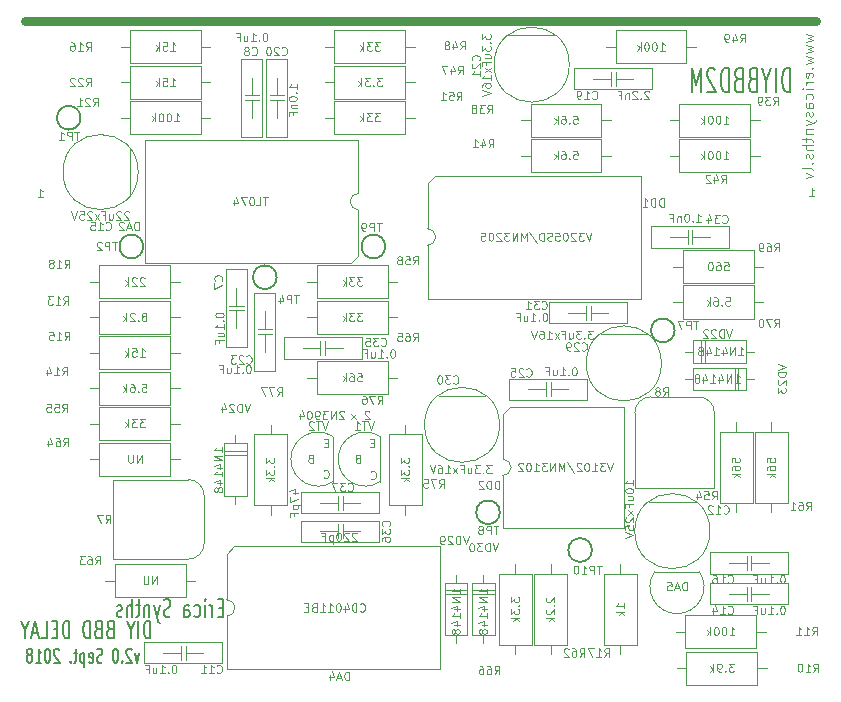
<source format=gbo>
G04 #@! TF.FileFunction,Legend,Bot*
%FSLAX46Y46*%
G04 Gerber Fmt 4.6, Leading zero omitted, Abs format (unit mm)*
G04 Created by KiCad (PCBNEW (2016-08-20 BZR 7083)-product) date Sat Sep 29 15:02:56 2018*
%MOMM*%
%LPD*%
G01*
G04 APERTURE LIST*
%ADD10C,0.100000*%
%ADD11C,0.200000*%
%ADD12C,0.150000*%
%ADD13C,0.800000*%
G04 APERTURE END LIST*
D10*
X30150000Y23916667D02*
X30116666Y23950000D01*
X30050000Y23983334D01*
X29883333Y23983334D01*
X29816666Y23950000D01*
X29783333Y23916667D01*
X29750000Y23850000D01*
X29750000Y23783334D01*
X29783333Y23683334D01*
X30183333Y23283334D01*
X29750000Y23283334D01*
X28983333Y23283334D02*
X28616666Y23750000D01*
X28983333Y23750000D02*
X28616666Y23283334D01*
D11*
X65771428Y50995239D02*
X65771428Y52995239D01*
X65485714Y52995239D01*
X65314285Y52900000D01*
X65200000Y52709524D01*
X65142857Y52519048D01*
X65085714Y52138096D01*
X65085714Y51852381D01*
X65142857Y51471429D01*
X65200000Y51280953D01*
X65314285Y51090477D01*
X65485714Y50995239D01*
X65771428Y50995239D01*
X64571428Y50995239D02*
X64571428Y52995239D01*
X63771428Y51947620D02*
X63771428Y50995239D01*
X64171428Y52995239D02*
X63771428Y51947620D01*
X63371428Y52995239D01*
X62571428Y52042858D02*
X62400000Y51947620D01*
X62342857Y51852381D01*
X62285714Y51661905D01*
X62285714Y51376191D01*
X62342857Y51185715D01*
X62400000Y51090477D01*
X62514285Y50995239D01*
X62971428Y50995239D01*
X62971428Y52995239D01*
X62571428Y52995239D01*
X62457142Y52900000D01*
X62400000Y52804762D01*
X62342857Y52614286D01*
X62342857Y52423810D01*
X62400000Y52233334D01*
X62457142Y52138096D01*
X62571428Y52042858D01*
X62971428Y52042858D01*
X61371428Y52042858D02*
X61200000Y51947620D01*
X61142857Y51852381D01*
X61085714Y51661905D01*
X61085714Y51376191D01*
X61142857Y51185715D01*
X61200000Y51090477D01*
X61314285Y50995239D01*
X61771428Y50995239D01*
X61771428Y52995239D01*
X61371428Y52995239D01*
X61257142Y52900000D01*
X61200000Y52804762D01*
X61142857Y52614286D01*
X61142857Y52423810D01*
X61200000Y52233334D01*
X61257142Y52138096D01*
X61371428Y52042858D01*
X61771428Y52042858D01*
X60571428Y50995239D02*
X60571428Y52995239D01*
X60285714Y52995239D01*
X60114285Y52900000D01*
X60000000Y52709524D01*
X59942857Y52519048D01*
X59885714Y52138096D01*
X59885714Y51852381D01*
X59942857Y51471429D01*
X60000000Y51280953D01*
X60114285Y51090477D01*
X60285714Y50995239D01*
X60571428Y50995239D01*
X59428571Y52804762D02*
X59371428Y52900000D01*
X59257142Y52995239D01*
X58971428Y52995239D01*
X58857142Y52900000D01*
X58800000Y52804762D01*
X58742857Y52614286D01*
X58742857Y52423810D01*
X58800000Y52138096D01*
X59485714Y50995239D01*
X58742857Y50995239D01*
X58228571Y50995239D02*
X58228571Y52995239D01*
X57828571Y51566667D01*
X57428571Y52995239D01*
X57428571Y50995239D01*
D10*
X2100000Y42083334D02*
X2500000Y42083334D01*
X2300000Y42083334D02*
X2300000Y42783334D01*
X2366666Y42683334D01*
X2433333Y42616667D01*
X2500000Y42583334D01*
X67400000Y42183334D02*
X67800000Y42183334D01*
X67600000Y42183334D02*
X67600000Y42883334D01*
X67666666Y42783334D01*
X67733333Y42716667D01*
X67800000Y42683334D01*
D12*
X10680952Y3457143D02*
X10490476Y2657143D01*
X10300000Y3457143D01*
X10033333Y3742858D02*
X9995238Y3800000D01*
X9919047Y3857143D01*
X9728571Y3857143D01*
X9652380Y3800000D01*
X9614285Y3742858D01*
X9576190Y3628572D01*
X9576190Y3514286D01*
X9614285Y3342858D01*
X10071428Y2657143D01*
X9576190Y2657143D01*
X9233333Y2771429D02*
X9195238Y2714286D01*
X9233333Y2657143D01*
X9271428Y2714286D01*
X9233333Y2771429D01*
X9233333Y2657143D01*
X8700000Y3857143D02*
X8623809Y3857143D01*
X8547619Y3800000D01*
X8509523Y3742858D01*
X8471428Y3628572D01*
X8433333Y3400000D01*
X8433333Y3114286D01*
X8471428Y2885715D01*
X8509523Y2771429D01*
X8547619Y2714286D01*
X8623809Y2657143D01*
X8700000Y2657143D01*
X8776190Y2714286D01*
X8814285Y2771429D01*
X8852380Y2885715D01*
X8890476Y3114286D01*
X8890476Y3400000D01*
X8852380Y3628572D01*
X8814285Y3742858D01*
X8776190Y3800000D01*
X8700000Y3857143D01*
X7519047Y2714286D02*
X7404761Y2657143D01*
X7214285Y2657143D01*
X7138095Y2714286D01*
X7100000Y2771429D01*
X7061904Y2885715D01*
X7061904Y3000000D01*
X7100000Y3114286D01*
X7138095Y3171429D01*
X7214285Y3228572D01*
X7366666Y3285715D01*
X7442857Y3342858D01*
X7480952Y3400000D01*
X7519047Y3514286D01*
X7519047Y3628572D01*
X7480952Y3742858D01*
X7442857Y3800000D01*
X7366666Y3857143D01*
X7176190Y3857143D01*
X7061904Y3800000D01*
X6414285Y2714286D02*
X6490476Y2657143D01*
X6642857Y2657143D01*
X6719047Y2714286D01*
X6757142Y2828572D01*
X6757142Y3285715D01*
X6719047Y3400000D01*
X6642857Y3457143D01*
X6490476Y3457143D01*
X6414285Y3400000D01*
X6376190Y3285715D01*
X6376190Y3171429D01*
X6757142Y3057143D01*
X6033333Y3457143D02*
X6033333Y2257143D01*
X6033333Y3400000D02*
X5957142Y3457143D01*
X5804761Y3457143D01*
X5728571Y3400000D01*
X5690476Y3342858D01*
X5652380Y3228572D01*
X5652380Y2885715D01*
X5690476Y2771429D01*
X5728571Y2714286D01*
X5804761Y2657143D01*
X5957142Y2657143D01*
X6033333Y2714286D01*
X5423809Y3457143D02*
X5119047Y3457143D01*
X5309523Y3857143D02*
X5309523Y2828572D01*
X5271428Y2714286D01*
X5195238Y2657143D01*
X5119047Y2657143D01*
X4852380Y2771429D02*
X4814285Y2714286D01*
X4852380Y2657143D01*
X4890476Y2714286D01*
X4852380Y2771429D01*
X4852380Y2657143D01*
X3900000Y3742858D02*
X3861904Y3800000D01*
X3785714Y3857143D01*
X3595238Y3857143D01*
X3519047Y3800000D01*
X3480952Y3742858D01*
X3442857Y3628572D01*
X3442857Y3514286D01*
X3480952Y3342858D01*
X3938095Y2657143D01*
X3442857Y2657143D01*
X2947619Y3857143D02*
X2871428Y3857143D01*
X2795238Y3800000D01*
X2757142Y3742858D01*
X2719047Y3628572D01*
X2680952Y3400000D01*
X2680952Y3114286D01*
X2719047Y2885715D01*
X2757142Y2771429D01*
X2795238Y2714286D01*
X2871428Y2657143D01*
X2947619Y2657143D01*
X3023809Y2714286D01*
X3061904Y2771429D01*
X3100000Y2885715D01*
X3138095Y3114286D01*
X3138095Y3400000D01*
X3100000Y3628572D01*
X3061904Y3742858D01*
X3023809Y3800000D01*
X2947619Y3857143D01*
X1919047Y2657143D02*
X2376190Y2657143D01*
X2147619Y2657143D02*
X2147619Y3857143D01*
X2223809Y3685715D01*
X2300000Y3571429D01*
X2376190Y3514286D01*
X1461904Y3342858D02*
X1538095Y3400000D01*
X1576190Y3457143D01*
X1614285Y3571429D01*
X1614285Y3628572D01*
X1576190Y3742858D01*
X1538095Y3800000D01*
X1461904Y3857143D01*
X1309523Y3857143D01*
X1233333Y3800000D01*
X1195238Y3742858D01*
X1157142Y3628572D01*
X1157142Y3571429D01*
X1195238Y3457143D01*
X1233333Y3400000D01*
X1309523Y3342858D01*
X1461904Y3342858D01*
X1538095Y3285715D01*
X1576190Y3228572D01*
X1614285Y3114286D01*
X1614285Y2885715D01*
X1576190Y2771429D01*
X1538095Y2714286D01*
X1461904Y2657143D01*
X1309523Y2657143D01*
X1233333Y2714286D01*
X1195238Y2771429D01*
X1157142Y2885715D01*
X1157142Y3114286D01*
X1195238Y3228572D01*
X1233333Y3285715D01*
X1309523Y3342858D01*
X11604761Y4721429D02*
X11604761Y6221429D01*
X11366666Y6221429D01*
X11223809Y6150000D01*
X11128571Y6007143D01*
X11080952Y5864286D01*
X11033333Y5578572D01*
X11033333Y5364286D01*
X11080952Y5078572D01*
X11128571Y4935715D01*
X11223809Y4792858D01*
X11366666Y4721429D01*
X11604761Y4721429D01*
X10604761Y4721429D02*
X10604761Y6221429D01*
X9938095Y5435715D02*
X9938095Y4721429D01*
X10271428Y6221429D02*
X9938095Y5435715D01*
X9604761Y6221429D01*
X8176190Y5507143D02*
X8033333Y5435715D01*
X7985714Y5364286D01*
X7938095Y5221429D01*
X7938095Y5007143D01*
X7985714Y4864286D01*
X8033333Y4792858D01*
X8128571Y4721429D01*
X8509523Y4721429D01*
X8509523Y6221429D01*
X8176190Y6221429D01*
X8080952Y6150000D01*
X8033333Y6078572D01*
X7985714Y5935715D01*
X7985714Y5792858D01*
X8033333Y5650000D01*
X8080952Y5578572D01*
X8176190Y5507143D01*
X8509523Y5507143D01*
X7176190Y5507143D02*
X7033333Y5435715D01*
X6985714Y5364286D01*
X6938095Y5221429D01*
X6938095Y5007143D01*
X6985714Y4864286D01*
X7033333Y4792858D01*
X7128571Y4721429D01*
X7509523Y4721429D01*
X7509523Y6221429D01*
X7176190Y6221429D01*
X7080952Y6150000D01*
X7033333Y6078572D01*
X6985714Y5935715D01*
X6985714Y5792858D01*
X7033333Y5650000D01*
X7080952Y5578572D01*
X7176190Y5507143D01*
X7509523Y5507143D01*
X6509523Y4721429D02*
X6509523Y6221429D01*
X6271428Y6221429D01*
X6128571Y6150000D01*
X6033333Y6007143D01*
X5985714Y5864286D01*
X5938095Y5578572D01*
X5938095Y5364286D01*
X5985714Y5078572D01*
X6033333Y4935715D01*
X6128571Y4792858D01*
X6271428Y4721429D01*
X6509523Y4721429D01*
X4747619Y4721429D02*
X4747619Y6221429D01*
X4509523Y6221429D01*
X4366666Y6150000D01*
X4271428Y6007143D01*
X4223809Y5864286D01*
X4176190Y5578572D01*
X4176190Y5364286D01*
X4223809Y5078572D01*
X4271428Y4935715D01*
X4366666Y4792858D01*
X4509523Y4721429D01*
X4747619Y4721429D01*
X3747619Y5507143D02*
X3414285Y5507143D01*
X3271428Y4721429D02*
X3747619Y4721429D01*
X3747619Y6221429D01*
X3271428Y6221429D01*
X2366666Y4721429D02*
X2842857Y4721429D01*
X2842857Y6221429D01*
X2080952Y5150000D02*
X1604761Y5150000D01*
X2176190Y4721429D02*
X1842857Y6221429D01*
X1509523Y4721429D01*
X985714Y5435715D02*
X985714Y4721429D01*
X1319047Y6221429D02*
X985714Y5435715D01*
X652380Y6221429D01*
D10*
X67107142Y55907143D02*
X67707142Y55735715D01*
X67278571Y55564286D01*
X67707142Y55392858D01*
X67107142Y55221429D01*
X67107142Y54964286D02*
X67707142Y54792858D01*
X67278571Y54621429D01*
X67707142Y54450000D01*
X67107142Y54278572D01*
X67107142Y54021429D02*
X67707142Y53850000D01*
X67278571Y53678572D01*
X67707142Y53507143D01*
X67107142Y53335715D01*
X67621428Y52992858D02*
X67664285Y52950000D01*
X67707142Y52992858D01*
X67664285Y53035715D01*
X67621428Y52992858D01*
X67707142Y52992858D01*
X67664285Y52221429D02*
X67707142Y52307143D01*
X67707142Y52478572D01*
X67664285Y52564286D01*
X67578571Y52607143D01*
X67235714Y52607143D01*
X67150000Y52564286D01*
X67107142Y52478572D01*
X67107142Y52307143D01*
X67150000Y52221429D01*
X67235714Y52178572D01*
X67321428Y52178572D01*
X67407142Y52607143D01*
X67707142Y51792858D02*
X67107142Y51792858D01*
X67278571Y51792858D02*
X67192857Y51750000D01*
X67150000Y51707143D01*
X67107142Y51621429D01*
X67107142Y51535715D01*
X67707142Y51235715D02*
X67107142Y51235715D01*
X66807142Y51235715D02*
X66850000Y51278572D01*
X66892857Y51235715D01*
X66850000Y51192858D01*
X66807142Y51235715D01*
X66892857Y51235715D01*
X67664285Y50421429D02*
X67707142Y50507143D01*
X67707142Y50678572D01*
X67664285Y50764286D01*
X67621428Y50807143D01*
X67535714Y50850000D01*
X67278571Y50850000D01*
X67192857Y50807143D01*
X67150000Y50764286D01*
X67107142Y50678572D01*
X67107142Y50507143D01*
X67150000Y50421429D01*
X67707142Y49650000D02*
X67235714Y49650000D01*
X67150000Y49692858D01*
X67107142Y49778572D01*
X67107142Y49950000D01*
X67150000Y50035715D01*
X67664285Y49650000D02*
X67707142Y49735715D01*
X67707142Y49950000D01*
X67664285Y50035715D01*
X67578571Y50078572D01*
X67492857Y50078572D01*
X67407142Y50035715D01*
X67364285Y49950000D01*
X67364285Y49735715D01*
X67321428Y49650000D01*
X67664285Y49264286D02*
X67707142Y49178572D01*
X67707142Y49007143D01*
X67664285Y48921429D01*
X67578571Y48878572D01*
X67535714Y48878572D01*
X67450000Y48921429D01*
X67407142Y49007143D01*
X67407142Y49135715D01*
X67364285Y49221429D01*
X67278571Y49264286D01*
X67235714Y49264286D01*
X67150000Y49221429D01*
X67107142Y49135715D01*
X67107142Y49007143D01*
X67150000Y48921429D01*
X67107142Y48578572D02*
X67707142Y48364286D01*
X67107142Y48150000D02*
X67707142Y48364286D01*
X67921428Y48450000D01*
X67964285Y48492858D01*
X68007142Y48578572D01*
X67107142Y47807143D02*
X67707142Y47807143D01*
X67192857Y47807143D02*
X67150000Y47764286D01*
X67107142Y47678572D01*
X67107142Y47550000D01*
X67150000Y47464286D01*
X67235714Y47421429D01*
X67707142Y47421429D01*
X67107142Y47121429D02*
X67107142Y46778572D01*
X66807142Y46992858D02*
X67578571Y46992858D01*
X67664285Y46950000D01*
X67707142Y46864286D01*
X67707142Y46778572D01*
X67707142Y46478572D02*
X66807142Y46478572D01*
X67707142Y46092858D02*
X67235714Y46092858D01*
X67150000Y46135715D01*
X67107142Y46221429D01*
X67107142Y46350000D01*
X67150000Y46435715D01*
X67192857Y46478572D01*
X67664285Y45707143D02*
X67707142Y45621429D01*
X67707142Y45450000D01*
X67664285Y45364286D01*
X67578571Y45321429D01*
X67535714Y45321429D01*
X67450000Y45364286D01*
X67407142Y45450000D01*
X67407142Y45578572D01*
X67364285Y45664286D01*
X67278571Y45707143D01*
X67235714Y45707143D01*
X67150000Y45664286D01*
X67107142Y45578572D01*
X67107142Y45450000D01*
X67150000Y45364286D01*
X67621428Y44935715D02*
X67664285Y44892858D01*
X67707142Y44935715D01*
X67664285Y44978572D01*
X67621428Y44935715D01*
X67707142Y44935715D01*
X67707142Y44378572D02*
X67664285Y44464286D01*
X67578571Y44507143D01*
X66807142Y44507143D01*
X67107142Y44121429D02*
X67707142Y43907143D01*
X67107142Y43692858D01*
D12*
X17776190Y7307143D02*
X17442857Y7307143D01*
X17300000Y6521429D02*
X17776190Y6521429D01*
X17776190Y8021429D01*
X17300000Y8021429D01*
X16871428Y6521429D02*
X16871428Y7521429D01*
X16871428Y7235715D02*
X16823809Y7378572D01*
X16776190Y7450000D01*
X16680952Y7521429D01*
X16585714Y7521429D01*
X16252380Y6521429D02*
X16252380Y7521429D01*
X16252380Y8021429D02*
X16300000Y7950000D01*
X16252380Y7878572D01*
X16204761Y7950000D01*
X16252380Y8021429D01*
X16252380Y7878572D01*
X15347619Y6592858D02*
X15442857Y6521429D01*
X15633333Y6521429D01*
X15728571Y6592858D01*
X15776190Y6664286D01*
X15823809Y6807143D01*
X15823809Y7235715D01*
X15776190Y7378572D01*
X15728571Y7450000D01*
X15633333Y7521429D01*
X15442857Y7521429D01*
X15347619Y7450000D01*
X14490476Y6521429D02*
X14490476Y7307143D01*
X14538095Y7450000D01*
X14633333Y7521429D01*
X14823809Y7521429D01*
X14919047Y7450000D01*
X14490476Y6592858D02*
X14585714Y6521429D01*
X14823809Y6521429D01*
X14919047Y6592858D01*
X14966666Y6735715D01*
X14966666Y6878572D01*
X14919047Y7021429D01*
X14823809Y7092858D01*
X14585714Y7092858D01*
X14490476Y7164286D01*
X13300000Y6592858D02*
X13157142Y6521429D01*
X12919047Y6521429D01*
X12823809Y6592858D01*
X12776190Y6664286D01*
X12728571Y6807143D01*
X12728571Y6950000D01*
X12776190Y7092858D01*
X12823809Y7164286D01*
X12919047Y7235715D01*
X13109523Y7307143D01*
X13204761Y7378572D01*
X13252380Y7450000D01*
X13300000Y7592858D01*
X13300000Y7735715D01*
X13252380Y7878572D01*
X13204761Y7950000D01*
X13109523Y8021429D01*
X12871428Y8021429D01*
X12728571Y7950000D01*
X12395238Y7521429D02*
X12157142Y6521429D01*
X11919047Y7521429D02*
X12157142Y6521429D01*
X12252380Y6164286D01*
X12300000Y6092858D01*
X12395238Y6021429D01*
X11538095Y7521429D02*
X11538095Y6521429D01*
X11538095Y7378572D02*
X11490476Y7450000D01*
X11395238Y7521429D01*
X11252380Y7521429D01*
X11157142Y7450000D01*
X11109523Y7307143D01*
X11109523Y6521429D01*
X10776190Y7521429D02*
X10395238Y7521429D01*
X10633333Y8021429D02*
X10633333Y6735715D01*
X10585714Y6592858D01*
X10490476Y6521429D01*
X10395238Y6521429D01*
X10061904Y6521429D02*
X10061904Y8021429D01*
X9633333Y6521429D02*
X9633333Y7307143D01*
X9680952Y7450000D01*
X9776190Y7521429D01*
X9919047Y7521429D01*
X10014285Y7450000D01*
X10061904Y7378572D01*
X9204761Y6592858D02*
X9109523Y6521429D01*
X8919047Y6521429D01*
X8823809Y6592858D01*
X8776190Y6735715D01*
X8776190Y6807143D01*
X8823809Y6950000D01*
X8919047Y7021429D01*
X9061904Y7021429D01*
X9157142Y7092858D01*
X9204761Y7235715D01*
X9204761Y7307143D01*
X9157142Y7450000D01*
X9061904Y7521429D01*
X8919047Y7521429D01*
X8823809Y7450000D01*
D10*
X30550000Y21250000D02*
X30316666Y21250000D01*
X30216666Y20883334D02*
X30550000Y20883334D01*
X30550000Y21583334D01*
X30216666Y21583334D01*
X26650000Y21250000D02*
X26416666Y21250000D01*
X26316666Y20883334D02*
X26650000Y20883334D01*
X26650000Y21583334D01*
X26316666Y21583334D01*
X25150000Y19950000D02*
X25050000Y19916667D01*
X25016666Y19883334D01*
X24983333Y19816667D01*
X24983333Y19716667D01*
X25016666Y19650000D01*
X25050000Y19616667D01*
X25116666Y19583334D01*
X25383333Y19583334D01*
X25383333Y20283334D01*
X25150000Y20283334D01*
X25083333Y20250000D01*
X25050000Y20216667D01*
X25016666Y20150000D01*
X25016666Y20083334D01*
X25050000Y20016667D01*
X25083333Y19983334D01*
X25150000Y19950000D01*
X25383333Y19950000D01*
X29150000Y19950000D02*
X29050000Y19916667D01*
X29016666Y19883334D01*
X28983333Y19816667D01*
X28983333Y19716667D01*
X29016666Y19650000D01*
X29050000Y19616667D01*
X29116666Y19583334D01*
X29383333Y19583334D01*
X29383333Y20283334D01*
X29150000Y20283334D01*
X29083333Y20250000D01*
X29050000Y20216667D01*
X29016666Y20150000D01*
X29016666Y20083334D01*
X29050000Y20016667D01*
X29083333Y19983334D01*
X29150000Y19950000D01*
X29383333Y19950000D01*
X26283333Y18350000D02*
X26316666Y18316667D01*
X26416666Y18283334D01*
X26483333Y18283334D01*
X26583333Y18316667D01*
X26650000Y18383334D01*
X26683333Y18450000D01*
X26716666Y18583334D01*
X26716666Y18683334D01*
X26683333Y18816667D01*
X26650000Y18883334D01*
X26583333Y18950000D01*
X26483333Y18983334D01*
X26416666Y18983334D01*
X26316666Y18950000D01*
X26283333Y18916667D01*
X30283333Y18250000D02*
X30316666Y18216667D01*
X30416666Y18183334D01*
X30483333Y18183334D01*
X30583333Y18216667D01*
X30650000Y18283334D01*
X30683333Y18350000D01*
X30716666Y18483334D01*
X30716666Y18583334D01*
X30683333Y18716667D01*
X30650000Y18783334D01*
X30583333Y18850000D01*
X30483333Y18883334D01*
X30416666Y18883334D01*
X30316666Y18850000D01*
X30283333Y18816667D01*
D13*
X1000000Y57000000D02*
X68000000Y57000000D01*
D10*
X28000000Y23916667D02*
X27966666Y23950000D01*
X27900000Y23983334D01*
X27733333Y23983334D01*
X27666666Y23950000D01*
X27633333Y23916667D01*
X27600000Y23850000D01*
X27600000Y23783334D01*
X27633333Y23683334D01*
X28033333Y23283334D01*
X27600000Y23283334D01*
X27300000Y23283334D02*
X27300000Y23983334D01*
X26900000Y23283334D01*
X26900000Y23983334D01*
X26633333Y23983334D02*
X26200000Y23983334D01*
X26433333Y23716667D01*
X26333333Y23716667D01*
X26266666Y23683334D01*
X26233333Y23650000D01*
X26200000Y23583334D01*
X26200000Y23416667D01*
X26233333Y23350000D01*
X26266666Y23316667D01*
X26333333Y23283334D01*
X26533333Y23283334D01*
X26600000Y23316667D01*
X26633333Y23350000D01*
X25866666Y23283334D02*
X25733333Y23283334D01*
X25666666Y23316667D01*
X25633333Y23350000D01*
X25566666Y23450000D01*
X25533333Y23583334D01*
X25533333Y23850000D01*
X25566666Y23916667D01*
X25600000Y23950000D01*
X25666666Y23983334D01*
X25800000Y23983334D01*
X25866666Y23950000D01*
X25900000Y23916667D01*
X25933333Y23850000D01*
X25933333Y23683334D01*
X25900000Y23616667D01*
X25866666Y23583334D01*
X25800000Y23550000D01*
X25666666Y23550000D01*
X25600000Y23583334D01*
X25566666Y23616667D01*
X25533333Y23683334D01*
X25100000Y23983334D02*
X25033333Y23983334D01*
X24966666Y23950000D01*
X24933333Y23916667D01*
X24900000Y23850000D01*
X24866666Y23716667D01*
X24866666Y23550000D01*
X24900000Y23416667D01*
X24933333Y23350000D01*
X24966666Y23316667D01*
X25033333Y23283334D01*
X25100000Y23283334D01*
X25166666Y23316667D01*
X25200000Y23350000D01*
X25233333Y23416667D01*
X25266666Y23550000D01*
X25266666Y23716667D01*
X25233333Y23850000D01*
X25200000Y23916667D01*
X25166666Y23950000D01*
X25100000Y23983334D01*
X24266666Y23750000D02*
X24266666Y23283334D01*
X24433333Y24016667D02*
X24600000Y23516667D01*
X24166666Y23516667D01*
X18900000Y32900000D02*
X18900000Y34400000D01*
X18900000Y32500000D02*
X18900000Y31000000D01*
X18300000Y32500000D02*
X19500000Y32500000D01*
X18300000Y32900000D02*
X19500000Y32900000D01*
X18000000Y36000000D02*
X18000000Y29400000D01*
X18000000Y29400000D02*
X19800000Y29400000D01*
X19800000Y29400000D02*
X19800000Y36000000D01*
X19800000Y36000000D02*
X18000000Y36000000D01*
X20200000Y50700000D02*
X20200000Y52200000D01*
X20200000Y50300000D02*
X20200000Y48800000D01*
X19600000Y50300000D02*
X20800000Y50300000D01*
X19600000Y50700000D02*
X20800000Y50700000D01*
X19300000Y53800000D02*
X19300000Y47200000D01*
X19300000Y47200000D02*
X21100000Y47200000D01*
X21100000Y47200000D02*
X21100000Y53800000D01*
X21100000Y53800000D02*
X19300000Y53800000D01*
X14600000Y3500000D02*
X16100000Y3500000D01*
X14200000Y3500000D02*
X12700000Y3500000D01*
X14200000Y4100000D02*
X14200000Y2900000D01*
X14600000Y4100000D02*
X14600000Y2900000D01*
X17700000Y4400000D02*
X11100000Y4400000D01*
X11100000Y4400000D02*
X11100000Y2600000D01*
X11100000Y2600000D02*
X17700000Y2600000D01*
X17700000Y2600000D02*
X17700000Y4400000D01*
X57768500Y16276500D02*
X53831500Y16276500D01*
X58980710Y13800000D02*
G75*
G03X58980710Y13800000I-3180710J0D01*
G01*
X29217000Y41001500D02*
X29217000Y37128000D01*
X29217000Y37128000D02*
X28582000Y36493000D01*
X28582000Y36493000D02*
X11183000Y36493000D01*
X29217000Y42398500D02*
X29217000Y46907000D01*
X29217000Y41001500D02*
G75*
G02X28518500Y41700000I0J698500D01*
G01*
X28518500Y41700000D02*
G75*
G02X29217000Y42398500I698500J0D01*
G01*
X11183000Y46907000D02*
X11183000Y36493000D01*
X11183000Y46907000D02*
X29217000Y46907000D01*
X18083000Y7998500D02*
X18083000Y11872000D01*
X18083000Y11872000D02*
X18718000Y12507000D01*
X18718000Y12507000D02*
X36117000Y12507000D01*
X18083000Y6601500D02*
X18083000Y2093000D01*
X18083000Y7998500D02*
G75*
G02X18781500Y7300000I0J-698500D01*
G01*
X18781500Y7300000D02*
G75*
G02X18083000Y6601500I-698500J0D01*
G01*
X36117000Y2093000D02*
X36117000Y12507000D01*
X36117000Y2093000D02*
X18083000Y2093000D01*
X54295000Y10370000D02*
X58105000Y10370000D01*
X58102339Y10373983D02*
G75*
G02X54295000Y10370000I-1902339J-1273983D01*
G01*
X41456500Y23708500D02*
X42091500Y24343500D01*
X42091500Y24343500D02*
X51743500Y24343500D01*
X41456500Y19898500D02*
X41456500Y23708500D01*
X41456500Y18501500D02*
X41456500Y14056500D01*
X42155000Y19200000D02*
G75*
G02X41456500Y18501500I-698500J0D01*
G01*
X41456500Y19898500D02*
G75*
G02X42155000Y19200000I0J-698500D01*
G01*
X51743500Y14056500D02*
X51743500Y24343500D01*
X51743500Y14056500D02*
X41456500Y14056500D01*
X16165500Y12768000D02*
X16165500Y16832000D01*
X8418500Y11434500D02*
X14832000Y11434500D01*
X14832000Y18165500D02*
X8418500Y18165500D01*
X16165500Y12768000D02*
G75*
G02X14832000Y11434500I-1333500J0D01*
G01*
X14832000Y18165500D02*
G75*
G02X16165500Y16832000I0J-1333500D01*
G01*
X8418500Y11434500D02*
X8418500Y18165500D01*
X58032000Y25165500D02*
X53968000Y25165500D01*
X59365500Y17418500D02*
X59365500Y23832000D01*
X52634500Y23832000D02*
X52634500Y17418500D01*
X58032000Y25165500D02*
G75*
G02X59365500Y23832000I0J-1333500D01*
G01*
X52634500Y23832000D02*
G75*
G02X53968000Y25165500I1333500J0D01*
G01*
X59365500Y17418500D02*
X52634500Y17418500D01*
X31070000Y21805000D02*
X31070000Y17995000D01*
X31073983Y17997661D02*
G75*
G02X31070000Y21805000I-1273983J1902339D01*
G01*
X27070000Y21805000D02*
X27070000Y17995000D01*
X27073983Y17997661D02*
G75*
G02X27070000Y21805000I-1273983J1902339D01*
G01*
X62100000Y8500000D02*
X60600000Y8500000D01*
X62500000Y8500000D02*
X64000000Y8500000D01*
X62500000Y7900000D02*
X62500000Y9100000D01*
X62100000Y7900000D02*
X62100000Y9100000D01*
X59000000Y7600000D02*
X65600000Y7600000D01*
X65600000Y7600000D02*
X65600000Y9400000D01*
X65600000Y9400000D02*
X59000000Y9400000D01*
X59000000Y9400000D02*
X59000000Y7600000D01*
X9876500Y42231500D02*
X9876500Y46168500D01*
X10580710Y44200000D02*
G75*
G03X10580710Y44200000I-3180710J0D01*
G01*
X62100000Y11100000D02*
X60600000Y11100000D01*
X62500000Y11100000D02*
X64000000Y11100000D01*
X62500000Y10500000D02*
X62500000Y11700000D01*
X62100000Y10500000D02*
X62100000Y11700000D01*
X59000000Y10200000D02*
X65600000Y10200000D01*
X65600000Y10200000D02*
X65600000Y12000000D01*
X65600000Y12000000D02*
X59000000Y12000000D01*
X59000000Y12000000D02*
X59000000Y10200000D01*
X50600000Y52100000D02*
X49100000Y52100000D01*
X51000000Y52100000D02*
X52500000Y52100000D01*
X51000000Y51500000D02*
X51000000Y52700000D01*
X50600000Y51500000D02*
X50600000Y52700000D01*
X47500000Y51200000D02*
X54100000Y51200000D01*
X54100000Y51200000D02*
X54100000Y53000000D01*
X54100000Y53000000D02*
X47500000Y53000000D01*
X47500000Y53000000D02*
X47500000Y51200000D01*
X22300000Y50700000D02*
X22300000Y52200000D01*
X22300000Y50300000D02*
X22300000Y48800000D01*
X21700000Y50300000D02*
X22900000Y50300000D01*
X21700000Y50700000D02*
X22900000Y50700000D01*
X21400000Y53800000D02*
X21400000Y47200000D01*
X21400000Y47200000D02*
X23200000Y47200000D01*
X23200000Y47200000D02*
X23200000Y53800000D01*
X23200000Y53800000D02*
X21400000Y53800000D01*
X45868500Y55776500D02*
X41931500Y55776500D01*
X47080710Y53300000D02*
G75*
G03X47080710Y53300000I-3180710J0D01*
G01*
X21300000Y30900000D02*
X21300000Y32400000D01*
X21300000Y30500000D02*
X21300000Y29000000D01*
X20700000Y30500000D02*
X21900000Y30500000D01*
X20700000Y30900000D02*
X21900000Y30900000D01*
X20400000Y34000000D02*
X20400000Y27400000D01*
X20400000Y27400000D02*
X22200000Y27400000D01*
X22200000Y27400000D02*
X22200000Y34000000D01*
X22200000Y34000000D02*
X20400000Y34000000D01*
X45100000Y25800000D02*
X43600000Y25800000D01*
X45500000Y25800000D02*
X47000000Y25800000D01*
X45500000Y25200000D02*
X45500000Y26400000D01*
X45100000Y25200000D02*
X45100000Y26400000D01*
X42000000Y24900000D02*
X48600000Y24900000D01*
X48600000Y24900000D02*
X48600000Y26700000D01*
X48600000Y26700000D02*
X42000000Y26700000D01*
X42000000Y26700000D02*
X42000000Y24900000D01*
X53668500Y30476500D02*
X49731500Y30476500D01*
X54880710Y28000000D02*
G75*
G03X54880710Y28000000I-3180710J0D01*
G01*
X39968500Y25276500D02*
X36031500Y25276500D01*
X41180710Y22800000D02*
G75*
G03X41180710Y22800000I-3180710J0D01*
G01*
X48900000Y32300000D02*
X50400000Y32300000D01*
X48500000Y32300000D02*
X47000000Y32300000D01*
X48500000Y32900000D02*
X48500000Y31700000D01*
X48900000Y32900000D02*
X48900000Y31700000D01*
X52000000Y33200000D02*
X45400000Y33200000D01*
X45400000Y33200000D02*
X45400000Y31400000D01*
X45400000Y31400000D02*
X52000000Y31400000D01*
X52000000Y31400000D02*
X52000000Y33200000D01*
X57100000Y38700000D02*
X55600000Y38700000D01*
X57500000Y38700000D02*
X59000000Y38700000D01*
X57500000Y38100000D02*
X57500000Y39300000D01*
X57100000Y38100000D02*
X57100000Y39300000D01*
X54000000Y37800000D02*
X60600000Y37800000D01*
X60600000Y37800000D02*
X60600000Y39600000D01*
X60600000Y39600000D02*
X54000000Y39600000D01*
X54000000Y39600000D02*
X54000000Y37800000D01*
X26000000Y29300000D02*
X24500000Y29300000D01*
X26400000Y29300000D02*
X27900000Y29300000D01*
X26400000Y28700000D02*
X26400000Y29900000D01*
X26000000Y28700000D02*
X26000000Y29900000D01*
X22900000Y28400000D02*
X29500000Y28400000D01*
X29500000Y28400000D02*
X29500000Y30200000D01*
X29500000Y30200000D02*
X22900000Y30200000D01*
X22900000Y30200000D02*
X22900000Y28400000D01*
X27900000Y13800000D02*
X29400000Y13800000D01*
X27500000Y13800000D02*
X26000000Y13800000D01*
X27500000Y14400000D02*
X27500000Y13200000D01*
X27900000Y14400000D02*
X27900000Y13200000D01*
X31000000Y14700000D02*
X24400000Y14700000D01*
X24400000Y14700000D02*
X24400000Y12900000D01*
X24400000Y12900000D02*
X31000000Y12900000D01*
X31000000Y12900000D02*
X31000000Y14700000D01*
X27500000Y16200000D02*
X26000000Y16200000D01*
X27900000Y16200000D02*
X29400000Y16200000D01*
X27900000Y15600000D02*
X27900000Y16800000D01*
X27500000Y15600000D02*
X27500000Y16800000D01*
X24400000Y15300000D02*
X31000000Y15300000D01*
X31000000Y15300000D02*
X31000000Y17100000D01*
X31000000Y17100000D02*
X24400000Y17100000D01*
X24400000Y17100000D02*
X24400000Y15300000D01*
D12*
X5700000Y48800000D02*
G75*
G03X5700000Y48800000I-1000000J0D01*
G01*
X11000000Y37900000D02*
G75*
G03X11000000Y37900000I-1000000J0D01*
G01*
X22300000Y35300000D02*
G75*
G03X22300000Y35300000I-1000000J0D01*
G01*
X56000000Y30800000D02*
G75*
G03X56000000Y30800000I-1000000J0D01*
G01*
X41200000Y15400000D02*
G75*
G03X41200000Y15400000I-1000000J0D01*
G01*
X31500000Y37900000D02*
G75*
G03X31500000Y37900000I-1000000J0D01*
G01*
X49000000Y12200000D02*
G75*
G03X49000000Y12200000I-1000000J0D01*
G01*
D10*
X58530000Y29952500D02*
X58530000Y28047500D01*
X58212500Y29952500D02*
X58212500Y28047500D01*
X62022500Y29000000D02*
X62700000Y29000000D01*
X57577500Y29000000D02*
X56900000Y29000000D01*
X62022500Y29952500D02*
X57577500Y29952500D01*
X57577500Y29952500D02*
X57577500Y28047500D01*
X57577500Y28047500D02*
X62022500Y28047500D01*
X62022500Y28047500D02*
X62022500Y29952500D01*
X61070000Y25747500D02*
X61070000Y27652500D01*
X61387500Y25747500D02*
X61387500Y27652500D01*
X57577500Y26700000D02*
X56900000Y26700000D01*
X62022500Y26700000D02*
X62700000Y26700000D01*
X57577500Y25747500D02*
X62022500Y25747500D01*
X62022500Y25747500D02*
X62022500Y27652500D01*
X62022500Y27652500D02*
X57577500Y27652500D01*
X57577500Y27652500D02*
X57577500Y25747500D01*
X19752500Y20270000D02*
X17847500Y20270000D01*
X19752500Y20587500D02*
X17847500Y20587500D01*
X18800000Y16777500D02*
X18800000Y16100000D01*
X18800000Y21222500D02*
X18800000Y21900000D01*
X19752500Y16777500D02*
X19752500Y21222500D01*
X19752500Y21222500D02*
X17847500Y21222500D01*
X17847500Y21222500D02*
X17847500Y16777500D01*
X17847500Y16777500D02*
X19752500Y16777500D01*
X38452500Y8470000D02*
X36547500Y8470000D01*
X38452500Y8787500D02*
X36547500Y8787500D01*
X37500000Y4977500D02*
X37500000Y4300000D01*
X37500000Y9422500D02*
X37500000Y10100000D01*
X38452500Y4977500D02*
X38452500Y9422500D01*
X38452500Y9422500D02*
X36547500Y9422500D01*
X36547500Y9422500D02*
X36547500Y4977500D01*
X36547500Y4977500D02*
X38452500Y4977500D01*
X40752500Y8470000D02*
X38847500Y8470000D01*
X40752500Y8787500D02*
X38847500Y8787500D01*
X39800000Y4977500D02*
X39800000Y4300000D01*
X39800000Y9422500D02*
X39800000Y10100000D01*
X40752500Y4977500D02*
X40752500Y9422500D01*
X40752500Y9422500D02*
X38847500Y9422500D01*
X38847500Y9422500D02*
X38847500Y4977500D01*
X38847500Y4977500D02*
X40752500Y4977500D01*
X57000000Y2200000D02*
X56200000Y2200000D01*
X63000000Y2200000D02*
X63800000Y2200000D01*
X57000000Y3600000D02*
X57000000Y800000D01*
X57000000Y800000D02*
X63000000Y800000D01*
X63000000Y800000D02*
X63000000Y3600000D01*
X63000000Y3600000D02*
X57000000Y3600000D01*
X56900000Y5300000D02*
X56100000Y5300000D01*
X62900000Y5300000D02*
X63700000Y5300000D01*
X56900000Y6700000D02*
X56900000Y3900000D01*
X56900000Y3900000D02*
X62900000Y3900000D01*
X62900000Y3900000D02*
X62900000Y6700000D01*
X62900000Y6700000D02*
X56900000Y6700000D01*
X13300000Y31900000D02*
X14100000Y31900000D01*
X7300000Y31900000D02*
X6500000Y31900000D01*
X13300000Y30500000D02*
X13300000Y33300000D01*
X13300000Y33300000D02*
X7300000Y33300000D01*
X7300000Y33300000D02*
X7300000Y30500000D01*
X7300000Y30500000D02*
X13300000Y30500000D01*
X7300000Y25900000D02*
X6500000Y25900000D01*
X13300000Y25900000D02*
X14100000Y25900000D01*
X7300000Y27300000D02*
X7300000Y24500000D01*
X7300000Y24500000D02*
X13300000Y24500000D01*
X13300000Y24500000D02*
X13300000Y27300000D01*
X13300000Y27300000D02*
X7300000Y27300000D01*
X7300000Y28900000D02*
X6500000Y28900000D01*
X13300000Y28900000D02*
X14100000Y28900000D01*
X7300000Y30300000D02*
X7300000Y27500000D01*
X7300000Y27500000D02*
X13300000Y27500000D01*
X13300000Y27500000D02*
X13300000Y30300000D01*
X13300000Y30300000D02*
X7300000Y30300000D01*
X15900000Y54800000D02*
X16700000Y54800000D01*
X9900000Y54800000D02*
X9100000Y54800000D01*
X15900000Y53400000D02*
X15900000Y56200000D01*
X15900000Y56200000D02*
X9900000Y56200000D01*
X9900000Y56200000D02*
X9900000Y53400000D01*
X9900000Y53400000D02*
X15900000Y53400000D01*
X51400000Y10200000D02*
X51400000Y11000000D01*
X51400000Y4200000D02*
X51400000Y3400000D01*
X52800000Y10200000D02*
X50000000Y10200000D01*
X50000000Y10200000D02*
X50000000Y4200000D01*
X50000000Y4200000D02*
X52800000Y4200000D01*
X52800000Y4200000D02*
X52800000Y10200000D01*
X7300000Y34900000D02*
X6500000Y34900000D01*
X13300000Y34900000D02*
X14100000Y34900000D01*
X7300000Y36300000D02*
X7300000Y33500000D01*
X7300000Y33500000D02*
X13300000Y33500000D01*
X13300000Y33500000D02*
X13300000Y36300000D01*
X13300000Y36300000D02*
X7300000Y36300000D01*
X9900000Y48800000D02*
X9100000Y48800000D01*
X15900000Y48800000D02*
X16700000Y48800000D01*
X9900000Y50200000D02*
X9900000Y47400000D01*
X9900000Y47400000D02*
X15900000Y47400000D01*
X15900000Y47400000D02*
X15900000Y50200000D01*
X15900000Y50200000D02*
X9900000Y50200000D01*
X15900000Y51800000D02*
X16700000Y51800000D01*
X9900000Y51800000D02*
X9100000Y51800000D01*
X15900000Y50400000D02*
X15900000Y53200000D01*
X15900000Y53200000D02*
X9900000Y53200000D01*
X9900000Y53200000D02*
X9900000Y50400000D01*
X9900000Y50400000D02*
X15900000Y50400000D01*
X43800000Y48600000D02*
X43000000Y48600000D01*
X49800000Y48600000D02*
X50600000Y48600000D01*
X43800000Y50000000D02*
X43800000Y47200000D01*
X43800000Y47200000D02*
X49800000Y47200000D01*
X49800000Y47200000D02*
X49800000Y50000000D01*
X49800000Y50000000D02*
X43800000Y50000000D01*
X56400000Y48600000D02*
X55600000Y48600000D01*
X62400000Y48600000D02*
X63200000Y48600000D01*
X56400000Y50000000D02*
X56400000Y47200000D01*
X56400000Y47200000D02*
X62400000Y47200000D01*
X62400000Y47200000D02*
X62400000Y50000000D01*
X62400000Y50000000D02*
X56400000Y50000000D01*
X43800000Y45600000D02*
X43000000Y45600000D01*
X49800000Y45600000D02*
X50600000Y45600000D01*
X43800000Y47000000D02*
X43800000Y44200000D01*
X43800000Y44200000D02*
X49800000Y44200000D01*
X49800000Y44200000D02*
X49800000Y47000000D01*
X49800000Y47000000D02*
X43800000Y47000000D01*
X56400000Y45600000D02*
X55600000Y45600000D01*
X62400000Y45600000D02*
X63200000Y45600000D01*
X56400000Y47000000D02*
X56400000Y44200000D01*
X56400000Y44200000D02*
X62400000Y44200000D01*
X62400000Y44200000D02*
X62400000Y47000000D01*
X62400000Y47000000D02*
X56400000Y47000000D01*
X27200000Y51800000D02*
X26400000Y51800000D01*
X33200000Y51800000D02*
X34000000Y51800000D01*
X27200000Y53200000D02*
X27200000Y50400000D01*
X27200000Y50400000D02*
X33200000Y50400000D01*
X33200000Y50400000D02*
X33200000Y53200000D01*
X33200000Y53200000D02*
X27200000Y53200000D01*
X27200000Y54800000D02*
X26400000Y54800000D01*
X33200000Y54800000D02*
X34000000Y54800000D01*
X27200000Y56200000D02*
X27200000Y53400000D01*
X27200000Y53400000D02*
X33200000Y53400000D01*
X33200000Y53400000D02*
X33200000Y56200000D01*
X33200000Y56200000D02*
X27200000Y56200000D01*
X51000000Y54800000D02*
X50200000Y54800000D01*
X57000000Y54800000D02*
X57800000Y54800000D01*
X51000000Y56200000D02*
X51000000Y53400000D01*
X51000000Y53400000D02*
X57000000Y53400000D01*
X57000000Y53400000D02*
X57000000Y56200000D01*
X57000000Y56200000D02*
X51000000Y56200000D01*
X33200000Y48800000D02*
X34000000Y48800000D01*
X27200000Y48800000D02*
X26400000Y48800000D01*
X33200000Y47400000D02*
X33200000Y50200000D01*
X33200000Y50200000D02*
X27200000Y50200000D01*
X27200000Y50200000D02*
X27200000Y47400000D01*
X27200000Y47400000D02*
X33200000Y47400000D01*
X61200000Y16200000D02*
X61200000Y15400000D01*
X61200000Y22200000D02*
X61200000Y23000000D01*
X59800000Y16200000D02*
X62600000Y16200000D01*
X62600000Y16200000D02*
X62600000Y22200000D01*
X62600000Y22200000D02*
X59800000Y22200000D01*
X59800000Y22200000D02*
X59800000Y16200000D01*
X13300000Y22900000D02*
X14100000Y22900000D01*
X7300000Y22900000D02*
X6500000Y22900000D01*
X13300000Y21500000D02*
X13300000Y24300000D01*
X13300000Y24300000D02*
X7300000Y24300000D01*
X7300000Y24300000D02*
X7300000Y21500000D01*
X7300000Y21500000D02*
X13300000Y21500000D01*
X31700000Y34900000D02*
X32500000Y34900000D01*
X25700000Y34900000D02*
X24900000Y34900000D01*
X31700000Y33500000D02*
X31700000Y36300000D01*
X31700000Y36300000D02*
X25700000Y36300000D01*
X25700000Y36300000D02*
X25700000Y33500000D01*
X25700000Y33500000D02*
X31700000Y33500000D01*
X64200000Y22200000D02*
X64200000Y23000000D01*
X64200000Y16200000D02*
X64200000Y15400000D01*
X65600000Y22200000D02*
X62800000Y22200000D01*
X62800000Y22200000D02*
X62800000Y16200000D01*
X62800000Y16200000D02*
X65600000Y16200000D01*
X65600000Y16200000D02*
X65600000Y22200000D01*
X45500000Y10200000D02*
X45500000Y11000000D01*
X45500000Y4200000D02*
X45500000Y3400000D01*
X46900000Y10200000D02*
X44100000Y10200000D01*
X44100000Y10200000D02*
X44100000Y4200000D01*
X44100000Y4200000D02*
X46900000Y4200000D01*
X46900000Y4200000D02*
X46900000Y10200000D01*
X14600000Y9600000D02*
X15400000Y9600000D01*
X8600000Y9600000D02*
X7800000Y9600000D01*
X14600000Y8200000D02*
X14600000Y11000000D01*
X14600000Y11000000D02*
X8600000Y11000000D01*
X8600000Y11000000D02*
X8600000Y8200000D01*
X8600000Y8200000D02*
X14600000Y8200000D01*
X13300000Y19900000D02*
X14100000Y19900000D01*
X7300000Y19900000D02*
X6500000Y19900000D01*
X13300000Y18500000D02*
X13300000Y21300000D01*
X13300000Y21300000D02*
X7300000Y21300000D01*
X7300000Y21300000D02*
X7300000Y18500000D01*
X7300000Y18500000D02*
X13300000Y18500000D01*
X25700000Y31900000D02*
X24900000Y31900000D01*
X31700000Y31900000D02*
X32500000Y31900000D01*
X25700000Y33300000D02*
X25700000Y30500000D01*
X25700000Y30500000D02*
X31700000Y30500000D01*
X31700000Y30500000D02*
X31700000Y33300000D01*
X31700000Y33300000D02*
X25700000Y33300000D01*
X42500000Y4200000D02*
X42500000Y3400000D01*
X42500000Y10200000D02*
X42500000Y11000000D01*
X41100000Y4200000D02*
X43900000Y4200000D01*
X43900000Y4200000D02*
X43900000Y10200000D01*
X43900000Y10200000D02*
X41100000Y10200000D01*
X41100000Y10200000D02*
X41100000Y4200000D01*
X56700000Y36200000D02*
X55900000Y36200000D01*
X62700000Y36200000D02*
X63500000Y36200000D01*
X56700000Y37600000D02*
X56700000Y34800000D01*
X56700000Y34800000D02*
X62700000Y34800000D01*
X62700000Y34800000D02*
X62700000Y37600000D01*
X62700000Y37600000D02*
X56700000Y37600000D01*
X62700000Y33200000D02*
X63500000Y33200000D01*
X56700000Y33200000D02*
X55900000Y33200000D01*
X62700000Y31800000D02*
X62700000Y34600000D01*
X62700000Y34600000D02*
X56700000Y34600000D01*
X56700000Y34600000D02*
X56700000Y31800000D01*
X56700000Y31800000D02*
X62700000Y31800000D01*
X33200000Y22000000D02*
X33200000Y22800000D01*
X33200000Y16000000D02*
X33200000Y15200000D01*
X34600000Y22000000D02*
X31800000Y22000000D01*
X31800000Y22000000D02*
X31800000Y16000000D01*
X31800000Y16000000D02*
X34600000Y16000000D01*
X34600000Y16000000D02*
X34600000Y22000000D01*
X31700000Y26800000D02*
X32500000Y26800000D01*
X25700000Y26800000D02*
X24900000Y26800000D01*
X31700000Y25400000D02*
X31700000Y28200000D01*
X31700000Y28200000D02*
X25700000Y28200000D01*
X25700000Y28200000D02*
X25700000Y25400000D01*
X25700000Y25400000D02*
X31700000Y25400000D01*
X21800000Y22000000D02*
X21800000Y22800000D01*
X21800000Y16000000D02*
X21800000Y15200000D01*
X23200000Y22000000D02*
X20400000Y22000000D01*
X20400000Y22000000D02*
X20400000Y16000000D01*
X20400000Y16000000D02*
X23200000Y16000000D01*
X23200000Y16000000D02*
X23200000Y22000000D01*
X35083000Y39398500D02*
X35083000Y43272000D01*
X35083000Y43272000D02*
X35718000Y43907000D01*
X35718000Y43907000D02*
X53117000Y43907000D01*
X35083000Y38001500D02*
X35083000Y33493000D01*
X35083000Y39398500D02*
G75*
G02X35781500Y38700000I0J-698500D01*
G01*
X35781500Y38700000D02*
G75*
G02X35083000Y38001500I-698500J0D01*
G01*
X53117000Y33493000D02*
X53117000Y43907000D01*
X53117000Y33493000D02*
X35083000Y33493000D01*
X17119666Y32135500D02*
X17119666Y32068834D01*
X17153000Y32002167D01*
X17186333Y31968834D01*
X17253000Y31935500D01*
X17386333Y31902167D01*
X17553000Y31902167D01*
X17686333Y31935500D01*
X17753000Y31968834D01*
X17786333Y32002167D01*
X17819666Y32068834D01*
X17819666Y32135500D01*
X17786333Y32202167D01*
X17753000Y32235500D01*
X17686333Y32268834D01*
X17553000Y32302167D01*
X17386333Y32302167D01*
X17253000Y32268834D01*
X17186333Y32235500D01*
X17153000Y32202167D01*
X17119666Y32135500D01*
X17753000Y31602167D02*
X17786333Y31568834D01*
X17819666Y31602167D01*
X17786333Y31635500D01*
X17753000Y31602167D01*
X17819666Y31602167D01*
X17819666Y30902167D02*
X17819666Y31302167D01*
X17819666Y31102167D02*
X17119666Y31102167D01*
X17219666Y31168834D01*
X17286333Y31235500D01*
X17319666Y31302167D01*
X17353000Y30302167D02*
X17819666Y30302167D01*
X17353000Y30602167D02*
X17719666Y30602167D01*
X17786333Y30568834D01*
X17819666Y30502167D01*
X17819666Y30402167D01*
X17786333Y30335500D01*
X17753000Y30302167D01*
X17453000Y29735500D02*
X17453000Y29968834D01*
X17819666Y29968834D02*
X17119666Y29968834D01*
X17119666Y29635500D01*
X17650000Y35016667D02*
X17683333Y35050000D01*
X17716666Y35150000D01*
X17716666Y35216667D01*
X17683333Y35316667D01*
X17616666Y35383334D01*
X17550000Y35416667D01*
X17416666Y35450000D01*
X17316666Y35450000D01*
X17183333Y35416667D01*
X17116666Y35383334D01*
X17050000Y35316667D01*
X17016666Y35216667D01*
X17016666Y35150000D01*
X17050000Y35050000D01*
X17083333Y35016667D01*
X17016666Y34783334D02*
X17016666Y34316667D01*
X17716666Y34616667D01*
X21350000Y55983334D02*
X21283333Y55983334D01*
X21216666Y55950000D01*
X21183333Y55916667D01*
X21150000Y55850000D01*
X21116666Y55716667D01*
X21116666Y55550000D01*
X21150000Y55416667D01*
X21183333Y55350000D01*
X21216666Y55316667D01*
X21283333Y55283334D01*
X21350000Y55283334D01*
X21416666Y55316667D01*
X21450000Y55350000D01*
X21483333Y55416667D01*
X21516666Y55550000D01*
X21516666Y55716667D01*
X21483333Y55850000D01*
X21450000Y55916667D01*
X21416666Y55950000D01*
X21350000Y55983334D01*
X20816666Y55350000D02*
X20783333Y55316667D01*
X20816666Y55283334D01*
X20850000Y55316667D01*
X20816666Y55350000D01*
X20816666Y55283334D01*
X20116666Y55283334D02*
X20516666Y55283334D01*
X20316666Y55283334D02*
X20316666Y55983334D01*
X20383333Y55883334D01*
X20450000Y55816667D01*
X20516666Y55783334D01*
X19516666Y55750000D02*
X19516666Y55283334D01*
X19816666Y55750000D02*
X19816666Y55383334D01*
X19783333Y55316667D01*
X19716666Y55283334D01*
X19616666Y55283334D01*
X19550000Y55316667D01*
X19516666Y55350000D01*
X18950000Y55650000D02*
X19183333Y55650000D01*
X19183333Y55283334D02*
X19183333Y55983334D01*
X18850000Y55983334D01*
X20216666Y54150000D02*
X20250000Y54116667D01*
X20350000Y54083334D01*
X20416666Y54083334D01*
X20516666Y54116667D01*
X20583333Y54183334D01*
X20616666Y54250000D01*
X20650000Y54383334D01*
X20650000Y54483334D01*
X20616666Y54616667D01*
X20583333Y54683334D01*
X20516666Y54750000D01*
X20416666Y54783334D01*
X20350000Y54783334D01*
X20250000Y54750000D01*
X20216666Y54716667D01*
X19816666Y54483334D02*
X19883333Y54516667D01*
X19916666Y54550000D01*
X19950000Y54616667D01*
X19950000Y54650000D01*
X19916666Y54716667D01*
X19883333Y54750000D01*
X19816666Y54783334D01*
X19683333Y54783334D01*
X19616666Y54750000D01*
X19583333Y54716667D01*
X19550000Y54650000D01*
X19550000Y54616667D01*
X19583333Y54550000D01*
X19616666Y54516667D01*
X19683333Y54483334D01*
X19816666Y54483334D01*
X19883333Y54450000D01*
X19916666Y54416667D01*
X19950000Y54350000D01*
X19950000Y54216667D01*
X19916666Y54150000D01*
X19883333Y54116667D01*
X19816666Y54083334D01*
X19683333Y54083334D01*
X19616666Y54116667D01*
X19583333Y54150000D01*
X19550000Y54216667D01*
X19550000Y54350000D01*
X19583333Y54416667D01*
X19616666Y54450000D01*
X19683333Y54483334D01*
X13650000Y2483334D02*
X13583333Y2483334D01*
X13516666Y2450000D01*
X13483333Y2416667D01*
X13450000Y2350000D01*
X13416666Y2216667D01*
X13416666Y2050000D01*
X13450000Y1916667D01*
X13483333Y1850000D01*
X13516666Y1816667D01*
X13583333Y1783334D01*
X13650000Y1783334D01*
X13716666Y1816667D01*
X13750000Y1850000D01*
X13783333Y1916667D01*
X13816666Y2050000D01*
X13816666Y2216667D01*
X13783333Y2350000D01*
X13750000Y2416667D01*
X13716666Y2450000D01*
X13650000Y2483334D01*
X13116666Y1850000D02*
X13083333Y1816667D01*
X13116666Y1783334D01*
X13150000Y1816667D01*
X13116666Y1850000D01*
X13116666Y1783334D01*
X12416666Y1783334D02*
X12816666Y1783334D01*
X12616666Y1783334D02*
X12616666Y2483334D01*
X12683333Y2383334D01*
X12750000Y2316667D01*
X12816666Y2283334D01*
X11816666Y2250000D02*
X11816666Y1783334D01*
X12116666Y2250000D02*
X12116666Y1883334D01*
X12083333Y1816667D01*
X12016666Y1783334D01*
X11916666Y1783334D01*
X11850000Y1816667D01*
X11816666Y1850000D01*
X11250000Y2150000D02*
X11483333Y2150000D01*
X11483333Y1783334D02*
X11483333Y2483334D01*
X11150000Y2483334D01*
X17250000Y1850000D02*
X17283333Y1816667D01*
X17383333Y1783334D01*
X17450000Y1783334D01*
X17550000Y1816667D01*
X17616666Y1883334D01*
X17650000Y1950000D01*
X17683333Y2083334D01*
X17683333Y2183334D01*
X17650000Y2316667D01*
X17616666Y2383334D01*
X17550000Y2450000D01*
X17450000Y2483334D01*
X17383333Y2483334D01*
X17283333Y2450000D01*
X17250000Y2416667D01*
X16583333Y1783334D02*
X16983333Y1783334D01*
X16783333Y1783334D02*
X16783333Y2483334D01*
X16850000Y2383334D01*
X16916666Y2316667D01*
X16983333Y2283334D01*
X15916666Y1783334D02*
X16316666Y1783334D01*
X16116666Y1783334D02*
X16116666Y2483334D01*
X16183333Y2383334D01*
X16250000Y2316667D01*
X16316666Y2283334D01*
X52516666Y17700000D02*
X52516666Y18100000D01*
X52516666Y17900000D02*
X51816666Y17900000D01*
X51916666Y17966667D01*
X51983333Y18033334D01*
X52016666Y18100000D01*
X51816666Y17266667D02*
X51816666Y17200000D01*
X51850000Y17133334D01*
X51883333Y17100000D01*
X51950000Y17066667D01*
X52083333Y17033334D01*
X52250000Y17033334D01*
X52383333Y17066667D01*
X52450000Y17100000D01*
X52483333Y17133334D01*
X52516666Y17200000D01*
X52516666Y17266667D01*
X52483333Y17333334D01*
X52450000Y17366667D01*
X52383333Y17400000D01*
X52250000Y17433334D01*
X52083333Y17433334D01*
X51950000Y17400000D01*
X51883333Y17366667D01*
X51850000Y17333334D01*
X51816666Y17266667D01*
X52050000Y16433334D02*
X52516666Y16433334D01*
X52050000Y16733334D02*
X52416666Y16733334D01*
X52483333Y16700000D01*
X52516666Y16633334D01*
X52516666Y16533334D01*
X52483333Y16466667D01*
X52450000Y16433334D01*
X52150000Y15866667D02*
X52150000Y16100000D01*
X52516666Y16100000D02*
X51816666Y16100000D01*
X51816666Y15766667D01*
X52516666Y15566667D02*
X52050000Y15200000D01*
X52050000Y15566667D02*
X52516666Y15200000D01*
X51883333Y14966667D02*
X51850000Y14933334D01*
X51816666Y14866667D01*
X51816666Y14700000D01*
X51850000Y14633334D01*
X51883333Y14600000D01*
X51950000Y14566667D01*
X52016666Y14566667D01*
X52116666Y14600000D01*
X52516666Y15000000D01*
X52516666Y14566667D01*
X51816666Y13933334D02*
X51816666Y14266667D01*
X52150000Y14300000D01*
X52116666Y14266667D01*
X52083333Y14200000D01*
X52083333Y14033334D01*
X52116666Y13966667D01*
X52150000Y13933334D01*
X52216666Y13900000D01*
X52383333Y13900000D01*
X52450000Y13933334D01*
X52483333Y13966667D01*
X52516666Y14033334D01*
X52516666Y14200000D01*
X52483333Y14266667D01*
X52450000Y14300000D01*
X51816666Y13700000D02*
X52516666Y13466667D01*
X51816666Y13233334D01*
X60150000Y15350000D02*
X60183333Y15316667D01*
X60283333Y15283334D01*
X60350000Y15283334D01*
X60450000Y15316667D01*
X60516666Y15383334D01*
X60550000Y15450000D01*
X60583333Y15583334D01*
X60583333Y15683334D01*
X60550000Y15816667D01*
X60516666Y15883334D01*
X60450000Y15950000D01*
X60350000Y15983334D01*
X60283333Y15983334D01*
X60183333Y15950000D01*
X60150000Y15916667D01*
X59483333Y15283334D02*
X59883333Y15283334D01*
X59683333Y15283334D02*
X59683333Y15983334D01*
X59750000Y15883334D01*
X59816666Y15816667D01*
X59883333Y15783334D01*
X59216666Y15916667D02*
X59183333Y15950000D01*
X59116666Y15983334D01*
X58950000Y15983334D01*
X58883333Y15950000D01*
X58850000Y15916667D01*
X58816666Y15850000D01*
X58816666Y15783334D01*
X58850000Y15683334D01*
X59250000Y15283334D01*
X58816666Y15283334D01*
X21556333Y42083334D02*
X21156333Y42083334D01*
X21356333Y41383334D02*
X21356333Y42083334D01*
X20589666Y41383334D02*
X20923000Y41383334D01*
X20923000Y42083334D01*
X20223000Y42083334D02*
X20156333Y42083334D01*
X20089666Y42050000D01*
X20056333Y42016667D01*
X20023000Y41950000D01*
X19989666Y41816667D01*
X19989666Y41650000D01*
X20023000Y41516667D01*
X20056333Y41450000D01*
X20089666Y41416667D01*
X20156333Y41383334D01*
X20223000Y41383334D01*
X20289666Y41416667D01*
X20323000Y41450000D01*
X20356333Y41516667D01*
X20389666Y41650000D01*
X20389666Y41816667D01*
X20356333Y41950000D01*
X20323000Y42016667D01*
X20289666Y42050000D01*
X20223000Y42083334D01*
X19756333Y42083334D02*
X19289666Y42083334D01*
X19589666Y41383334D01*
X18723000Y41850000D02*
X18723000Y41383334D01*
X18889666Y42116667D02*
X19056333Y41616667D01*
X18623000Y41616667D01*
X10616666Y39283334D02*
X10616666Y39983334D01*
X10450000Y39983334D01*
X10350000Y39950000D01*
X10283333Y39883334D01*
X10250000Y39816667D01*
X10216666Y39683334D01*
X10216666Y39583334D01*
X10250000Y39450000D01*
X10283333Y39383334D01*
X10350000Y39316667D01*
X10450000Y39283334D01*
X10616666Y39283334D01*
X9950000Y39483334D02*
X9616666Y39483334D01*
X10016666Y39283334D02*
X9783333Y39983334D01*
X9550000Y39283334D01*
X9350000Y39916667D02*
X9316666Y39950000D01*
X9250000Y39983334D01*
X9083333Y39983334D01*
X9016666Y39950000D01*
X8983333Y39916667D01*
X8950000Y39850000D01*
X8950000Y39783334D01*
X8983333Y39683334D01*
X9383333Y39283334D01*
X8950000Y39283334D01*
X29360333Y7050000D02*
X29393666Y7016667D01*
X29493666Y6983334D01*
X29560333Y6983334D01*
X29660333Y7016667D01*
X29727000Y7083334D01*
X29760333Y7150000D01*
X29793666Y7283334D01*
X29793666Y7383334D01*
X29760333Y7516667D01*
X29727000Y7583334D01*
X29660333Y7650000D01*
X29560333Y7683334D01*
X29493666Y7683334D01*
X29393666Y7650000D01*
X29360333Y7616667D01*
X29060333Y6983334D02*
X29060333Y7683334D01*
X28893666Y7683334D01*
X28793666Y7650000D01*
X28727000Y7583334D01*
X28693666Y7516667D01*
X28660333Y7383334D01*
X28660333Y7283334D01*
X28693666Y7150000D01*
X28727000Y7083334D01*
X28793666Y7016667D01*
X28893666Y6983334D01*
X29060333Y6983334D01*
X28060333Y7450000D02*
X28060333Y6983334D01*
X28227000Y7716667D02*
X28393666Y7216667D01*
X27960333Y7216667D01*
X27560333Y7683334D02*
X27493666Y7683334D01*
X27427000Y7650000D01*
X27393666Y7616667D01*
X27360333Y7550000D01*
X27327000Y7416667D01*
X27327000Y7250000D01*
X27360333Y7116667D01*
X27393666Y7050000D01*
X27427000Y7016667D01*
X27493666Y6983334D01*
X27560333Y6983334D01*
X27627000Y7016667D01*
X27660333Y7050000D01*
X27693666Y7116667D01*
X27727000Y7250000D01*
X27727000Y7416667D01*
X27693666Y7550000D01*
X27660333Y7616667D01*
X27627000Y7650000D01*
X27560333Y7683334D01*
X26660333Y6983334D02*
X27060333Y6983334D01*
X26860333Y6983334D02*
X26860333Y7683334D01*
X26927000Y7583334D01*
X26993666Y7516667D01*
X27060333Y7483334D01*
X25993666Y6983334D02*
X26393666Y6983334D01*
X26193666Y6983334D02*
X26193666Y7683334D01*
X26260333Y7583334D01*
X26327000Y7516667D01*
X26393666Y7483334D01*
X25460333Y7350000D02*
X25360333Y7316667D01*
X25327000Y7283334D01*
X25293666Y7216667D01*
X25293666Y7116667D01*
X25327000Y7050000D01*
X25360333Y7016667D01*
X25427000Y6983334D01*
X25693666Y6983334D01*
X25693666Y7683334D01*
X25460333Y7683334D01*
X25393666Y7650000D01*
X25360333Y7616667D01*
X25327000Y7550000D01*
X25327000Y7483334D01*
X25360333Y7416667D01*
X25393666Y7383334D01*
X25460333Y7350000D01*
X25693666Y7350000D01*
X24993666Y7350000D02*
X24760333Y7350000D01*
X24660333Y6983334D02*
X24993666Y6983334D01*
X24993666Y7683334D01*
X24660333Y7683334D01*
X28416666Y1183334D02*
X28416666Y1883334D01*
X28250000Y1883334D01*
X28150000Y1850000D01*
X28083333Y1783334D01*
X28050000Y1716667D01*
X28016666Y1583334D01*
X28016666Y1483334D01*
X28050000Y1350000D01*
X28083333Y1283334D01*
X28150000Y1216667D01*
X28250000Y1183334D01*
X28416666Y1183334D01*
X27750000Y1383334D02*
X27416666Y1383334D01*
X27816666Y1183334D02*
X27583333Y1883334D01*
X27350000Y1183334D01*
X26816666Y1650000D02*
X26816666Y1183334D01*
X26983333Y1916667D02*
X27150000Y1416667D01*
X26716666Y1416667D01*
X57016666Y8783334D02*
X57016666Y9483334D01*
X56850000Y9483334D01*
X56750000Y9450000D01*
X56683333Y9383334D01*
X56650000Y9316667D01*
X56616666Y9183334D01*
X56616666Y9083334D01*
X56650000Y8950000D01*
X56683333Y8883334D01*
X56750000Y8816667D01*
X56850000Y8783334D01*
X57016666Y8783334D01*
X56350000Y8983334D02*
X56016666Y8983334D01*
X56416666Y8783334D02*
X56183333Y9483334D01*
X55950000Y8783334D01*
X55383333Y9483334D02*
X55716666Y9483334D01*
X55750000Y9150000D01*
X55716666Y9183334D01*
X55650000Y9216667D01*
X55483333Y9216667D01*
X55416666Y9183334D01*
X55383333Y9150000D01*
X55350000Y9083334D01*
X55350000Y8916667D01*
X55383333Y8850000D01*
X55416666Y8816667D01*
X55483333Y8783334D01*
X55650000Y8783334D01*
X55716666Y8816667D01*
X55750000Y8850000D01*
X50760333Y19583334D02*
X50527000Y18883334D01*
X50293666Y19583334D01*
X50127000Y19583334D02*
X49693666Y19583334D01*
X49927000Y19316667D01*
X49827000Y19316667D01*
X49760333Y19283334D01*
X49727000Y19250000D01*
X49693666Y19183334D01*
X49693666Y19016667D01*
X49727000Y18950000D01*
X49760333Y18916667D01*
X49827000Y18883334D01*
X50027000Y18883334D01*
X50093666Y18916667D01*
X50127000Y18950000D01*
X49027000Y18883334D02*
X49427000Y18883334D01*
X49227000Y18883334D02*
X49227000Y19583334D01*
X49293666Y19483334D01*
X49360333Y19416667D01*
X49427000Y19383334D01*
X48593666Y19583334D02*
X48527000Y19583334D01*
X48460333Y19550000D01*
X48427000Y19516667D01*
X48393666Y19450000D01*
X48360333Y19316667D01*
X48360333Y19150000D01*
X48393666Y19016667D01*
X48427000Y18950000D01*
X48460333Y18916667D01*
X48527000Y18883334D01*
X48593666Y18883334D01*
X48660333Y18916667D01*
X48693666Y18950000D01*
X48727000Y19016667D01*
X48760333Y19150000D01*
X48760333Y19316667D01*
X48727000Y19450000D01*
X48693666Y19516667D01*
X48660333Y19550000D01*
X48593666Y19583334D01*
X48093666Y19516667D02*
X48060333Y19550000D01*
X47993666Y19583334D01*
X47827000Y19583334D01*
X47760333Y19550000D01*
X47727000Y19516667D01*
X47693666Y19450000D01*
X47693666Y19383334D01*
X47727000Y19283334D01*
X48127000Y18883334D01*
X47693666Y18883334D01*
X46893666Y19616667D02*
X47493666Y18716667D01*
X46660333Y18883334D02*
X46660333Y19583334D01*
X46427000Y19083334D01*
X46193666Y19583334D01*
X46193666Y18883334D01*
X45860333Y18883334D02*
X45860333Y19583334D01*
X45460333Y18883334D01*
X45460333Y19583334D01*
X45193666Y19583334D02*
X44760333Y19583334D01*
X44993666Y19316667D01*
X44893666Y19316667D01*
X44827000Y19283334D01*
X44793666Y19250000D01*
X44760333Y19183334D01*
X44760333Y19016667D01*
X44793666Y18950000D01*
X44827000Y18916667D01*
X44893666Y18883334D01*
X45093666Y18883334D01*
X45160333Y18916667D01*
X45193666Y18950000D01*
X44093666Y18883334D02*
X44493666Y18883334D01*
X44293666Y18883334D02*
X44293666Y19583334D01*
X44360333Y19483334D01*
X44427000Y19416667D01*
X44493666Y19383334D01*
X43660333Y19583334D02*
X43593666Y19583334D01*
X43527000Y19550000D01*
X43493666Y19516667D01*
X43460333Y19450000D01*
X43427000Y19316667D01*
X43427000Y19150000D01*
X43460333Y19016667D01*
X43493666Y18950000D01*
X43527000Y18916667D01*
X43593666Y18883334D01*
X43660333Y18883334D01*
X43727000Y18916667D01*
X43760333Y18950000D01*
X43793666Y19016667D01*
X43827000Y19150000D01*
X43827000Y19316667D01*
X43793666Y19450000D01*
X43760333Y19516667D01*
X43727000Y19550000D01*
X43660333Y19583334D01*
X43160333Y19516667D02*
X43127000Y19550000D01*
X43060333Y19583334D01*
X42893666Y19583334D01*
X42827000Y19550000D01*
X42793666Y19516667D01*
X42760333Y19450000D01*
X42760333Y19383334D01*
X42793666Y19283334D01*
X43193666Y18883334D01*
X42760333Y18883334D01*
X41166666Y17383334D02*
X41166666Y18083334D01*
X41000000Y18083334D01*
X40900000Y18050000D01*
X40833333Y17983334D01*
X40800000Y17916667D01*
X40766666Y17783334D01*
X40766666Y17683334D01*
X40800000Y17550000D01*
X40833333Y17483334D01*
X40900000Y17416667D01*
X41000000Y17383334D01*
X41166666Y17383334D01*
X40466666Y17383334D02*
X40466666Y18083334D01*
X40300000Y18083334D01*
X40200000Y18050000D01*
X40133333Y17983334D01*
X40100000Y17916667D01*
X40066666Y17783334D01*
X40066666Y17683334D01*
X40100000Y17550000D01*
X40133333Y17483334D01*
X40200000Y17416667D01*
X40300000Y17383334D01*
X40466666Y17383334D01*
X39800000Y18016667D02*
X39766666Y18050000D01*
X39700000Y18083334D01*
X39533333Y18083334D01*
X39466666Y18050000D01*
X39433333Y18016667D01*
X39400000Y17950000D01*
X39400000Y17883334D01*
X39433333Y17783334D01*
X39833333Y17383334D01*
X39400000Y17383334D01*
X7816666Y14483334D02*
X8050000Y14816667D01*
X8216666Y14483334D02*
X8216666Y15183334D01*
X7950000Y15183334D01*
X7883333Y15150000D01*
X7850000Y15116667D01*
X7816666Y15050000D01*
X7816666Y14950000D01*
X7850000Y14883334D01*
X7883333Y14850000D01*
X7950000Y14816667D01*
X8216666Y14816667D01*
X7583333Y15183334D02*
X7116666Y15183334D01*
X7416666Y14483334D01*
X55016666Y25283334D02*
X55250000Y25616667D01*
X55416666Y25283334D02*
X55416666Y25983334D01*
X55150000Y25983334D01*
X55083333Y25950000D01*
X55050000Y25916667D01*
X55016666Y25850000D01*
X55016666Y25750000D01*
X55050000Y25683334D01*
X55083333Y25650000D01*
X55150000Y25616667D01*
X55416666Y25616667D01*
X54616666Y25683334D02*
X54683333Y25716667D01*
X54716666Y25750000D01*
X54750000Y25816667D01*
X54750000Y25850000D01*
X54716666Y25916667D01*
X54683333Y25950000D01*
X54616666Y25983334D01*
X54483333Y25983334D01*
X54416666Y25950000D01*
X54383333Y25916667D01*
X54350000Y25850000D01*
X54350000Y25816667D01*
X54383333Y25750000D01*
X54416666Y25716667D01*
X54483333Y25683334D01*
X54616666Y25683334D01*
X54683333Y25650000D01*
X54716666Y25616667D01*
X54750000Y25550000D01*
X54750000Y25416667D01*
X54716666Y25350000D01*
X54683333Y25316667D01*
X54616666Y25283334D01*
X54483333Y25283334D01*
X54416666Y25316667D01*
X54383333Y25350000D01*
X54350000Y25416667D01*
X54350000Y25550000D01*
X54383333Y25616667D01*
X54416666Y25650000D01*
X54483333Y25683334D01*
X30533333Y23083334D02*
X30300000Y22383334D01*
X30066666Y23083334D01*
X29933333Y23083334D02*
X29533333Y23083334D01*
X29733333Y22383334D02*
X29733333Y23083334D01*
X28933333Y22383334D02*
X29333333Y22383334D01*
X29133333Y22383334D02*
X29133333Y23083334D01*
X29200000Y22983334D01*
X29266666Y22916667D01*
X29333333Y22883334D01*
X26633333Y23083334D02*
X26400000Y22383334D01*
X26166666Y23083334D01*
X26033333Y23083334D02*
X25633333Y23083334D01*
X25833333Y22383334D02*
X25833333Y23083334D01*
X25433333Y23016667D02*
X25400000Y23050000D01*
X25333333Y23083334D01*
X25166666Y23083334D01*
X25100000Y23050000D01*
X25066666Y23016667D01*
X25033333Y22950000D01*
X25033333Y22883334D01*
X25066666Y22783334D01*
X25466666Y22383334D01*
X25033333Y22383334D01*
X65164500Y7486334D02*
X65097833Y7486334D01*
X65031166Y7453000D01*
X64997833Y7419667D01*
X64964500Y7353000D01*
X64931166Y7219667D01*
X64931166Y7053000D01*
X64964500Y6919667D01*
X64997833Y6853000D01*
X65031166Y6819667D01*
X65097833Y6786334D01*
X65164500Y6786334D01*
X65231166Y6819667D01*
X65264500Y6853000D01*
X65297833Y6919667D01*
X65331166Y7053000D01*
X65331166Y7219667D01*
X65297833Y7353000D01*
X65264500Y7419667D01*
X65231166Y7453000D01*
X65164500Y7486334D01*
X64631166Y6853000D02*
X64597833Y6819667D01*
X64631166Y6786334D01*
X64664500Y6819667D01*
X64631166Y6853000D01*
X64631166Y6786334D01*
X63931166Y6786334D02*
X64331166Y6786334D01*
X64131166Y6786334D02*
X64131166Y7486334D01*
X64197833Y7386334D01*
X64264500Y7319667D01*
X64331166Y7286334D01*
X63331166Y7253000D02*
X63331166Y6786334D01*
X63631166Y7253000D02*
X63631166Y6886334D01*
X63597833Y6819667D01*
X63531166Y6786334D01*
X63431166Y6786334D01*
X63364500Y6819667D01*
X63331166Y6853000D01*
X62764500Y7153000D02*
X62997833Y7153000D01*
X62997833Y6786334D02*
X62997833Y7486334D01*
X62664500Y7486334D01*
X60527500Y6853000D02*
X60560833Y6819667D01*
X60660833Y6786334D01*
X60727500Y6786334D01*
X60827500Y6819667D01*
X60894166Y6886334D01*
X60927500Y6953000D01*
X60960833Y7086334D01*
X60960833Y7186334D01*
X60927500Y7319667D01*
X60894166Y7386334D01*
X60827500Y7453000D01*
X60727500Y7486334D01*
X60660833Y7486334D01*
X60560833Y7453000D01*
X60527500Y7419667D01*
X59860833Y6786334D02*
X60260833Y6786334D01*
X60060833Y6786334D02*
X60060833Y7486334D01*
X60127500Y7386334D01*
X60194166Y7319667D01*
X60260833Y7286334D01*
X59260833Y7253000D02*
X59260833Y6786334D01*
X59427500Y7519667D02*
X59594166Y7019667D01*
X59160833Y7019667D01*
X9800000Y40816667D02*
X9766666Y40850000D01*
X9700000Y40883334D01*
X9533333Y40883334D01*
X9466666Y40850000D01*
X9433333Y40816667D01*
X9400000Y40750000D01*
X9400000Y40683334D01*
X9433333Y40583334D01*
X9833333Y40183334D01*
X9400000Y40183334D01*
X9133333Y40816667D02*
X9100000Y40850000D01*
X9033333Y40883334D01*
X8866666Y40883334D01*
X8800000Y40850000D01*
X8766666Y40816667D01*
X8733333Y40750000D01*
X8733333Y40683334D01*
X8766666Y40583334D01*
X9166666Y40183334D01*
X8733333Y40183334D01*
X8133333Y40650000D02*
X8133333Y40183334D01*
X8433333Y40650000D02*
X8433333Y40283334D01*
X8400000Y40216667D01*
X8333333Y40183334D01*
X8233333Y40183334D01*
X8166666Y40216667D01*
X8133333Y40250000D01*
X7566666Y40550000D02*
X7800000Y40550000D01*
X7800000Y40183334D02*
X7800000Y40883334D01*
X7466666Y40883334D01*
X7266666Y40183334D02*
X6900000Y40650000D01*
X7266666Y40650000D02*
X6900000Y40183334D01*
X6666666Y40816667D02*
X6633333Y40850000D01*
X6566666Y40883334D01*
X6400000Y40883334D01*
X6333333Y40850000D01*
X6300000Y40816667D01*
X6266666Y40750000D01*
X6266666Y40683334D01*
X6300000Y40583334D01*
X6700000Y40183334D01*
X6266666Y40183334D01*
X5633333Y40883334D02*
X5966666Y40883334D01*
X6000000Y40550000D01*
X5966666Y40583334D01*
X5900000Y40616667D01*
X5733333Y40616667D01*
X5666666Y40583334D01*
X5633333Y40550000D01*
X5600000Y40483334D01*
X5600000Y40316667D01*
X5633333Y40250000D01*
X5666666Y40216667D01*
X5733333Y40183334D01*
X5900000Y40183334D01*
X5966666Y40216667D01*
X6000000Y40250000D01*
X5400000Y40883334D02*
X5166666Y40183334D01*
X4933333Y40883334D01*
X7850000Y39350000D02*
X7883333Y39316667D01*
X7983333Y39283334D01*
X8050000Y39283334D01*
X8150000Y39316667D01*
X8216666Y39383334D01*
X8250000Y39450000D01*
X8283333Y39583334D01*
X8283333Y39683334D01*
X8250000Y39816667D01*
X8216666Y39883334D01*
X8150000Y39950000D01*
X8050000Y39983334D01*
X7983333Y39983334D01*
X7883333Y39950000D01*
X7850000Y39916667D01*
X7183333Y39283334D02*
X7583333Y39283334D01*
X7383333Y39283334D02*
X7383333Y39983334D01*
X7450000Y39883334D01*
X7516666Y39816667D01*
X7583333Y39783334D01*
X6550000Y39983334D02*
X6883333Y39983334D01*
X6916666Y39650000D01*
X6883333Y39683334D01*
X6816666Y39716667D01*
X6650000Y39716667D01*
X6583333Y39683334D01*
X6550000Y39650000D01*
X6516666Y39583334D01*
X6516666Y39416667D01*
X6550000Y39350000D01*
X6583333Y39316667D01*
X6650000Y39283334D01*
X6816666Y39283334D01*
X6883333Y39316667D01*
X6916666Y39350000D01*
X65164500Y10086334D02*
X65097833Y10086334D01*
X65031166Y10053000D01*
X64997833Y10019667D01*
X64964500Y9953000D01*
X64931166Y9819667D01*
X64931166Y9653000D01*
X64964500Y9519667D01*
X64997833Y9453000D01*
X65031166Y9419667D01*
X65097833Y9386334D01*
X65164500Y9386334D01*
X65231166Y9419667D01*
X65264500Y9453000D01*
X65297833Y9519667D01*
X65331166Y9653000D01*
X65331166Y9819667D01*
X65297833Y9953000D01*
X65264500Y10019667D01*
X65231166Y10053000D01*
X65164500Y10086334D01*
X64631166Y9453000D02*
X64597833Y9419667D01*
X64631166Y9386334D01*
X64664500Y9419667D01*
X64631166Y9453000D01*
X64631166Y9386334D01*
X63931166Y9386334D02*
X64331166Y9386334D01*
X64131166Y9386334D02*
X64131166Y10086334D01*
X64197833Y9986334D01*
X64264500Y9919667D01*
X64331166Y9886334D01*
X63331166Y9853000D02*
X63331166Y9386334D01*
X63631166Y9853000D02*
X63631166Y9486334D01*
X63597833Y9419667D01*
X63531166Y9386334D01*
X63431166Y9386334D01*
X63364500Y9419667D01*
X63331166Y9453000D01*
X62764500Y9753000D02*
X62997833Y9753000D01*
X62997833Y9386334D02*
X62997833Y10086334D01*
X62664500Y10086334D01*
X60527500Y9453000D02*
X60560833Y9419667D01*
X60660833Y9386334D01*
X60727500Y9386334D01*
X60827500Y9419667D01*
X60894166Y9486334D01*
X60927500Y9553000D01*
X60960833Y9686334D01*
X60960833Y9786334D01*
X60927500Y9919667D01*
X60894166Y9986334D01*
X60827500Y10053000D01*
X60727500Y10086334D01*
X60660833Y10086334D01*
X60560833Y10053000D01*
X60527500Y10019667D01*
X59860833Y9386334D02*
X60260833Y9386334D01*
X60060833Y9386334D02*
X60060833Y10086334D01*
X60127500Y9986334D01*
X60194166Y9919667D01*
X60260833Y9886334D01*
X59260833Y10086334D02*
X59394166Y10086334D01*
X59460833Y10053000D01*
X59494166Y10019667D01*
X59560833Y9919667D01*
X59594166Y9786334D01*
X59594166Y9519667D01*
X59560833Y9453000D01*
X59527500Y9419667D01*
X59460833Y9386334D01*
X59327500Y9386334D01*
X59260833Y9419667D01*
X59227500Y9453000D01*
X59194166Y9519667D01*
X59194166Y9686334D01*
X59227500Y9753000D01*
X59260833Y9786334D01*
X59327500Y9819667D01*
X59460833Y9819667D01*
X59527500Y9786334D01*
X59560833Y9753000D01*
X59594166Y9686334D01*
X53831166Y51019667D02*
X53797833Y51053000D01*
X53731166Y51086334D01*
X53564500Y51086334D01*
X53497833Y51053000D01*
X53464500Y51019667D01*
X53431166Y50953000D01*
X53431166Y50886334D01*
X53464500Y50786334D01*
X53864500Y50386334D01*
X53431166Y50386334D01*
X53131166Y50453000D02*
X53097833Y50419667D01*
X53131166Y50386334D01*
X53164500Y50419667D01*
X53131166Y50453000D01*
X53131166Y50386334D01*
X52831166Y51019667D02*
X52797833Y51053000D01*
X52731166Y51086334D01*
X52564500Y51086334D01*
X52497833Y51053000D01*
X52464500Y51019667D01*
X52431166Y50953000D01*
X52431166Y50886334D01*
X52464500Y50786334D01*
X52864500Y50386334D01*
X52431166Y50386334D01*
X52131166Y50853000D02*
X52131166Y50386334D01*
X52131166Y50786334D02*
X52097833Y50819667D01*
X52031166Y50853000D01*
X51931166Y50853000D01*
X51864500Y50819667D01*
X51831166Y50753000D01*
X51831166Y50386334D01*
X51264500Y50753000D02*
X51497833Y50753000D01*
X51497833Y50386334D02*
X51497833Y51086334D01*
X51164500Y51086334D01*
X49027500Y50453000D02*
X49060833Y50419667D01*
X49160833Y50386334D01*
X49227500Y50386334D01*
X49327500Y50419667D01*
X49394166Y50486334D01*
X49427500Y50553000D01*
X49460833Y50686334D01*
X49460833Y50786334D01*
X49427500Y50919667D01*
X49394166Y50986334D01*
X49327500Y51053000D01*
X49227500Y51086334D01*
X49160833Y51086334D01*
X49060833Y51053000D01*
X49027500Y51019667D01*
X48360833Y50386334D02*
X48760833Y50386334D01*
X48560833Y50386334D02*
X48560833Y51086334D01*
X48627500Y50986334D01*
X48694166Y50919667D01*
X48760833Y50886334D01*
X48027500Y50386334D02*
X47894166Y50386334D01*
X47827500Y50419667D01*
X47794166Y50453000D01*
X47727500Y50553000D01*
X47694166Y50686334D01*
X47694166Y50953000D01*
X47727500Y51019667D01*
X47760833Y51053000D01*
X47827500Y51086334D01*
X47960833Y51086334D01*
X48027500Y51053000D01*
X48060833Y51019667D01*
X48094166Y50953000D01*
X48094166Y50786334D01*
X48060833Y50719667D01*
X48027500Y50686334D01*
X47960833Y50653000D01*
X47827500Y50653000D01*
X47760833Y50686334D01*
X47727500Y50719667D01*
X47694166Y50786334D01*
X24016666Y51216667D02*
X24016666Y51616667D01*
X24016666Y51416667D02*
X23316666Y51416667D01*
X23416666Y51483334D01*
X23483333Y51550000D01*
X23516666Y51616667D01*
X23950000Y50916667D02*
X23983333Y50883334D01*
X24016666Y50916667D01*
X23983333Y50950000D01*
X23950000Y50916667D01*
X24016666Y50916667D01*
X23316666Y50450000D02*
X23316666Y50383334D01*
X23350000Y50316667D01*
X23383333Y50283334D01*
X23450000Y50250000D01*
X23583333Y50216667D01*
X23750000Y50216667D01*
X23883333Y50250000D01*
X23950000Y50283334D01*
X23983333Y50316667D01*
X24016666Y50383334D01*
X24016666Y50450000D01*
X23983333Y50516667D01*
X23950000Y50550000D01*
X23883333Y50583334D01*
X23750000Y50616667D01*
X23583333Y50616667D01*
X23450000Y50583334D01*
X23383333Y50550000D01*
X23350000Y50516667D01*
X23316666Y50450000D01*
X23550000Y49916667D02*
X24016666Y49916667D01*
X23616666Y49916667D02*
X23583333Y49883334D01*
X23550000Y49816667D01*
X23550000Y49716667D01*
X23583333Y49650000D01*
X23650000Y49616667D01*
X24016666Y49616667D01*
X23650000Y49050000D02*
X23650000Y49283334D01*
X24016666Y49283334D02*
X23316666Y49283334D01*
X23316666Y48950000D01*
X22750000Y54150000D02*
X22783333Y54116667D01*
X22883333Y54083334D01*
X22950000Y54083334D01*
X23050000Y54116667D01*
X23116666Y54183334D01*
X23150000Y54250000D01*
X23183333Y54383334D01*
X23183333Y54483334D01*
X23150000Y54616667D01*
X23116666Y54683334D01*
X23050000Y54750000D01*
X22950000Y54783334D01*
X22883333Y54783334D01*
X22783333Y54750000D01*
X22750000Y54716667D01*
X22483333Y54716667D02*
X22450000Y54750000D01*
X22383333Y54783334D01*
X22216666Y54783334D01*
X22150000Y54750000D01*
X22116666Y54716667D01*
X22083333Y54650000D01*
X22083333Y54583334D01*
X22116666Y54483334D01*
X22516666Y54083334D01*
X22083333Y54083334D01*
X21650000Y54783334D02*
X21583333Y54783334D01*
X21516666Y54750000D01*
X21483333Y54716667D01*
X21450000Y54650000D01*
X21416666Y54516667D01*
X21416666Y54350000D01*
X21450000Y54216667D01*
X21483333Y54150000D01*
X21516666Y54116667D01*
X21583333Y54083334D01*
X21650000Y54083334D01*
X21716666Y54116667D01*
X21750000Y54150000D01*
X21783333Y54216667D01*
X21816666Y54350000D01*
X21816666Y54516667D01*
X21783333Y54650000D01*
X21750000Y54716667D01*
X21716666Y54750000D01*
X21650000Y54783334D01*
X39716666Y55900000D02*
X39716666Y55466667D01*
X39983333Y55700000D01*
X39983333Y55600000D01*
X40016666Y55533334D01*
X40050000Y55500000D01*
X40116666Y55466667D01*
X40283333Y55466667D01*
X40350000Y55500000D01*
X40383333Y55533334D01*
X40416666Y55600000D01*
X40416666Y55800000D01*
X40383333Y55866667D01*
X40350000Y55900000D01*
X40350000Y55166667D02*
X40383333Y55133334D01*
X40416666Y55166667D01*
X40383333Y55200000D01*
X40350000Y55166667D01*
X40416666Y55166667D01*
X39716666Y54900000D02*
X39716666Y54466667D01*
X39983333Y54700000D01*
X39983333Y54600000D01*
X40016666Y54533334D01*
X40050000Y54500000D01*
X40116666Y54466667D01*
X40283333Y54466667D01*
X40350000Y54500000D01*
X40383333Y54533334D01*
X40416666Y54600000D01*
X40416666Y54800000D01*
X40383333Y54866667D01*
X40350000Y54900000D01*
X39950000Y53866667D02*
X40416666Y53866667D01*
X39950000Y54166667D02*
X40316666Y54166667D01*
X40383333Y54133334D01*
X40416666Y54066667D01*
X40416666Y53966667D01*
X40383333Y53900000D01*
X40350000Y53866667D01*
X40050000Y53300000D02*
X40050000Y53533334D01*
X40416666Y53533334D02*
X39716666Y53533334D01*
X39716666Y53200000D01*
X40416666Y53000000D02*
X39950000Y52633334D01*
X39950000Y53000000D02*
X40416666Y52633334D01*
X40416666Y52000000D02*
X40416666Y52400000D01*
X40416666Y52200000D02*
X39716666Y52200000D01*
X39816666Y52266667D01*
X39883333Y52333334D01*
X39916666Y52400000D01*
X39716666Y51400000D02*
X39716666Y51533334D01*
X39750000Y51600000D01*
X39783333Y51633334D01*
X39883333Y51700000D01*
X40016666Y51733334D01*
X40283333Y51733334D01*
X40350000Y51700000D01*
X40383333Y51666667D01*
X40416666Y51600000D01*
X40416666Y51466667D01*
X40383333Y51400000D01*
X40350000Y51366667D01*
X40283333Y51333334D01*
X40116666Y51333334D01*
X40050000Y51366667D01*
X40016666Y51400000D01*
X39983333Y51466667D01*
X39983333Y51600000D01*
X40016666Y51666667D01*
X40050000Y51700000D01*
X40116666Y51733334D01*
X39716666Y51133334D02*
X40416666Y50900000D01*
X39716666Y50666667D01*
X39450000Y53650000D02*
X39483333Y53683334D01*
X39516666Y53783334D01*
X39516666Y53850000D01*
X39483333Y53950000D01*
X39416666Y54016667D01*
X39350000Y54050000D01*
X39216666Y54083334D01*
X39116666Y54083334D01*
X38983333Y54050000D01*
X38916666Y54016667D01*
X38850000Y53950000D01*
X38816666Y53850000D01*
X38816666Y53783334D01*
X38850000Y53683334D01*
X38883333Y53650000D01*
X38883333Y53383334D02*
X38850000Y53350000D01*
X38816666Y53283334D01*
X38816666Y53116667D01*
X38850000Y53050000D01*
X38883333Y53016667D01*
X38950000Y52983334D01*
X39016666Y52983334D01*
X39116666Y53016667D01*
X39516666Y53416667D01*
X39516666Y52983334D01*
X39516666Y52316667D02*
X39516666Y52716667D01*
X39516666Y52516667D02*
X38816666Y52516667D01*
X38916666Y52583334D01*
X38983333Y52650000D01*
X39016666Y52716667D01*
X19950000Y27883334D02*
X19883333Y27883334D01*
X19816666Y27850000D01*
X19783333Y27816667D01*
X19750000Y27750000D01*
X19716666Y27616667D01*
X19716666Y27450000D01*
X19750000Y27316667D01*
X19783333Y27250000D01*
X19816666Y27216667D01*
X19883333Y27183334D01*
X19950000Y27183334D01*
X20016666Y27216667D01*
X20050000Y27250000D01*
X20083333Y27316667D01*
X20116666Y27450000D01*
X20116666Y27616667D01*
X20083333Y27750000D01*
X20050000Y27816667D01*
X20016666Y27850000D01*
X19950000Y27883334D01*
X19416666Y27250000D02*
X19383333Y27216667D01*
X19416666Y27183334D01*
X19450000Y27216667D01*
X19416666Y27250000D01*
X19416666Y27183334D01*
X18716666Y27183334D02*
X19116666Y27183334D01*
X18916666Y27183334D02*
X18916666Y27883334D01*
X18983333Y27783334D01*
X19050000Y27716667D01*
X19116666Y27683334D01*
X18116666Y27650000D02*
X18116666Y27183334D01*
X18416666Y27650000D02*
X18416666Y27283334D01*
X18383333Y27216667D01*
X18316666Y27183334D01*
X18216666Y27183334D01*
X18150000Y27216667D01*
X18116666Y27250000D01*
X17550000Y27550000D02*
X17783333Y27550000D01*
X17783333Y27183334D02*
X17783333Y27883334D01*
X17450000Y27883334D01*
X19750000Y28050000D02*
X19783333Y28016667D01*
X19883333Y27983334D01*
X19950000Y27983334D01*
X20050000Y28016667D01*
X20116666Y28083334D01*
X20150000Y28150000D01*
X20183333Y28283334D01*
X20183333Y28383334D01*
X20150000Y28516667D01*
X20116666Y28583334D01*
X20050000Y28650000D01*
X19950000Y28683334D01*
X19883333Y28683334D01*
X19783333Y28650000D01*
X19750000Y28616667D01*
X19483333Y28616667D02*
X19450000Y28650000D01*
X19383333Y28683334D01*
X19216666Y28683334D01*
X19150000Y28650000D01*
X19116666Y28616667D01*
X19083333Y28550000D01*
X19083333Y28483334D01*
X19116666Y28383334D01*
X19516666Y27983334D01*
X19083333Y27983334D01*
X18850000Y28683334D02*
X18416666Y28683334D01*
X18650000Y28416667D01*
X18550000Y28416667D01*
X18483333Y28383334D01*
X18450000Y28350000D01*
X18416666Y28283334D01*
X18416666Y28116667D01*
X18450000Y28050000D01*
X18483333Y28016667D01*
X18550000Y27983334D01*
X18750000Y27983334D01*
X18816666Y28016667D01*
X18850000Y28050000D01*
X47550000Y27683334D02*
X47483333Y27683334D01*
X47416666Y27650000D01*
X47383333Y27616667D01*
X47350000Y27550000D01*
X47316666Y27416667D01*
X47316666Y27250000D01*
X47350000Y27116667D01*
X47383333Y27050000D01*
X47416666Y27016667D01*
X47483333Y26983334D01*
X47550000Y26983334D01*
X47616666Y27016667D01*
X47650000Y27050000D01*
X47683333Y27116667D01*
X47716666Y27250000D01*
X47716666Y27416667D01*
X47683333Y27550000D01*
X47650000Y27616667D01*
X47616666Y27650000D01*
X47550000Y27683334D01*
X47016666Y27050000D02*
X46983333Y27016667D01*
X47016666Y26983334D01*
X47050000Y27016667D01*
X47016666Y27050000D01*
X47016666Y26983334D01*
X46316666Y26983334D02*
X46716666Y26983334D01*
X46516666Y26983334D02*
X46516666Y27683334D01*
X46583333Y27583334D01*
X46650000Y27516667D01*
X46716666Y27483334D01*
X45716666Y27450000D02*
X45716666Y26983334D01*
X46016666Y27450000D02*
X46016666Y27083334D01*
X45983333Y27016667D01*
X45916666Y26983334D01*
X45816666Y26983334D01*
X45750000Y27016667D01*
X45716666Y27050000D01*
X45150000Y27350000D02*
X45383333Y27350000D01*
X45383333Y26983334D02*
X45383333Y27683334D01*
X45050000Y27683334D01*
X43450000Y26950000D02*
X43483333Y26916667D01*
X43583333Y26883334D01*
X43650000Y26883334D01*
X43750000Y26916667D01*
X43816666Y26983334D01*
X43850000Y27050000D01*
X43883333Y27183334D01*
X43883333Y27283334D01*
X43850000Y27416667D01*
X43816666Y27483334D01*
X43750000Y27550000D01*
X43650000Y27583334D01*
X43583333Y27583334D01*
X43483333Y27550000D01*
X43450000Y27516667D01*
X43183333Y27516667D02*
X43150000Y27550000D01*
X43083333Y27583334D01*
X42916666Y27583334D01*
X42850000Y27550000D01*
X42816666Y27516667D01*
X42783333Y27450000D01*
X42783333Y27383334D01*
X42816666Y27283334D01*
X43216666Y26883334D01*
X42783333Y26883334D01*
X42150000Y27583334D02*
X42483333Y27583334D01*
X42516666Y27250000D01*
X42483333Y27283334D01*
X42416666Y27316667D01*
X42250000Y27316667D01*
X42183333Y27283334D01*
X42150000Y27250000D01*
X42116666Y27183334D01*
X42116666Y27016667D01*
X42150000Y26950000D01*
X42183333Y26916667D01*
X42250000Y26883334D01*
X42416666Y26883334D01*
X42483333Y26916667D01*
X42516666Y26950000D01*
X49100000Y30783334D02*
X48666666Y30783334D01*
X48900000Y30516667D01*
X48800000Y30516667D01*
X48733333Y30483334D01*
X48700000Y30450000D01*
X48666666Y30383334D01*
X48666666Y30216667D01*
X48700000Y30150000D01*
X48733333Y30116667D01*
X48800000Y30083334D01*
X49000000Y30083334D01*
X49066666Y30116667D01*
X49100000Y30150000D01*
X48366666Y30150000D02*
X48333333Y30116667D01*
X48366666Y30083334D01*
X48400000Y30116667D01*
X48366666Y30150000D01*
X48366666Y30083334D01*
X48100000Y30783334D02*
X47666666Y30783334D01*
X47900000Y30516667D01*
X47800000Y30516667D01*
X47733333Y30483334D01*
X47700000Y30450000D01*
X47666666Y30383334D01*
X47666666Y30216667D01*
X47700000Y30150000D01*
X47733333Y30116667D01*
X47800000Y30083334D01*
X48000000Y30083334D01*
X48066666Y30116667D01*
X48100000Y30150000D01*
X47066666Y30550000D02*
X47066666Y30083334D01*
X47366666Y30550000D02*
X47366666Y30183334D01*
X47333333Y30116667D01*
X47266666Y30083334D01*
X47166666Y30083334D01*
X47100000Y30116667D01*
X47066666Y30150000D01*
X46500000Y30450000D02*
X46733333Y30450000D01*
X46733333Y30083334D02*
X46733333Y30783334D01*
X46400000Y30783334D01*
X46200000Y30083334D02*
X45833333Y30550000D01*
X46200000Y30550000D02*
X45833333Y30083334D01*
X45200000Y30083334D02*
X45600000Y30083334D01*
X45400000Y30083334D02*
X45400000Y30783334D01*
X45466666Y30683334D01*
X45533333Y30616667D01*
X45600000Y30583334D01*
X44600000Y30783334D02*
X44733333Y30783334D01*
X44800000Y30750000D01*
X44833333Y30716667D01*
X44900000Y30616667D01*
X44933333Y30483334D01*
X44933333Y30216667D01*
X44900000Y30150000D01*
X44866666Y30116667D01*
X44800000Y30083334D01*
X44666666Y30083334D01*
X44600000Y30116667D01*
X44566666Y30150000D01*
X44533333Y30216667D01*
X44533333Y30383334D01*
X44566666Y30450000D01*
X44600000Y30483334D01*
X44666666Y30516667D01*
X44800000Y30516667D01*
X44866666Y30483334D01*
X44900000Y30450000D01*
X44933333Y30383334D01*
X44333333Y30783334D02*
X44100000Y30083334D01*
X43866666Y30783334D01*
X48150000Y29150000D02*
X48183333Y29116667D01*
X48283333Y29083334D01*
X48350000Y29083334D01*
X48450000Y29116667D01*
X48516666Y29183334D01*
X48550000Y29250000D01*
X48583333Y29383334D01*
X48583333Y29483334D01*
X48550000Y29616667D01*
X48516666Y29683334D01*
X48450000Y29750000D01*
X48350000Y29783334D01*
X48283333Y29783334D01*
X48183333Y29750000D01*
X48150000Y29716667D01*
X47883333Y29716667D02*
X47850000Y29750000D01*
X47783333Y29783334D01*
X47616666Y29783334D01*
X47550000Y29750000D01*
X47516666Y29716667D01*
X47483333Y29650000D01*
X47483333Y29583334D01*
X47516666Y29483334D01*
X47916666Y29083334D01*
X47483333Y29083334D01*
X47150000Y29083334D02*
X47016666Y29083334D01*
X46950000Y29116667D01*
X46916666Y29150000D01*
X46850000Y29250000D01*
X46816666Y29383334D01*
X46816666Y29650000D01*
X46850000Y29716667D01*
X46883333Y29750000D01*
X46950000Y29783334D01*
X47083333Y29783334D01*
X47150000Y29750000D01*
X47183333Y29716667D01*
X47216666Y29650000D01*
X47216666Y29483334D01*
X47183333Y29416667D01*
X47150000Y29383334D01*
X47083333Y29350000D01*
X46950000Y29350000D01*
X46883333Y29383334D01*
X46850000Y29416667D01*
X46816666Y29483334D01*
X40500000Y19383334D02*
X40066666Y19383334D01*
X40300000Y19116667D01*
X40200000Y19116667D01*
X40133333Y19083334D01*
X40100000Y19050000D01*
X40066666Y18983334D01*
X40066666Y18816667D01*
X40100000Y18750000D01*
X40133333Y18716667D01*
X40200000Y18683334D01*
X40400000Y18683334D01*
X40466666Y18716667D01*
X40500000Y18750000D01*
X39766666Y18750000D02*
X39733333Y18716667D01*
X39766666Y18683334D01*
X39800000Y18716667D01*
X39766666Y18750000D01*
X39766666Y18683334D01*
X39500000Y19383334D02*
X39066666Y19383334D01*
X39300000Y19116667D01*
X39200000Y19116667D01*
X39133333Y19083334D01*
X39100000Y19050000D01*
X39066666Y18983334D01*
X39066666Y18816667D01*
X39100000Y18750000D01*
X39133333Y18716667D01*
X39200000Y18683334D01*
X39400000Y18683334D01*
X39466666Y18716667D01*
X39500000Y18750000D01*
X38466666Y19150000D02*
X38466666Y18683334D01*
X38766666Y19150000D02*
X38766666Y18783334D01*
X38733333Y18716667D01*
X38666666Y18683334D01*
X38566666Y18683334D01*
X38500000Y18716667D01*
X38466666Y18750000D01*
X37900000Y19050000D02*
X38133333Y19050000D01*
X38133333Y18683334D02*
X38133333Y19383334D01*
X37800000Y19383334D01*
X37600000Y18683334D02*
X37233333Y19150000D01*
X37600000Y19150000D02*
X37233333Y18683334D01*
X36600000Y18683334D02*
X37000000Y18683334D01*
X36800000Y18683334D02*
X36800000Y19383334D01*
X36866666Y19283334D01*
X36933333Y19216667D01*
X37000000Y19183334D01*
X36000000Y19383334D02*
X36133333Y19383334D01*
X36200000Y19350000D01*
X36233333Y19316667D01*
X36300000Y19216667D01*
X36333333Y19083334D01*
X36333333Y18816667D01*
X36300000Y18750000D01*
X36266666Y18716667D01*
X36200000Y18683334D01*
X36066666Y18683334D01*
X36000000Y18716667D01*
X35966666Y18750000D01*
X35933333Y18816667D01*
X35933333Y18983334D01*
X35966666Y19050000D01*
X36000000Y19083334D01*
X36066666Y19116667D01*
X36200000Y19116667D01*
X36266666Y19083334D01*
X36300000Y19050000D01*
X36333333Y18983334D01*
X35733333Y19383334D02*
X35500000Y18683334D01*
X35266666Y19383334D01*
X37250000Y26350000D02*
X37283333Y26316667D01*
X37383333Y26283334D01*
X37450000Y26283334D01*
X37550000Y26316667D01*
X37616666Y26383334D01*
X37650000Y26450000D01*
X37683333Y26583334D01*
X37683333Y26683334D01*
X37650000Y26816667D01*
X37616666Y26883334D01*
X37550000Y26950000D01*
X37450000Y26983334D01*
X37383333Y26983334D01*
X37283333Y26950000D01*
X37250000Y26916667D01*
X37016666Y26983334D02*
X36583333Y26983334D01*
X36816666Y26716667D01*
X36716666Y26716667D01*
X36650000Y26683334D01*
X36616666Y26650000D01*
X36583333Y26583334D01*
X36583333Y26416667D01*
X36616666Y26350000D01*
X36650000Y26316667D01*
X36716666Y26283334D01*
X36916666Y26283334D01*
X36983333Y26316667D01*
X37016666Y26350000D01*
X36150000Y26983334D02*
X36083333Y26983334D01*
X36016666Y26950000D01*
X35983333Y26916667D01*
X35950000Y26850000D01*
X35916666Y26716667D01*
X35916666Y26550000D01*
X35950000Y26416667D01*
X35983333Y26350000D01*
X36016666Y26316667D01*
X36083333Y26283334D01*
X36150000Y26283334D01*
X36216666Y26316667D01*
X36250000Y26350000D01*
X36283333Y26416667D01*
X36316666Y26550000D01*
X36316666Y26716667D01*
X36283333Y26850000D01*
X36250000Y26916667D01*
X36216666Y26950000D01*
X36150000Y26983334D01*
X45050000Y32283334D02*
X44983333Y32283334D01*
X44916666Y32250000D01*
X44883333Y32216667D01*
X44850000Y32150000D01*
X44816666Y32016667D01*
X44816666Y31850000D01*
X44850000Y31716667D01*
X44883333Y31650000D01*
X44916666Y31616667D01*
X44983333Y31583334D01*
X45050000Y31583334D01*
X45116666Y31616667D01*
X45150000Y31650000D01*
X45183333Y31716667D01*
X45216666Y31850000D01*
X45216666Y32016667D01*
X45183333Y32150000D01*
X45150000Y32216667D01*
X45116666Y32250000D01*
X45050000Y32283334D01*
X44516666Y31650000D02*
X44483333Y31616667D01*
X44516666Y31583334D01*
X44550000Y31616667D01*
X44516666Y31650000D01*
X44516666Y31583334D01*
X43816666Y31583334D02*
X44216666Y31583334D01*
X44016666Y31583334D02*
X44016666Y32283334D01*
X44083333Y32183334D01*
X44150000Y32116667D01*
X44216666Y32083334D01*
X43216666Y32050000D02*
X43216666Y31583334D01*
X43516666Y32050000D02*
X43516666Y31683334D01*
X43483333Y31616667D01*
X43416666Y31583334D01*
X43316666Y31583334D01*
X43250000Y31616667D01*
X43216666Y31650000D01*
X42650000Y31950000D02*
X42883333Y31950000D01*
X42883333Y31583334D02*
X42883333Y32283334D01*
X42550000Y32283334D01*
X44750000Y32650000D02*
X44783333Y32616667D01*
X44883333Y32583334D01*
X44950000Y32583334D01*
X45050000Y32616667D01*
X45116666Y32683334D01*
X45150000Y32750000D01*
X45183333Y32883334D01*
X45183333Y32983334D01*
X45150000Y33116667D01*
X45116666Y33183334D01*
X45050000Y33250000D01*
X44950000Y33283334D01*
X44883333Y33283334D01*
X44783333Y33250000D01*
X44750000Y33216667D01*
X44516666Y33283334D02*
X44083333Y33283334D01*
X44316666Y33016667D01*
X44216666Y33016667D01*
X44150000Y32983334D01*
X44116666Y32950000D01*
X44083333Y32883334D01*
X44083333Y32716667D01*
X44116666Y32650000D01*
X44150000Y32616667D01*
X44216666Y32583334D01*
X44416666Y32583334D01*
X44483333Y32616667D01*
X44516666Y32650000D01*
X43416666Y32583334D02*
X43816666Y32583334D01*
X43616666Y32583334D02*
X43616666Y33283334D01*
X43683333Y33183334D01*
X43750000Y33116667D01*
X43816666Y33083334D01*
X57816666Y39983334D02*
X58216666Y39983334D01*
X58016666Y39983334D02*
X58016666Y40683334D01*
X58083333Y40583334D01*
X58150000Y40516667D01*
X58216666Y40483334D01*
X57516666Y40050000D02*
X57483333Y40016667D01*
X57516666Y39983334D01*
X57550000Y40016667D01*
X57516666Y40050000D01*
X57516666Y39983334D01*
X57050000Y40683334D02*
X56983333Y40683334D01*
X56916666Y40650000D01*
X56883333Y40616667D01*
X56850000Y40550000D01*
X56816666Y40416667D01*
X56816666Y40250000D01*
X56850000Y40116667D01*
X56883333Y40050000D01*
X56916666Y40016667D01*
X56983333Y39983334D01*
X57050000Y39983334D01*
X57116666Y40016667D01*
X57150000Y40050000D01*
X57183333Y40116667D01*
X57216666Y40250000D01*
X57216666Y40416667D01*
X57183333Y40550000D01*
X57150000Y40616667D01*
X57116666Y40650000D01*
X57050000Y40683334D01*
X56516666Y40450000D02*
X56516666Y39983334D01*
X56516666Y40383334D02*
X56483333Y40416667D01*
X56416666Y40450000D01*
X56316666Y40450000D01*
X56250000Y40416667D01*
X56216666Y40350000D01*
X56216666Y39983334D01*
X55650000Y40350000D02*
X55883333Y40350000D01*
X55883333Y39983334D02*
X55883333Y40683334D01*
X55550000Y40683334D01*
X60050000Y39950000D02*
X60083333Y39916667D01*
X60183333Y39883334D01*
X60250000Y39883334D01*
X60350000Y39916667D01*
X60416666Y39983334D01*
X60450000Y40050000D01*
X60483333Y40183334D01*
X60483333Y40283334D01*
X60450000Y40416667D01*
X60416666Y40483334D01*
X60350000Y40550000D01*
X60250000Y40583334D01*
X60183333Y40583334D01*
X60083333Y40550000D01*
X60050000Y40516667D01*
X59816666Y40583334D02*
X59383333Y40583334D01*
X59616666Y40316667D01*
X59516666Y40316667D01*
X59450000Y40283334D01*
X59416666Y40250000D01*
X59383333Y40183334D01*
X59383333Y40016667D01*
X59416666Y39950000D01*
X59450000Y39916667D01*
X59516666Y39883334D01*
X59716666Y39883334D01*
X59783333Y39916667D01*
X59816666Y39950000D01*
X58783333Y40350000D02*
X58783333Y39883334D01*
X58950000Y40616667D02*
X59116666Y40116667D01*
X58683333Y40116667D01*
X32150000Y29183334D02*
X32083333Y29183334D01*
X32016666Y29150000D01*
X31983333Y29116667D01*
X31950000Y29050000D01*
X31916666Y28916667D01*
X31916666Y28750000D01*
X31950000Y28616667D01*
X31983333Y28550000D01*
X32016666Y28516667D01*
X32083333Y28483334D01*
X32150000Y28483334D01*
X32216666Y28516667D01*
X32250000Y28550000D01*
X32283333Y28616667D01*
X32316666Y28750000D01*
X32316666Y28916667D01*
X32283333Y29050000D01*
X32250000Y29116667D01*
X32216666Y29150000D01*
X32150000Y29183334D01*
X31616666Y28550000D02*
X31583333Y28516667D01*
X31616666Y28483334D01*
X31650000Y28516667D01*
X31616666Y28550000D01*
X31616666Y28483334D01*
X30916666Y28483334D02*
X31316666Y28483334D01*
X31116666Y28483334D02*
X31116666Y29183334D01*
X31183333Y29083334D01*
X31250000Y29016667D01*
X31316666Y28983334D01*
X30316666Y28950000D02*
X30316666Y28483334D01*
X30616666Y28950000D02*
X30616666Y28583334D01*
X30583333Y28516667D01*
X30516666Y28483334D01*
X30416666Y28483334D01*
X30350000Y28516667D01*
X30316666Y28550000D01*
X29750000Y28850000D02*
X29983333Y28850000D01*
X29983333Y28483334D02*
X29983333Y29183334D01*
X29650000Y29183334D01*
X31150000Y29550000D02*
X31183333Y29516667D01*
X31283333Y29483334D01*
X31350000Y29483334D01*
X31450000Y29516667D01*
X31516666Y29583334D01*
X31550000Y29650000D01*
X31583333Y29783334D01*
X31583333Y29883334D01*
X31550000Y30016667D01*
X31516666Y30083334D01*
X31450000Y30150000D01*
X31350000Y30183334D01*
X31283333Y30183334D01*
X31183333Y30150000D01*
X31150000Y30116667D01*
X30916666Y30183334D02*
X30483333Y30183334D01*
X30716666Y29916667D01*
X30616666Y29916667D01*
X30550000Y29883334D01*
X30516666Y29850000D01*
X30483333Y29783334D01*
X30483333Y29616667D01*
X30516666Y29550000D01*
X30550000Y29516667D01*
X30616666Y29483334D01*
X30816666Y29483334D01*
X30883333Y29516667D01*
X30916666Y29550000D01*
X29850000Y30183334D02*
X30183333Y30183334D01*
X30216666Y29850000D01*
X30183333Y29883334D01*
X30116666Y29916667D01*
X29950000Y29916667D01*
X29883333Y29883334D01*
X29850000Y29850000D01*
X29816666Y29783334D01*
X29816666Y29616667D01*
X29850000Y29550000D01*
X29883333Y29516667D01*
X29950000Y29483334D01*
X30116666Y29483334D01*
X30183333Y29516667D01*
X30216666Y29550000D01*
X29083333Y13616667D02*
X29050000Y13650000D01*
X28983333Y13683334D01*
X28816666Y13683334D01*
X28750000Y13650000D01*
X28716666Y13616667D01*
X28683333Y13550000D01*
X28683333Y13483334D01*
X28716666Y13383334D01*
X29116666Y12983334D01*
X28683333Y12983334D01*
X28416666Y13616667D02*
X28383333Y13650000D01*
X28316666Y13683334D01*
X28150000Y13683334D01*
X28083333Y13650000D01*
X28050000Y13616667D01*
X28016666Y13550000D01*
X28016666Y13483334D01*
X28050000Y13383334D01*
X28450000Y12983334D01*
X28016666Y12983334D01*
X27583333Y13683334D02*
X27516666Y13683334D01*
X27450000Y13650000D01*
X27416666Y13616667D01*
X27383333Y13550000D01*
X27350000Y13416667D01*
X27350000Y13250000D01*
X27383333Y13116667D01*
X27416666Y13050000D01*
X27450000Y13016667D01*
X27516666Y12983334D01*
X27583333Y12983334D01*
X27650000Y13016667D01*
X27683333Y13050000D01*
X27716666Y13116667D01*
X27750000Y13250000D01*
X27750000Y13416667D01*
X27716666Y13550000D01*
X27683333Y13616667D01*
X27650000Y13650000D01*
X27583333Y13683334D01*
X27050000Y13450000D02*
X27050000Y12750000D01*
X27050000Y13416667D02*
X26983333Y13450000D01*
X26850000Y13450000D01*
X26783333Y13416667D01*
X26750000Y13383334D01*
X26716666Y13316667D01*
X26716666Y13116667D01*
X26750000Y13050000D01*
X26783333Y13016667D01*
X26850000Y12983334D01*
X26983333Y12983334D01*
X27050000Y13016667D01*
X26183333Y13350000D02*
X26416666Y13350000D01*
X26416666Y12983334D02*
X26416666Y13683334D01*
X26083333Y13683334D01*
X31850000Y14250000D02*
X31883333Y14283334D01*
X31916666Y14383334D01*
X31916666Y14450000D01*
X31883333Y14550000D01*
X31816666Y14616667D01*
X31750000Y14650000D01*
X31616666Y14683334D01*
X31516666Y14683334D01*
X31383333Y14650000D01*
X31316666Y14616667D01*
X31250000Y14550000D01*
X31216666Y14450000D01*
X31216666Y14383334D01*
X31250000Y14283334D01*
X31283333Y14250000D01*
X31216666Y14016667D02*
X31216666Y13583334D01*
X31483333Y13816667D01*
X31483333Y13716667D01*
X31516666Y13650000D01*
X31550000Y13616667D01*
X31616666Y13583334D01*
X31783333Y13583334D01*
X31850000Y13616667D01*
X31883333Y13650000D01*
X31916666Y13716667D01*
X31916666Y13916667D01*
X31883333Y13983334D01*
X31850000Y14016667D01*
X31216666Y12983334D02*
X31216666Y13116667D01*
X31250000Y13183334D01*
X31283333Y13216667D01*
X31383333Y13283334D01*
X31516666Y13316667D01*
X31783333Y13316667D01*
X31850000Y13283334D01*
X31883333Y13250000D01*
X31916666Y13183334D01*
X31916666Y13050000D01*
X31883333Y12983334D01*
X31850000Y12950000D01*
X31783333Y12916667D01*
X31616666Y12916667D01*
X31550000Y12950000D01*
X31516666Y12983334D01*
X31483333Y13050000D01*
X31483333Y13183334D01*
X31516666Y13250000D01*
X31550000Y13283334D01*
X31616666Y13316667D01*
X23650000Y17016667D02*
X24116666Y17016667D01*
X23383333Y17183334D02*
X23883333Y17350000D01*
X23883333Y16916667D01*
X23416666Y16716667D02*
X23416666Y16250000D01*
X24116666Y16550000D01*
X23650000Y15983334D02*
X24350000Y15983334D01*
X23683333Y15983334D02*
X23650000Y15916667D01*
X23650000Y15783334D01*
X23683333Y15716667D01*
X23716666Y15683334D01*
X23783333Y15650000D01*
X23983333Y15650000D01*
X24050000Y15683334D01*
X24083333Y15716667D01*
X24116666Y15783334D01*
X24116666Y15916667D01*
X24083333Y15983334D01*
X23750000Y15116667D02*
X23750000Y15350000D01*
X24116666Y15350000D02*
X23416666Y15350000D01*
X23416666Y15016667D01*
X28350000Y17250000D02*
X28383333Y17216667D01*
X28483333Y17183334D01*
X28550000Y17183334D01*
X28650000Y17216667D01*
X28716666Y17283334D01*
X28750000Y17350000D01*
X28783333Y17483334D01*
X28783333Y17583334D01*
X28750000Y17716667D01*
X28716666Y17783334D01*
X28650000Y17850000D01*
X28550000Y17883334D01*
X28483333Y17883334D01*
X28383333Y17850000D01*
X28350000Y17816667D01*
X28116666Y17883334D02*
X27683333Y17883334D01*
X27916666Y17616667D01*
X27816666Y17616667D01*
X27750000Y17583334D01*
X27716666Y17550000D01*
X27683333Y17483334D01*
X27683333Y17316667D01*
X27716666Y17250000D01*
X27750000Y17216667D01*
X27816666Y17183334D01*
X28016666Y17183334D01*
X28083333Y17216667D01*
X28116666Y17250000D01*
X27450000Y17883334D02*
X26983333Y17883334D01*
X27283333Y17183334D01*
X5583333Y47633334D02*
X5183333Y47633334D01*
X5383333Y46933334D02*
X5383333Y47633334D01*
X4950000Y46933334D02*
X4950000Y47633334D01*
X4683333Y47633334D01*
X4616666Y47600000D01*
X4583333Y47566667D01*
X4550000Y47500000D01*
X4550000Y47400000D01*
X4583333Y47333334D01*
X4616666Y47300000D01*
X4683333Y47266667D01*
X4950000Y47266667D01*
X3883333Y46933334D02*
X4283333Y46933334D01*
X4083333Y46933334D02*
X4083333Y47633334D01*
X4150000Y47533334D01*
X4216666Y47466667D01*
X4283333Y47433334D01*
X8783333Y38283334D02*
X8383333Y38283334D01*
X8583333Y37583334D02*
X8583333Y38283334D01*
X8150000Y37583334D02*
X8150000Y38283334D01*
X7883333Y38283334D01*
X7816666Y38250000D01*
X7783333Y38216667D01*
X7750000Y38150000D01*
X7750000Y38050000D01*
X7783333Y37983334D01*
X7816666Y37950000D01*
X7883333Y37916667D01*
X8150000Y37916667D01*
X7483333Y38216667D02*
X7450000Y38250000D01*
X7383333Y38283334D01*
X7216666Y38283334D01*
X7150000Y38250000D01*
X7116666Y38216667D01*
X7083333Y38150000D01*
X7083333Y38083334D01*
X7116666Y37983334D01*
X7516666Y37583334D01*
X7083333Y37583334D01*
X24183333Y33783334D02*
X23783333Y33783334D01*
X23983333Y33083334D02*
X23983333Y33783334D01*
X23550000Y33083334D02*
X23550000Y33783334D01*
X23283333Y33783334D01*
X23216666Y33750000D01*
X23183333Y33716667D01*
X23150000Y33650000D01*
X23150000Y33550000D01*
X23183333Y33483334D01*
X23216666Y33450000D01*
X23283333Y33416667D01*
X23550000Y33416667D01*
X22550000Y33550000D02*
X22550000Y33083334D01*
X22716666Y33816667D02*
X22883333Y33316667D01*
X22450000Y33316667D01*
X57983333Y31583334D02*
X57583333Y31583334D01*
X57783333Y30883334D02*
X57783333Y31583334D01*
X57350000Y30883334D02*
X57350000Y31583334D01*
X57083333Y31583334D01*
X57016666Y31550000D01*
X56983333Y31516667D01*
X56950000Y31450000D01*
X56950000Y31350000D01*
X56983333Y31283334D01*
X57016666Y31250000D01*
X57083333Y31216667D01*
X57350000Y31216667D01*
X56716666Y31583334D02*
X56250000Y31583334D01*
X56550000Y30883334D01*
X41083333Y14233334D02*
X40683333Y14233334D01*
X40883333Y13533334D02*
X40883333Y14233334D01*
X40450000Y13533334D02*
X40450000Y14233334D01*
X40183333Y14233334D01*
X40116666Y14200000D01*
X40083333Y14166667D01*
X40050000Y14100000D01*
X40050000Y14000000D01*
X40083333Y13933334D01*
X40116666Y13900000D01*
X40183333Y13866667D01*
X40450000Y13866667D01*
X39650000Y13933334D02*
X39716666Y13966667D01*
X39750000Y14000000D01*
X39783333Y14066667D01*
X39783333Y14100000D01*
X39750000Y14166667D01*
X39716666Y14200000D01*
X39650000Y14233334D01*
X39516666Y14233334D01*
X39450000Y14200000D01*
X39416666Y14166667D01*
X39383333Y14100000D01*
X39383333Y14066667D01*
X39416666Y14000000D01*
X39450000Y13966667D01*
X39516666Y13933334D01*
X39650000Y13933334D01*
X39716666Y13900000D01*
X39750000Y13866667D01*
X39783333Y13800000D01*
X39783333Y13666667D01*
X39750000Y13600000D01*
X39716666Y13566667D01*
X39650000Y13533334D01*
X39516666Y13533334D01*
X39450000Y13566667D01*
X39416666Y13600000D01*
X39383333Y13666667D01*
X39383333Y13800000D01*
X39416666Y13866667D01*
X39450000Y13900000D01*
X39516666Y13933334D01*
X31183333Y39883334D02*
X30783333Y39883334D01*
X30983333Y39183334D02*
X30983333Y39883334D01*
X30550000Y39183334D02*
X30550000Y39883334D01*
X30283333Y39883334D01*
X30216666Y39850000D01*
X30183333Y39816667D01*
X30150000Y39750000D01*
X30150000Y39650000D01*
X30183333Y39583334D01*
X30216666Y39550000D01*
X30283333Y39516667D01*
X30550000Y39516667D01*
X29816666Y39183334D02*
X29683333Y39183334D01*
X29616666Y39216667D01*
X29583333Y39250000D01*
X29516666Y39350000D01*
X29483333Y39483334D01*
X29483333Y39750000D01*
X29516666Y39816667D01*
X29550000Y39850000D01*
X29616666Y39883334D01*
X29750000Y39883334D01*
X29816666Y39850000D01*
X29850000Y39816667D01*
X29883333Y39750000D01*
X29883333Y39583334D01*
X29850000Y39516667D01*
X29816666Y39483334D01*
X29750000Y39450000D01*
X29616666Y39450000D01*
X29550000Y39483334D01*
X29516666Y39516667D01*
X29483333Y39583334D01*
X49816666Y10883334D02*
X49416666Y10883334D01*
X49616666Y10183334D02*
X49616666Y10883334D01*
X49183333Y10183334D02*
X49183333Y10883334D01*
X48916666Y10883334D01*
X48850000Y10850000D01*
X48816666Y10816667D01*
X48783333Y10750000D01*
X48783333Y10650000D01*
X48816666Y10583334D01*
X48850000Y10550000D01*
X48916666Y10516667D01*
X49183333Y10516667D01*
X48116666Y10183334D02*
X48516666Y10183334D01*
X48316666Y10183334D02*
X48316666Y10883334D01*
X48383333Y10783334D01*
X48450000Y10716667D01*
X48516666Y10683334D01*
X47683333Y10883334D02*
X47616666Y10883334D01*
X47550000Y10850000D01*
X47516666Y10816667D01*
X47483333Y10750000D01*
X47450000Y10616667D01*
X47450000Y10450000D01*
X47483333Y10316667D01*
X47516666Y10250000D01*
X47550000Y10216667D01*
X47616666Y10183334D01*
X47683333Y10183334D01*
X47750000Y10216667D01*
X47783333Y10250000D01*
X47816666Y10316667D01*
X47850000Y10450000D01*
X47850000Y10616667D01*
X47816666Y10750000D01*
X47783333Y10816667D01*
X47750000Y10850000D01*
X47683333Y10883334D01*
X61400000Y28683334D02*
X61800000Y28683334D01*
X61600000Y28683334D02*
X61600000Y29383334D01*
X61666666Y29283334D01*
X61733333Y29216667D01*
X61800000Y29183334D01*
X61100000Y28683334D02*
X61100000Y29383334D01*
X60700000Y28683334D01*
X60700000Y29383334D01*
X60066666Y29150000D02*
X60066666Y28683334D01*
X60233333Y29416667D02*
X60400000Y28916667D01*
X59966666Y28916667D01*
X59333333Y28683334D02*
X59733333Y28683334D01*
X59533333Y28683334D02*
X59533333Y29383334D01*
X59600000Y29283334D01*
X59666666Y29216667D01*
X59733333Y29183334D01*
X58733333Y29150000D02*
X58733333Y28683334D01*
X58900000Y29416667D02*
X59066666Y28916667D01*
X58633333Y28916667D01*
X58266666Y29083334D02*
X58333333Y29116667D01*
X58366666Y29150000D01*
X58400000Y29216667D01*
X58400000Y29250000D01*
X58366666Y29316667D01*
X58333333Y29350000D01*
X58266666Y29383334D01*
X58133333Y29383334D01*
X58066666Y29350000D01*
X58033333Y29316667D01*
X58000000Y29250000D01*
X58000000Y29216667D01*
X58033333Y29150000D01*
X58066666Y29116667D01*
X58133333Y29083334D01*
X58266666Y29083334D01*
X58333333Y29050000D01*
X58366666Y29016667D01*
X58400000Y28950000D01*
X58400000Y28816667D01*
X58366666Y28750000D01*
X58333333Y28716667D01*
X58266666Y28683334D01*
X58133333Y28683334D01*
X58066666Y28716667D01*
X58033333Y28750000D01*
X58000000Y28816667D01*
X58000000Y28950000D01*
X58033333Y29016667D01*
X58066666Y29050000D01*
X58133333Y29083334D01*
X60850000Y30883334D02*
X60616666Y30183334D01*
X60383333Y30883334D01*
X60150000Y30183334D02*
X60150000Y30883334D01*
X59983333Y30883334D01*
X59883333Y30850000D01*
X59816666Y30783334D01*
X59783333Y30716667D01*
X59750000Y30583334D01*
X59750000Y30483334D01*
X59783333Y30350000D01*
X59816666Y30283334D01*
X59883333Y30216667D01*
X59983333Y30183334D01*
X60150000Y30183334D01*
X59483333Y30816667D02*
X59450000Y30850000D01*
X59383333Y30883334D01*
X59216666Y30883334D01*
X59150000Y30850000D01*
X59116666Y30816667D01*
X59083333Y30750000D01*
X59083333Y30683334D01*
X59116666Y30583334D01*
X59516666Y30183334D01*
X59083333Y30183334D01*
X58816666Y30816667D02*
X58783333Y30850000D01*
X58716666Y30883334D01*
X58550000Y30883334D01*
X58483333Y30850000D01*
X58450000Y30816667D01*
X58416666Y30750000D01*
X58416666Y30683334D01*
X58450000Y30583334D01*
X58850000Y30183334D01*
X58416666Y30183334D01*
X61100000Y26383334D02*
X61500000Y26383334D01*
X61300000Y26383334D02*
X61300000Y27083334D01*
X61366666Y26983334D01*
X61433333Y26916667D01*
X61500000Y26883334D01*
X60800000Y26383334D02*
X60800000Y27083334D01*
X60400000Y26383334D01*
X60400000Y27083334D01*
X59766666Y26850000D02*
X59766666Y26383334D01*
X59933333Y27116667D02*
X60100000Y26616667D01*
X59666666Y26616667D01*
X59033333Y26383334D02*
X59433333Y26383334D01*
X59233333Y26383334D02*
X59233333Y27083334D01*
X59300000Y26983334D01*
X59366666Y26916667D01*
X59433333Y26883334D01*
X58433333Y26850000D02*
X58433333Y26383334D01*
X58600000Y27116667D02*
X58766666Y26616667D01*
X58333333Y26616667D01*
X57966666Y26783334D02*
X58033333Y26816667D01*
X58066666Y26850000D01*
X58100000Y26916667D01*
X58100000Y26950000D01*
X58066666Y27016667D01*
X58033333Y27050000D01*
X57966666Y27083334D01*
X57833333Y27083334D01*
X57766666Y27050000D01*
X57733333Y27016667D01*
X57700000Y26950000D01*
X57700000Y26916667D01*
X57733333Y26850000D01*
X57766666Y26816667D01*
X57833333Y26783334D01*
X57966666Y26783334D01*
X58033333Y26750000D01*
X58066666Y26716667D01*
X58100000Y26650000D01*
X58100000Y26516667D01*
X58066666Y26450000D01*
X58033333Y26416667D01*
X57966666Y26383334D01*
X57833333Y26383334D01*
X57766666Y26416667D01*
X57733333Y26450000D01*
X57700000Y26516667D01*
X57700000Y26650000D01*
X57733333Y26716667D01*
X57766666Y26750000D01*
X57833333Y26783334D01*
X64716666Y27950000D02*
X65416666Y27716667D01*
X64716666Y27483334D01*
X65416666Y27250000D02*
X64716666Y27250000D01*
X64716666Y27083334D01*
X64750000Y26983334D01*
X64816666Y26916667D01*
X64883333Y26883334D01*
X65016666Y26850000D01*
X65116666Y26850000D01*
X65250000Y26883334D01*
X65316666Y26916667D01*
X65383333Y26983334D01*
X65416666Y27083334D01*
X65416666Y27250000D01*
X64783333Y26583334D02*
X64750000Y26550000D01*
X64716666Y26483334D01*
X64716666Y26316667D01*
X64750000Y26250000D01*
X64783333Y26216667D01*
X64850000Y26183334D01*
X64916666Y26183334D01*
X65016666Y26216667D01*
X65416666Y26616667D01*
X65416666Y26183334D01*
X64716666Y25950000D02*
X64716666Y25516667D01*
X64983333Y25750000D01*
X64983333Y25650000D01*
X65016666Y25583334D01*
X65050000Y25550000D01*
X65116666Y25516667D01*
X65283333Y25516667D01*
X65350000Y25550000D01*
X65383333Y25583334D01*
X65416666Y25650000D01*
X65416666Y25850000D01*
X65383333Y25916667D01*
X65350000Y25950000D01*
X17716666Y20500000D02*
X17716666Y20900000D01*
X17716666Y20700000D02*
X17016666Y20700000D01*
X17116666Y20766667D01*
X17183333Y20833334D01*
X17216666Y20900000D01*
X17716666Y20200000D02*
X17016666Y20200000D01*
X17716666Y19800000D01*
X17016666Y19800000D01*
X17250000Y19166667D02*
X17716666Y19166667D01*
X16983333Y19333334D02*
X17483333Y19500000D01*
X17483333Y19066667D01*
X17716666Y18433334D02*
X17716666Y18833334D01*
X17716666Y18633334D02*
X17016666Y18633334D01*
X17116666Y18700000D01*
X17183333Y18766667D01*
X17216666Y18833334D01*
X17250000Y17833334D02*
X17716666Y17833334D01*
X16983333Y18000000D02*
X17483333Y18166667D01*
X17483333Y17733334D01*
X17316666Y17366667D02*
X17283333Y17433334D01*
X17250000Y17466667D01*
X17183333Y17500000D01*
X17150000Y17500000D01*
X17083333Y17466667D01*
X17050000Y17433334D01*
X17016666Y17366667D01*
X17016666Y17233334D01*
X17050000Y17166667D01*
X17083333Y17133334D01*
X17150000Y17100000D01*
X17183333Y17100000D01*
X17250000Y17133334D01*
X17283333Y17166667D01*
X17316666Y17233334D01*
X17316666Y17366667D01*
X17350000Y17433334D01*
X17383333Y17466667D01*
X17450000Y17500000D01*
X17583333Y17500000D01*
X17650000Y17466667D01*
X17683333Y17433334D01*
X17716666Y17366667D01*
X17716666Y17233334D01*
X17683333Y17166667D01*
X17650000Y17133334D01*
X17583333Y17100000D01*
X17450000Y17100000D01*
X17383333Y17133334D01*
X17350000Y17166667D01*
X17316666Y17233334D01*
X20050000Y24583334D02*
X19816666Y23883334D01*
X19583333Y24583334D01*
X19350000Y23883334D02*
X19350000Y24583334D01*
X19183333Y24583334D01*
X19083333Y24550000D01*
X19016666Y24483334D01*
X18983333Y24416667D01*
X18950000Y24283334D01*
X18950000Y24183334D01*
X18983333Y24050000D01*
X19016666Y23983334D01*
X19083333Y23916667D01*
X19183333Y23883334D01*
X19350000Y23883334D01*
X18683333Y24516667D02*
X18650000Y24550000D01*
X18583333Y24583334D01*
X18416666Y24583334D01*
X18350000Y24550000D01*
X18316666Y24516667D01*
X18283333Y24450000D01*
X18283333Y24383334D01*
X18316666Y24283334D01*
X18716666Y23883334D01*
X18283333Y23883334D01*
X17683333Y24350000D02*
X17683333Y23883334D01*
X17850000Y24616667D02*
X18016666Y24116667D01*
X17583333Y24116667D01*
X37816666Y8500000D02*
X37816666Y8900000D01*
X37816666Y8700000D02*
X37116666Y8700000D01*
X37216666Y8766667D01*
X37283333Y8833334D01*
X37316666Y8900000D01*
X37816666Y8200000D02*
X37116666Y8200000D01*
X37816666Y7800000D01*
X37116666Y7800000D01*
X37350000Y7166667D02*
X37816666Y7166667D01*
X37083333Y7333334D02*
X37583333Y7500000D01*
X37583333Y7066667D01*
X37816666Y6433334D02*
X37816666Y6833334D01*
X37816666Y6633334D02*
X37116666Y6633334D01*
X37216666Y6700000D01*
X37283333Y6766667D01*
X37316666Y6833334D01*
X37350000Y5833334D02*
X37816666Y5833334D01*
X37083333Y6000000D02*
X37583333Y6166667D01*
X37583333Y5733334D01*
X37416666Y5366667D02*
X37383333Y5433334D01*
X37350000Y5466667D01*
X37283333Y5500000D01*
X37250000Y5500000D01*
X37183333Y5466667D01*
X37150000Y5433334D01*
X37116666Y5366667D01*
X37116666Y5233334D01*
X37150000Y5166667D01*
X37183333Y5133334D01*
X37250000Y5100000D01*
X37283333Y5100000D01*
X37350000Y5133334D01*
X37383333Y5166667D01*
X37416666Y5233334D01*
X37416666Y5366667D01*
X37450000Y5433334D01*
X37483333Y5466667D01*
X37550000Y5500000D01*
X37683333Y5500000D01*
X37750000Y5466667D01*
X37783333Y5433334D01*
X37816666Y5366667D01*
X37816666Y5233334D01*
X37783333Y5166667D01*
X37750000Y5133334D01*
X37683333Y5100000D01*
X37550000Y5100000D01*
X37483333Y5133334D01*
X37450000Y5166667D01*
X37416666Y5233334D01*
X38550000Y13383334D02*
X38316666Y12683334D01*
X38083333Y13383334D01*
X37850000Y12683334D02*
X37850000Y13383334D01*
X37683333Y13383334D01*
X37583333Y13350000D01*
X37516666Y13283334D01*
X37483333Y13216667D01*
X37450000Y13083334D01*
X37450000Y12983334D01*
X37483333Y12850000D01*
X37516666Y12783334D01*
X37583333Y12716667D01*
X37683333Y12683334D01*
X37850000Y12683334D01*
X37183333Y13316667D02*
X37150000Y13350000D01*
X37083333Y13383334D01*
X36916666Y13383334D01*
X36850000Y13350000D01*
X36816666Y13316667D01*
X36783333Y13250000D01*
X36783333Y13183334D01*
X36816666Y13083334D01*
X37216666Y12683334D01*
X36783333Y12683334D01*
X36450000Y12683334D02*
X36316666Y12683334D01*
X36250000Y12716667D01*
X36216666Y12750000D01*
X36150000Y12850000D01*
X36116666Y12983334D01*
X36116666Y13250000D01*
X36150000Y13316667D01*
X36183333Y13350000D01*
X36250000Y13383334D01*
X36383333Y13383334D01*
X36450000Y13350000D01*
X36483333Y13316667D01*
X36516666Y13250000D01*
X36516666Y13083334D01*
X36483333Y13016667D01*
X36450000Y12983334D01*
X36383333Y12950000D01*
X36250000Y12950000D01*
X36183333Y12983334D01*
X36150000Y13016667D01*
X36116666Y13083334D01*
X40116666Y8500000D02*
X40116666Y8900000D01*
X40116666Y8700000D02*
X39416666Y8700000D01*
X39516666Y8766667D01*
X39583333Y8833334D01*
X39616666Y8900000D01*
X40116666Y8200000D02*
X39416666Y8200000D01*
X40116666Y7800000D01*
X39416666Y7800000D01*
X39650000Y7166667D02*
X40116666Y7166667D01*
X39383333Y7333334D02*
X39883333Y7500000D01*
X39883333Y7066667D01*
X40116666Y6433334D02*
X40116666Y6833334D01*
X40116666Y6633334D02*
X39416666Y6633334D01*
X39516666Y6700000D01*
X39583333Y6766667D01*
X39616666Y6833334D01*
X39650000Y5833334D02*
X40116666Y5833334D01*
X39383333Y6000000D02*
X39883333Y6166667D01*
X39883333Y5733334D01*
X39716666Y5366667D02*
X39683333Y5433334D01*
X39650000Y5466667D01*
X39583333Y5500000D01*
X39550000Y5500000D01*
X39483333Y5466667D01*
X39450000Y5433334D01*
X39416666Y5366667D01*
X39416666Y5233334D01*
X39450000Y5166667D01*
X39483333Y5133334D01*
X39550000Y5100000D01*
X39583333Y5100000D01*
X39650000Y5133334D01*
X39683333Y5166667D01*
X39716666Y5233334D01*
X39716666Y5366667D01*
X39750000Y5433334D01*
X39783333Y5466667D01*
X39850000Y5500000D01*
X39983333Y5500000D01*
X40050000Y5466667D01*
X40083333Y5433334D01*
X40116666Y5366667D01*
X40116666Y5233334D01*
X40083333Y5166667D01*
X40050000Y5133334D01*
X39983333Y5100000D01*
X39850000Y5100000D01*
X39783333Y5133334D01*
X39750000Y5166667D01*
X39716666Y5233334D01*
X41050000Y12783334D02*
X40816666Y12083334D01*
X40583333Y12783334D01*
X40350000Y12083334D02*
X40350000Y12783334D01*
X40183333Y12783334D01*
X40083333Y12750000D01*
X40016666Y12683334D01*
X39983333Y12616667D01*
X39950000Y12483334D01*
X39950000Y12383334D01*
X39983333Y12250000D01*
X40016666Y12183334D01*
X40083333Y12116667D01*
X40183333Y12083334D01*
X40350000Y12083334D01*
X39716666Y12783334D02*
X39283333Y12783334D01*
X39516666Y12516667D01*
X39416666Y12516667D01*
X39350000Y12483334D01*
X39316666Y12450000D01*
X39283333Y12383334D01*
X39283333Y12216667D01*
X39316666Y12150000D01*
X39350000Y12116667D01*
X39416666Y12083334D01*
X39616666Y12083334D01*
X39683333Y12116667D01*
X39716666Y12150000D01*
X38850000Y12783334D02*
X38783333Y12783334D01*
X38716666Y12750000D01*
X38683333Y12716667D01*
X38650000Y12650000D01*
X38616666Y12516667D01*
X38616666Y12350000D01*
X38650000Y12216667D01*
X38683333Y12150000D01*
X38716666Y12116667D01*
X38783333Y12083334D01*
X38850000Y12083334D01*
X38916666Y12116667D01*
X38950000Y12150000D01*
X38983333Y12216667D01*
X39016666Y12350000D01*
X39016666Y12516667D01*
X38983333Y12650000D01*
X38950000Y12716667D01*
X38916666Y12750000D01*
X38850000Y12783334D01*
X67750000Y1883334D02*
X67983333Y2216667D01*
X68150000Y1883334D02*
X68150000Y2583334D01*
X67883333Y2583334D01*
X67816666Y2550000D01*
X67783333Y2516667D01*
X67750000Y2450000D01*
X67750000Y2350000D01*
X67783333Y2283334D01*
X67816666Y2250000D01*
X67883333Y2216667D01*
X68150000Y2216667D01*
X67083333Y1883334D02*
X67483333Y1883334D01*
X67283333Y1883334D02*
X67283333Y2583334D01*
X67350000Y2483334D01*
X67416666Y2416667D01*
X67483333Y2383334D01*
X66650000Y2583334D02*
X66583333Y2583334D01*
X66516666Y2550000D01*
X66483333Y2516667D01*
X66450000Y2450000D01*
X66416666Y2316667D01*
X66416666Y2150000D01*
X66450000Y2016667D01*
X66483333Y1950000D01*
X66516666Y1916667D01*
X66583333Y1883334D01*
X66650000Y1883334D01*
X66716666Y1916667D01*
X66750000Y1950000D01*
X66783333Y2016667D01*
X66816666Y2150000D01*
X66816666Y2316667D01*
X66783333Y2450000D01*
X66750000Y2516667D01*
X66716666Y2550000D01*
X66650000Y2583334D01*
X61016666Y2583334D02*
X60583333Y2583334D01*
X60816666Y2316667D01*
X60716666Y2316667D01*
X60650000Y2283334D01*
X60616666Y2250000D01*
X60583333Y2183334D01*
X60583333Y2016667D01*
X60616666Y1950000D01*
X60650000Y1916667D01*
X60716666Y1883334D01*
X60916666Y1883334D01*
X60983333Y1916667D01*
X61016666Y1950000D01*
X60283333Y1950000D02*
X60250000Y1916667D01*
X60283333Y1883334D01*
X60316666Y1916667D01*
X60283333Y1950000D01*
X60283333Y1883334D01*
X59916666Y1883334D02*
X59783333Y1883334D01*
X59716666Y1916667D01*
X59683333Y1950000D01*
X59616666Y2050000D01*
X59583333Y2183334D01*
X59583333Y2450000D01*
X59616666Y2516667D01*
X59650000Y2550000D01*
X59716666Y2583334D01*
X59850000Y2583334D01*
X59916666Y2550000D01*
X59950000Y2516667D01*
X59983333Y2450000D01*
X59983333Y2283334D01*
X59950000Y2216667D01*
X59916666Y2183334D01*
X59850000Y2150000D01*
X59716666Y2150000D01*
X59650000Y2183334D01*
X59616666Y2216667D01*
X59583333Y2283334D01*
X59283333Y1883334D02*
X59283333Y2583334D01*
X59216666Y2150000D02*
X59016666Y1883334D01*
X59016666Y2350000D02*
X59283333Y2083334D01*
X67650000Y4983334D02*
X67883333Y5316667D01*
X68050000Y4983334D02*
X68050000Y5683334D01*
X67783333Y5683334D01*
X67716666Y5650000D01*
X67683333Y5616667D01*
X67650000Y5550000D01*
X67650000Y5450000D01*
X67683333Y5383334D01*
X67716666Y5350000D01*
X67783333Y5316667D01*
X68050000Y5316667D01*
X66983333Y4983334D02*
X67383333Y4983334D01*
X67183333Y4983334D02*
X67183333Y5683334D01*
X67250000Y5583334D01*
X67316666Y5516667D01*
X67383333Y5483334D01*
X66316666Y4983334D02*
X66716666Y4983334D01*
X66516666Y4983334D02*
X66516666Y5683334D01*
X66583333Y5583334D01*
X66650000Y5516667D01*
X66716666Y5483334D01*
X60650000Y4983334D02*
X61050000Y4983334D01*
X60850000Y4983334D02*
X60850000Y5683334D01*
X60916666Y5583334D01*
X60983333Y5516667D01*
X61050000Y5483334D01*
X60216666Y5683334D02*
X60150000Y5683334D01*
X60083333Y5650000D01*
X60050000Y5616667D01*
X60016666Y5550000D01*
X59983333Y5416667D01*
X59983333Y5250000D01*
X60016666Y5116667D01*
X60050000Y5050000D01*
X60083333Y5016667D01*
X60150000Y4983334D01*
X60216666Y4983334D01*
X60283333Y5016667D01*
X60316666Y5050000D01*
X60350000Y5116667D01*
X60383333Y5250000D01*
X60383333Y5416667D01*
X60350000Y5550000D01*
X60316666Y5616667D01*
X60283333Y5650000D01*
X60216666Y5683334D01*
X59550000Y5683334D02*
X59483333Y5683334D01*
X59416666Y5650000D01*
X59383333Y5616667D01*
X59350000Y5550000D01*
X59316666Y5416667D01*
X59316666Y5250000D01*
X59350000Y5116667D01*
X59383333Y5050000D01*
X59416666Y5016667D01*
X59483333Y4983334D01*
X59550000Y4983334D01*
X59616666Y5016667D01*
X59650000Y5050000D01*
X59683333Y5116667D01*
X59716666Y5250000D01*
X59716666Y5416667D01*
X59683333Y5550000D01*
X59650000Y5616667D01*
X59616666Y5650000D01*
X59550000Y5683334D01*
X59016666Y4983334D02*
X59016666Y5683334D01*
X58950000Y5250000D02*
X58750000Y4983334D01*
X58750000Y5450000D02*
X59016666Y5183334D01*
X4250000Y32983334D02*
X4483333Y33316667D01*
X4650000Y32983334D02*
X4650000Y33683334D01*
X4383333Y33683334D01*
X4316666Y33650000D01*
X4283333Y33616667D01*
X4250000Y33550000D01*
X4250000Y33450000D01*
X4283333Y33383334D01*
X4316666Y33350000D01*
X4383333Y33316667D01*
X4650000Y33316667D01*
X3583333Y32983334D02*
X3983333Y32983334D01*
X3783333Y32983334D02*
X3783333Y33683334D01*
X3850000Y33583334D01*
X3916666Y33516667D01*
X3983333Y33483334D01*
X3350000Y33683334D02*
X2916666Y33683334D01*
X3150000Y33416667D01*
X3050000Y33416667D01*
X2983333Y33383334D01*
X2950000Y33350000D01*
X2916666Y33283334D01*
X2916666Y33116667D01*
X2950000Y33050000D01*
X2983333Y33016667D01*
X3050000Y32983334D01*
X3250000Y32983334D01*
X3316666Y33016667D01*
X3350000Y33050000D01*
X11150000Y31983334D02*
X11216666Y32016667D01*
X11250000Y32050000D01*
X11283333Y32116667D01*
X11283333Y32150000D01*
X11250000Y32216667D01*
X11216666Y32250000D01*
X11150000Y32283334D01*
X11016666Y32283334D01*
X10950000Y32250000D01*
X10916666Y32216667D01*
X10883333Y32150000D01*
X10883333Y32116667D01*
X10916666Y32050000D01*
X10950000Y32016667D01*
X11016666Y31983334D01*
X11150000Y31983334D01*
X11216666Y31950000D01*
X11250000Y31916667D01*
X11283333Y31850000D01*
X11283333Y31716667D01*
X11250000Y31650000D01*
X11216666Y31616667D01*
X11150000Y31583334D01*
X11016666Y31583334D01*
X10950000Y31616667D01*
X10916666Y31650000D01*
X10883333Y31716667D01*
X10883333Y31850000D01*
X10916666Y31916667D01*
X10950000Y31950000D01*
X11016666Y31983334D01*
X10583333Y31650000D02*
X10550000Y31616667D01*
X10583333Y31583334D01*
X10616666Y31616667D01*
X10583333Y31650000D01*
X10583333Y31583334D01*
X10283333Y32216667D02*
X10250000Y32250000D01*
X10183333Y32283334D01*
X10016666Y32283334D01*
X9950000Y32250000D01*
X9916666Y32216667D01*
X9883333Y32150000D01*
X9883333Y32083334D01*
X9916666Y31983334D01*
X10316666Y31583334D01*
X9883333Y31583334D01*
X9583333Y31583334D02*
X9583333Y32283334D01*
X9516666Y31850000D02*
X9316666Y31583334D01*
X9316666Y32050000D02*
X9583333Y31783334D01*
X4150000Y26983334D02*
X4383333Y27316667D01*
X4550000Y26983334D02*
X4550000Y27683334D01*
X4283333Y27683334D01*
X4216666Y27650000D01*
X4183333Y27616667D01*
X4150000Y27550000D01*
X4150000Y27450000D01*
X4183333Y27383334D01*
X4216666Y27350000D01*
X4283333Y27316667D01*
X4550000Y27316667D01*
X3483333Y26983334D02*
X3883333Y26983334D01*
X3683333Y26983334D02*
X3683333Y27683334D01*
X3750000Y27583334D01*
X3816666Y27516667D01*
X3883333Y27483334D01*
X2883333Y27450000D02*
X2883333Y26983334D01*
X3050000Y27716667D02*
X3216666Y27216667D01*
X2783333Y27216667D01*
X10916666Y26283334D02*
X11250000Y26283334D01*
X11283333Y25950000D01*
X11250000Y25983334D01*
X11183333Y26016667D01*
X11016666Y26016667D01*
X10950000Y25983334D01*
X10916666Y25950000D01*
X10883333Y25883334D01*
X10883333Y25716667D01*
X10916666Y25650000D01*
X10950000Y25616667D01*
X11016666Y25583334D01*
X11183333Y25583334D01*
X11250000Y25616667D01*
X11283333Y25650000D01*
X10583333Y25650000D02*
X10550000Y25616667D01*
X10583333Y25583334D01*
X10616666Y25616667D01*
X10583333Y25650000D01*
X10583333Y25583334D01*
X9950000Y26283334D02*
X10083333Y26283334D01*
X10150000Y26250000D01*
X10183333Y26216667D01*
X10250000Y26116667D01*
X10283333Y25983334D01*
X10283333Y25716667D01*
X10250000Y25650000D01*
X10216666Y25616667D01*
X10150000Y25583334D01*
X10016666Y25583334D01*
X9950000Y25616667D01*
X9916666Y25650000D01*
X9883333Y25716667D01*
X9883333Y25883334D01*
X9916666Y25950000D01*
X9950000Y25983334D01*
X10016666Y26016667D01*
X10150000Y26016667D01*
X10216666Y25983334D01*
X10250000Y25950000D01*
X10283333Y25883334D01*
X9583333Y25583334D02*
X9583333Y26283334D01*
X9516666Y25850000D02*
X9316666Y25583334D01*
X9316666Y26050000D02*
X9583333Y25783334D01*
X4350000Y29983334D02*
X4583333Y30316667D01*
X4750000Y29983334D02*
X4750000Y30683334D01*
X4483333Y30683334D01*
X4416666Y30650000D01*
X4383333Y30616667D01*
X4350000Y30550000D01*
X4350000Y30450000D01*
X4383333Y30383334D01*
X4416666Y30350000D01*
X4483333Y30316667D01*
X4750000Y30316667D01*
X3683333Y29983334D02*
X4083333Y29983334D01*
X3883333Y29983334D02*
X3883333Y30683334D01*
X3950000Y30583334D01*
X4016666Y30516667D01*
X4083333Y30483334D01*
X3050000Y30683334D02*
X3383333Y30683334D01*
X3416666Y30350000D01*
X3383333Y30383334D01*
X3316666Y30416667D01*
X3150000Y30416667D01*
X3083333Y30383334D01*
X3050000Y30350000D01*
X3016666Y30283334D01*
X3016666Y30116667D01*
X3050000Y30050000D01*
X3083333Y30016667D01*
X3150000Y29983334D01*
X3316666Y29983334D01*
X3383333Y30016667D01*
X3416666Y30050000D01*
X10716666Y28583334D02*
X11116666Y28583334D01*
X10916666Y28583334D02*
X10916666Y29283334D01*
X10983333Y29183334D01*
X11050000Y29116667D01*
X11116666Y29083334D01*
X10083333Y29283334D02*
X10416666Y29283334D01*
X10450000Y28950000D01*
X10416666Y28983334D01*
X10350000Y29016667D01*
X10183333Y29016667D01*
X10116666Y28983334D01*
X10083333Y28950000D01*
X10050000Y28883334D01*
X10050000Y28716667D01*
X10083333Y28650000D01*
X10116666Y28616667D01*
X10183333Y28583334D01*
X10350000Y28583334D01*
X10416666Y28616667D01*
X10450000Y28650000D01*
X9750000Y28583334D02*
X9750000Y29283334D01*
X9683333Y28850000D02*
X9483333Y28583334D01*
X9483333Y29050000D02*
X9750000Y28783334D01*
X6150000Y54483334D02*
X6383333Y54816667D01*
X6550000Y54483334D02*
X6550000Y55183334D01*
X6283333Y55183334D01*
X6216666Y55150000D01*
X6183333Y55116667D01*
X6150000Y55050000D01*
X6150000Y54950000D01*
X6183333Y54883334D01*
X6216666Y54850000D01*
X6283333Y54816667D01*
X6550000Y54816667D01*
X5483333Y54483334D02*
X5883333Y54483334D01*
X5683333Y54483334D02*
X5683333Y55183334D01*
X5750000Y55083334D01*
X5816666Y55016667D01*
X5883333Y54983334D01*
X4883333Y55183334D02*
X5016666Y55183334D01*
X5083333Y55150000D01*
X5116666Y55116667D01*
X5183333Y55016667D01*
X5216666Y54883334D01*
X5216666Y54616667D01*
X5183333Y54550000D01*
X5150000Y54516667D01*
X5083333Y54483334D01*
X4950000Y54483334D01*
X4883333Y54516667D01*
X4850000Y54550000D01*
X4816666Y54616667D01*
X4816666Y54783334D01*
X4850000Y54850000D01*
X4883333Y54883334D01*
X4950000Y54916667D01*
X5083333Y54916667D01*
X5150000Y54883334D01*
X5183333Y54850000D01*
X5216666Y54783334D01*
X13316666Y54483334D02*
X13716666Y54483334D01*
X13516666Y54483334D02*
X13516666Y55183334D01*
X13583333Y55083334D01*
X13650000Y55016667D01*
X13716666Y54983334D01*
X12683333Y55183334D02*
X13016666Y55183334D01*
X13050000Y54850000D01*
X13016666Y54883334D01*
X12950000Y54916667D01*
X12783333Y54916667D01*
X12716666Y54883334D01*
X12683333Y54850000D01*
X12650000Y54783334D01*
X12650000Y54616667D01*
X12683333Y54550000D01*
X12716666Y54516667D01*
X12783333Y54483334D01*
X12950000Y54483334D01*
X13016666Y54516667D01*
X13050000Y54550000D01*
X12350000Y54483334D02*
X12350000Y55183334D01*
X12283333Y54750000D02*
X12083333Y54483334D01*
X12083333Y54950000D02*
X12350000Y54683334D01*
X50050000Y3183334D02*
X50283333Y3516667D01*
X50450000Y3183334D02*
X50450000Y3883334D01*
X50183333Y3883334D01*
X50116666Y3850000D01*
X50083333Y3816667D01*
X50050000Y3750000D01*
X50050000Y3650000D01*
X50083333Y3583334D01*
X50116666Y3550000D01*
X50183333Y3516667D01*
X50450000Y3516667D01*
X49383333Y3183334D02*
X49783333Y3183334D01*
X49583333Y3183334D02*
X49583333Y3883334D01*
X49650000Y3783334D01*
X49716666Y3716667D01*
X49783333Y3683334D01*
X49150000Y3883334D02*
X48683333Y3883334D01*
X48983333Y3183334D01*
X51716666Y7283334D02*
X51716666Y7683334D01*
X51716666Y7483334D02*
X51016666Y7483334D01*
X51116666Y7550000D01*
X51183333Y7616667D01*
X51216666Y7683334D01*
X51716666Y6983334D02*
X51016666Y6983334D01*
X51450000Y6916667D02*
X51716666Y6716667D01*
X51250000Y6716667D02*
X51516666Y6983334D01*
X4350000Y36083334D02*
X4583333Y36416667D01*
X4750000Y36083334D02*
X4750000Y36783334D01*
X4483333Y36783334D01*
X4416666Y36750000D01*
X4383333Y36716667D01*
X4350000Y36650000D01*
X4350000Y36550000D01*
X4383333Y36483334D01*
X4416666Y36450000D01*
X4483333Y36416667D01*
X4750000Y36416667D01*
X3683333Y36083334D02*
X4083333Y36083334D01*
X3883333Y36083334D02*
X3883333Y36783334D01*
X3950000Y36683334D01*
X4016666Y36616667D01*
X4083333Y36583334D01*
X3283333Y36483334D02*
X3350000Y36516667D01*
X3383333Y36550000D01*
X3416666Y36616667D01*
X3416666Y36650000D01*
X3383333Y36716667D01*
X3350000Y36750000D01*
X3283333Y36783334D01*
X3150000Y36783334D01*
X3083333Y36750000D01*
X3050000Y36716667D01*
X3016666Y36650000D01*
X3016666Y36616667D01*
X3050000Y36550000D01*
X3083333Y36516667D01*
X3150000Y36483334D01*
X3283333Y36483334D01*
X3350000Y36450000D01*
X3383333Y36416667D01*
X3416666Y36350000D01*
X3416666Y36216667D01*
X3383333Y36150000D01*
X3350000Y36116667D01*
X3283333Y36083334D01*
X3150000Y36083334D01*
X3083333Y36116667D01*
X3050000Y36150000D01*
X3016666Y36216667D01*
X3016666Y36350000D01*
X3050000Y36416667D01*
X3083333Y36450000D01*
X3150000Y36483334D01*
X11116666Y35216667D02*
X11083333Y35250000D01*
X11016666Y35283334D01*
X10850000Y35283334D01*
X10783333Y35250000D01*
X10750000Y35216667D01*
X10716666Y35150000D01*
X10716666Y35083334D01*
X10750000Y34983334D01*
X11150000Y34583334D01*
X10716666Y34583334D01*
X10450000Y35216667D02*
X10416666Y35250000D01*
X10350000Y35283334D01*
X10183333Y35283334D01*
X10116666Y35250000D01*
X10083333Y35216667D01*
X10050000Y35150000D01*
X10050000Y35083334D01*
X10083333Y34983334D01*
X10483333Y34583334D01*
X10050000Y34583334D01*
X9750000Y34583334D02*
X9750000Y35283334D01*
X9683333Y34850000D02*
X9483333Y34583334D01*
X9483333Y35050000D02*
X9750000Y34783334D01*
X6750000Y49783334D02*
X6983333Y50116667D01*
X7150000Y49783334D02*
X7150000Y50483334D01*
X6883333Y50483334D01*
X6816666Y50450000D01*
X6783333Y50416667D01*
X6750000Y50350000D01*
X6750000Y50250000D01*
X6783333Y50183334D01*
X6816666Y50150000D01*
X6883333Y50116667D01*
X7150000Y50116667D01*
X6483333Y50416667D02*
X6450000Y50450000D01*
X6383333Y50483334D01*
X6216666Y50483334D01*
X6150000Y50450000D01*
X6116666Y50416667D01*
X6083333Y50350000D01*
X6083333Y50283334D01*
X6116666Y50183334D01*
X6516666Y49783334D01*
X6083333Y49783334D01*
X5416666Y49783334D02*
X5816666Y49783334D01*
X5616666Y49783334D02*
X5616666Y50483334D01*
X5683333Y50383334D01*
X5750000Y50316667D01*
X5816666Y50283334D01*
X13650000Y48483334D02*
X14050000Y48483334D01*
X13850000Y48483334D02*
X13850000Y49183334D01*
X13916666Y49083334D01*
X13983333Y49016667D01*
X14050000Y48983334D01*
X13216666Y49183334D02*
X13150000Y49183334D01*
X13083333Y49150000D01*
X13050000Y49116667D01*
X13016666Y49050000D01*
X12983333Y48916667D01*
X12983333Y48750000D01*
X13016666Y48616667D01*
X13050000Y48550000D01*
X13083333Y48516667D01*
X13150000Y48483334D01*
X13216666Y48483334D01*
X13283333Y48516667D01*
X13316666Y48550000D01*
X13350000Y48616667D01*
X13383333Y48750000D01*
X13383333Y48916667D01*
X13350000Y49050000D01*
X13316666Y49116667D01*
X13283333Y49150000D01*
X13216666Y49183334D01*
X12550000Y49183334D02*
X12483333Y49183334D01*
X12416666Y49150000D01*
X12383333Y49116667D01*
X12350000Y49050000D01*
X12316666Y48916667D01*
X12316666Y48750000D01*
X12350000Y48616667D01*
X12383333Y48550000D01*
X12416666Y48516667D01*
X12483333Y48483334D01*
X12550000Y48483334D01*
X12616666Y48516667D01*
X12650000Y48550000D01*
X12683333Y48616667D01*
X12716666Y48750000D01*
X12716666Y48916667D01*
X12683333Y49050000D01*
X12650000Y49116667D01*
X12616666Y49150000D01*
X12550000Y49183334D01*
X12016666Y48483334D02*
X12016666Y49183334D01*
X11950000Y48750000D02*
X11750000Y48483334D01*
X11750000Y48950000D02*
X12016666Y48683334D01*
X6150000Y51483334D02*
X6383333Y51816667D01*
X6550000Y51483334D02*
X6550000Y52183334D01*
X6283333Y52183334D01*
X6216666Y52150000D01*
X6183333Y52116667D01*
X6150000Y52050000D01*
X6150000Y51950000D01*
X6183333Y51883334D01*
X6216666Y51850000D01*
X6283333Y51816667D01*
X6550000Y51816667D01*
X5883333Y52116667D02*
X5850000Y52150000D01*
X5783333Y52183334D01*
X5616666Y52183334D01*
X5550000Y52150000D01*
X5516666Y52116667D01*
X5483333Y52050000D01*
X5483333Y51983334D01*
X5516666Y51883334D01*
X5916666Y51483334D01*
X5483333Y51483334D01*
X5216666Y52116667D02*
X5183333Y52150000D01*
X5116666Y52183334D01*
X4950000Y52183334D01*
X4883333Y52150000D01*
X4850000Y52116667D01*
X4816666Y52050000D01*
X4816666Y51983334D01*
X4850000Y51883334D01*
X5250000Y51483334D01*
X4816666Y51483334D01*
X13316666Y51483334D02*
X13716666Y51483334D01*
X13516666Y51483334D02*
X13516666Y52183334D01*
X13583333Y52083334D01*
X13650000Y52016667D01*
X13716666Y51983334D01*
X12683333Y52183334D02*
X13016666Y52183334D01*
X13050000Y51850000D01*
X13016666Y51883334D01*
X12950000Y51916667D01*
X12783333Y51916667D01*
X12716666Y51883334D01*
X12683333Y51850000D01*
X12650000Y51783334D01*
X12650000Y51616667D01*
X12683333Y51550000D01*
X12716666Y51516667D01*
X12783333Y51483334D01*
X12950000Y51483334D01*
X13016666Y51516667D01*
X13050000Y51550000D01*
X12350000Y51483334D02*
X12350000Y52183334D01*
X12283333Y51750000D02*
X12083333Y51483334D01*
X12083333Y51950000D02*
X12350000Y51683334D01*
X40150000Y49183334D02*
X40383333Y49516667D01*
X40550000Y49183334D02*
X40550000Y49883334D01*
X40283333Y49883334D01*
X40216666Y49850000D01*
X40183333Y49816667D01*
X40150000Y49750000D01*
X40150000Y49650000D01*
X40183333Y49583334D01*
X40216666Y49550000D01*
X40283333Y49516667D01*
X40550000Y49516667D01*
X39916666Y49883334D02*
X39483333Y49883334D01*
X39716666Y49616667D01*
X39616666Y49616667D01*
X39550000Y49583334D01*
X39516666Y49550000D01*
X39483333Y49483334D01*
X39483333Y49316667D01*
X39516666Y49250000D01*
X39550000Y49216667D01*
X39616666Y49183334D01*
X39816666Y49183334D01*
X39883333Y49216667D01*
X39916666Y49250000D01*
X39083333Y49583334D02*
X39150000Y49616667D01*
X39183333Y49650000D01*
X39216666Y49716667D01*
X39216666Y49750000D01*
X39183333Y49816667D01*
X39150000Y49850000D01*
X39083333Y49883334D01*
X38950000Y49883334D01*
X38883333Y49850000D01*
X38850000Y49816667D01*
X38816666Y49750000D01*
X38816666Y49716667D01*
X38850000Y49650000D01*
X38883333Y49616667D01*
X38950000Y49583334D01*
X39083333Y49583334D01*
X39150000Y49550000D01*
X39183333Y49516667D01*
X39216666Y49450000D01*
X39216666Y49316667D01*
X39183333Y49250000D01*
X39150000Y49216667D01*
X39083333Y49183334D01*
X38950000Y49183334D01*
X38883333Y49216667D01*
X38850000Y49250000D01*
X38816666Y49316667D01*
X38816666Y49450000D01*
X38850000Y49516667D01*
X38883333Y49550000D01*
X38950000Y49583334D01*
X47416666Y48983334D02*
X47750000Y48983334D01*
X47783333Y48650000D01*
X47750000Y48683334D01*
X47683333Y48716667D01*
X47516666Y48716667D01*
X47450000Y48683334D01*
X47416666Y48650000D01*
X47383333Y48583334D01*
X47383333Y48416667D01*
X47416666Y48350000D01*
X47450000Y48316667D01*
X47516666Y48283334D01*
X47683333Y48283334D01*
X47750000Y48316667D01*
X47783333Y48350000D01*
X47083333Y48350000D02*
X47050000Y48316667D01*
X47083333Y48283334D01*
X47116666Y48316667D01*
X47083333Y48350000D01*
X47083333Y48283334D01*
X46450000Y48983334D02*
X46583333Y48983334D01*
X46650000Y48950000D01*
X46683333Y48916667D01*
X46750000Y48816667D01*
X46783333Y48683334D01*
X46783333Y48416667D01*
X46750000Y48350000D01*
X46716666Y48316667D01*
X46650000Y48283334D01*
X46516666Y48283334D01*
X46450000Y48316667D01*
X46416666Y48350000D01*
X46383333Y48416667D01*
X46383333Y48583334D01*
X46416666Y48650000D01*
X46450000Y48683334D01*
X46516666Y48716667D01*
X46650000Y48716667D01*
X46716666Y48683334D01*
X46750000Y48650000D01*
X46783333Y48583334D01*
X46083333Y48283334D02*
X46083333Y48983334D01*
X46016666Y48550000D02*
X45816666Y48283334D01*
X45816666Y48750000D02*
X46083333Y48483334D01*
X64350000Y49883334D02*
X64583333Y50216667D01*
X64750000Y49883334D02*
X64750000Y50583334D01*
X64483333Y50583334D01*
X64416666Y50550000D01*
X64383333Y50516667D01*
X64350000Y50450000D01*
X64350000Y50350000D01*
X64383333Y50283334D01*
X64416666Y50250000D01*
X64483333Y50216667D01*
X64750000Y50216667D01*
X64116666Y50583334D02*
X63683333Y50583334D01*
X63916666Y50316667D01*
X63816666Y50316667D01*
X63750000Y50283334D01*
X63716666Y50250000D01*
X63683333Y50183334D01*
X63683333Y50016667D01*
X63716666Y49950000D01*
X63750000Y49916667D01*
X63816666Y49883334D01*
X64016666Y49883334D01*
X64083333Y49916667D01*
X64116666Y49950000D01*
X63350000Y49883334D02*
X63216666Y49883334D01*
X63150000Y49916667D01*
X63116666Y49950000D01*
X63050000Y50050000D01*
X63016666Y50183334D01*
X63016666Y50450000D01*
X63050000Y50516667D01*
X63083333Y50550000D01*
X63150000Y50583334D01*
X63283333Y50583334D01*
X63350000Y50550000D01*
X63383333Y50516667D01*
X63416666Y50450000D01*
X63416666Y50283334D01*
X63383333Y50216667D01*
X63350000Y50183334D01*
X63283333Y50150000D01*
X63150000Y50150000D01*
X63083333Y50183334D01*
X63050000Y50216667D01*
X63016666Y50283334D01*
X60150000Y48283334D02*
X60550000Y48283334D01*
X60350000Y48283334D02*
X60350000Y48983334D01*
X60416666Y48883334D01*
X60483333Y48816667D01*
X60550000Y48783334D01*
X59716666Y48983334D02*
X59650000Y48983334D01*
X59583333Y48950000D01*
X59550000Y48916667D01*
X59516666Y48850000D01*
X59483333Y48716667D01*
X59483333Y48550000D01*
X59516666Y48416667D01*
X59550000Y48350000D01*
X59583333Y48316667D01*
X59650000Y48283334D01*
X59716666Y48283334D01*
X59783333Y48316667D01*
X59816666Y48350000D01*
X59850000Y48416667D01*
X59883333Y48550000D01*
X59883333Y48716667D01*
X59850000Y48850000D01*
X59816666Y48916667D01*
X59783333Y48950000D01*
X59716666Y48983334D01*
X59050000Y48983334D02*
X58983333Y48983334D01*
X58916666Y48950000D01*
X58883333Y48916667D01*
X58850000Y48850000D01*
X58816666Y48716667D01*
X58816666Y48550000D01*
X58850000Y48416667D01*
X58883333Y48350000D01*
X58916666Y48316667D01*
X58983333Y48283334D01*
X59050000Y48283334D01*
X59116666Y48316667D01*
X59150000Y48350000D01*
X59183333Y48416667D01*
X59216666Y48550000D01*
X59216666Y48716667D01*
X59183333Y48850000D01*
X59150000Y48916667D01*
X59116666Y48950000D01*
X59050000Y48983334D01*
X58516666Y48283334D02*
X58516666Y48983334D01*
X58450000Y48550000D02*
X58250000Y48283334D01*
X58250000Y48750000D02*
X58516666Y48483334D01*
X40250000Y46283334D02*
X40483333Y46616667D01*
X40650000Y46283334D02*
X40650000Y46983334D01*
X40383333Y46983334D01*
X40316666Y46950000D01*
X40283333Y46916667D01*
X40250000Y46850000D01*
X40250000Y46750000D01*
X40283333Y46683334D01*
X40316666Y46650000D01*
X40383333Y46616667D01*
X40650000Y46616667D01*
X39650000Y46750000D02*
X39650000Y46283334D01*
X39816666Y47016667D02*
X39983333Y46516667D01*
X39550000Y46516667D01*
X38916666Y46283334D02*
X39316666Y46283334D01*
X39116666Y46283334D02*
X39116666Y46983334D01*
X39183333Y46883334D01*
X39250000Y46816667D01*
X39316666Y46783334D01*
X47416666Y45983334D02*
X47750000Y45983334D01*
X47783333Y45650000D01*
X47750000Y45683334D01*
X47683333Y45716667D01*
X47516666Y45716667D01*
X47450000Y45683334D01*
X47416666Y45650000D01*
X47383333Y45583334D01*
X47383333Y45416667D01*
X47416666Y45350000D01*
X47450000Y45316667D01*
X47516666Y45283334D01*
X47683333Y45283334D01*
X47750000Y45316667D01*
X47783333Y45350000D01*
X47083333Y45350000D02*
X47050000Y45316667D01*
X47083333Y45283334D01*
X47116666Y45316667D01*
X47083333Y45350000D01*
X47083333Y45283334D01*
X46450000Y45983334D02*
X46583333Y45983334D01*
X46650000Y45950000D01*
X46683333Y45916667D01*
X46750000Y45816667D01*
X46783333Y45683334D01*
X46783333Y45416667D01*
X46750000Y45350000D01*
X46716666Y45316667D01*
X46650000Y45283334D01*
X46516666Y45283334D01*
X46450000Y45316667D01*
X46416666Y45350000D01*
X46383333Y45416667D01*
X46383333Y45583334D01*
X46416666Y45650000D01*
X46450000Y45683334D01*
X46516666Y45716667D01*
X46650000Y45716667D01*
X46716666Y45683334D01*
X46750000Y45650000D01*
X46783333Y45583334D01*
X46083333Y45283334D02*
X46083333Y45983334D01*
X46016666Y45550000D02*
X45816666Y45283334D01*
X45816666Y45750000D02*
X46083333Y45483334D01*
X59950000Y43283334D02*
X60183333Y43616667D01*
X60350000Y43283334D02*
X60350000Y43983334D01*
X60083333Y43983334D01*
X60016666Y43950000D01*
X59983333Y43916667D01*
X59950000Y43850000D01*
X59950000Y43750000D01*
X59983333Y43683334D01*
X60016666Y43650000D01*
X60083333Y43616667D01*
X60350000Y43616667D01*
X59350000Y43750000D02*
X59350000Y43283334D01*
X59516666Y44016667D02*
X59683333Y43516667D01*
X59250000Y43516667D01*
X59016666Y43916667D02*
X58983333Y43950000D01*
X58916666Y43983334D01*
X58750000Y43983334D01*
X58683333Y43950000D01*
X58650000Y43916667D01*
X58616666Y43850000D01*
X58616666Y43783334D01*
X58650000Y43683334D01*
X59050000Y43283334D01*
X58616666Y43283334D01*
X60150000Y45283334D02*
X60550000Y45283334D01*
X60350000Y45283334D02*
X60350000Y45983334D01*
X60416666Y45883334D01*
X60483333Y45816667D01*
X60550000Y45783334D01*
X59716666Y45983334D02*
X59650000Y45983334D01*
X59583333Y45950000D01*
X59550000Y45916667D01*
X59516666Y45850000D01*
X59483333Y45716667D01*
X59483333Y45550000D01*
X59516666Y45416667D01*
X59550000Y45350000D01*
X59583333Y45316667D01*
X59650000Y45283334D01*
X59716666Y45283334D01*
X59783333Y45316667D01*
X59816666Y45350000D01*
X59850000Y45416667D01*
X59883333Y45550000D01*
X59883333Y45716667D01*
X59850000Y45850000D01*
X59816666Y45916667D01*
X59783333Y45950000D01*
X59716666Y45983334D01*
X59050000Y45983334D02*
X58983333Y45983334D01*
X58916666Y45950000D01*
X58883333Y45916667D01*
X58850000Y45850000D01*
X58816666Y45716667D01*
X58816666Y45550000D01*
X58850000Y45416667D01*
X58883333Y45350000D01*
X58916666Y45316667D01*
X58983333Y45283334D01*
X59050000Y45283334D01*
X59116666Y45316667D01*
X59150000Y45350000D01*
X59183333Y45416667D01*
X59216666Y45550000D01*
X59216666Y45716667D01*
X59183333Y45850000D01*
X59150000Y45916667D01*
X59116666Y45950000D01*
X59050000Y45983334D01*
X58516666Y45283334D02*
X58516666Y45983334D01*
X58450000Y45550000D02*
X58250000Y45283334D01*
X58250000Y45750000D02*
X58516666Y45483334D01*
X37650000Y52483334D02*
X37883333Y52816667D01*
X38050000Y52483334D02*
X38050000Y53183334D01*
X37783333Y53183334D01*
X37716666Y53150000D01*
X37683333Y53116667D01*
X37650000Y53050000D01*
X37650000Y52950000D01*
X37683333Y52883334D01*
X37716666Y52850000D01*
X37783333Y52816667D01*
X38050000Y52816667D01*
X37050000Y52950000D02*
X37050000Y52483334D01*
X37216666Y53216667D02*
X37383333Y52716667D01*
X36950000Y52716667D01*
X36750000Y53183334D02*
X36283333Y53183334D01*
X36583333Y52483334D01*
X31216666Y52183334D02*
X30783333Y52183334D01*
X31016666Y51916667D01*
X30916666Y51916667D01*
X30850000Y51883334D01*
X30816666Y51850000D01*
X30783333Y51783334D01*
X30783333Y51616667D01*
X30816666Y51550000D01*
X30850000Y51516667D01*
X30916666Y51483334D01*
X31116666Y51483334D01*
X31183333Y51516667D01*
X31216666Y51550000D01*
X30483333Y51550000D02*
X30450000Y51516667D01*
X30483333Y51483334D01*
X30516666Y51516667D01*
X30483333Y51550000D01*
X30483333Y51483334D01*
X30216666Y52183334D02*
X29783333Y52183334D01*
X30016666Y51916667D01*
X29916666Y51916667D01*
X29850000Y51883334D01*
X29816666Y51850000D01*
X29783333Y51783334D01*
X29783333Y51616667D01*
X29816666Y51550000D01*
X29850000Y51516667D01*
X29916666Y51483334D01*
X30116666Y51483334D01*
X30183333Y51516667D01*
X30216666Y51550000D01*
X29483333Y51483334D02*
X29483333Y52183334D01*
X29416666Y51750000D02*
X29216666Y51483334D01*
X29216666Y51950000D02*
X29483333Y51683334D01*
X37850000Y54583334D02*
X38083333Y54916667D01*
X38250000Y54583334D02*
X38250000Y55283334D01*
X37983333Y55283334D01*
X37916666Y55250000D01*
X37883333Y55216667D01*
X37850000Y55150000D01*
X37850000Y55050000D01*
X37883333Y54983334D01*
X37916666Y54950000D01*
X37983333Y54916667D01*
X38250000Y54916667D01*
X37250000Y55050000D02*
X37250000Y54583334D01*
X37416666Y55316667D02*
X37583333Y54816667D01*
X37150000Y54816667D01*
X36783333Y54983334D02*
X36850000Y55016667D01*
X36883333Y55050000D01*
X36916666Y55116667D01*
X36916666Y55150000D01*
X36883333Y55216667D01*
X36850000Y55250000D01*
X36783333Y55283334D01*
X36650000Y55283334D01*
X36583333Y55250000D01*
X36550000Y55216667D01*
X36516666Y55150000D01*
X36516666Y55116667D01*
X36550000Y55050000D01*
X36583333Y55016667D01*
X36650000Y54983334D01*
X36783333Y54983334D01*
X36850000Y54950000D01*
X36883333Y54916667D01*
X36916666Y54850000D01*
X36916666Y54716667D01*
X36883333Y54650000D01*
X36850000Y54616667D01*
X36783333Y54583334D01*
X36650000Y54583334D01*
X36583333Y54616667D01*
X36550000Y54650000D01*
X36516666Y54716667D01*
X36516666Y54850000D01*
X36550000Y54916667D01*
X36583333Y54950000D01*
X36650000Y54983334D01*
X31050000Y55183334D02*
X30616666Y55183334D01*
X30850000Y54916667D01*
X30750000Y54916667D01*
X30683333Y54883334D01*
X30650000Y54850000D01*
X30616666Y54783334D01*
X30616666Y54616667D01*
X30650000Y54550000D01*
X30683333Y54516667D01*
X30750000Y54483334D01*
X30950000Y54483334D01*
X31016666Y54516667D01*
X31050000Y54550000D01*
X30383333Y55183334D02*
X29950000Y55183334D01*
X30183333Y54916667D01*
X30083333Y54916667D01*
X30016666Y54883334D01*
X29983333Y54850000D01*
X29950000Y54783334D01*
X29950000Y54616667D01*
X29983333Y54550000D01*
X30016666Y54516667D01*
X30083333Y54483334D01*
X30283333Y54483334D01*
X30350000Y54516667D01*
X30383333Y54550000D01*
X29650000Y54483334D02*
X29650000Y55183334D01*
X29583333Y54750000D02*
X29383333Y54483334D01*
X29383333Y54950000D02*
X29650000Y54683334D01*
X61550000Y55183334D02*
X61783333Y55516667D01*
X61950000Y55183334D02*
X61950000Y55883334D01*
X61683333Y55883334D01*
X61616666Y55850000D01*
X61583333Y55816667D01*
X61550000Y55750000D01*
X61550000Y55650000D01*
X61583333Y55583334D01*
X61616666Y55550000D01*
X61683333Y55516667D01*
X61950000Y55516667D01*
X60950000Y55650000D02*
X60950000Y55183334D01*
X61116666Y55916667D02*
X61283333Y55416667D01*
X60850000Y55416667D01*
X60550000Y55183334D02*
X60416666Y55183334D01*
X60350000Y55216667D01*
X60316666Y55250000D01*
X60250000Y55350000D01*
X60216666Y55483334D01*
X60216666Y55750000D01*
X60250000Y55816667D01*
X60283333Y55850000D01*
X60350000Y55883334D01*
X60483333Y55883334D01*
X60550000Y55850000D01*
X60583333Y55816667D01*
X60616666Y55750000D01*
X60616666Y55583334D01*
X60583333Y55516667D01*
X60550000Y55483334D01*
X60483333Y55450000D01*
X60350000Y55450000D01*
X60283333Y55483334D01*
X60250000Y55516667D01*
X60216666Y55583334D01*
X54750000Y54483334D02*
X55150000Y54483334D01*
X54950000Y54483334D02*
X54950000Y55183334D01*
X55016666Y55083334D01*
X55083333Y55016667D01*
X55150000Y54983334D01*
X54316666Y55183334D02*
X54250000Y55183334D01*
X54183333Y55150000D01*
X54150000Y55116667D01*
X54116666Y55050000D01*
X54083333Y54916667D01*
X54083333Y54750000D01*
X54116666Y54616667D01*
X54150000Y54550000D01*
X54183333Y54516667D01*
X54250000Y54483334D01*
X54316666Y54483334D01*
X54383333Y54516667D01*
X54416666Y54550000D01*
X54450000Y54616667D01*
X54483333Y54750000D01*
X54483333Y54916667D01*
X54450000Y55050000D01*
X54416666Y55116667D01*
X54383333Y55150000D01*
X54316666Y55183334D01*
X53650000Y55183334D02*
X53583333Y55183334D01*
X53516666Y55150000D01*
X53483333Y55116667D01*
X53450000Y55050000D01*
X53416666Y54916667D01*
X53416666Y54750000D01*
X53450000Y54616667D01*
X53483333Y54550000D01*
X53516666Y54516667D01*
X53583333Y54483334D01*
X53650000Y54483334D01*
X53716666Y54516667D01*
X53750000Y54550000D01*
X53783333Y54616667D01*
X53816666Y54750000D01*
X53816666Y54916667D01*
X53783333Y55050000D01*
X53750000Y55116667D01*
X53716666Y55150000D01*
X53650000Y55183334D01*
X53116666Y54483334D02*
X53116666Y55183334D01*
X53050000Y54750000D02*
X52850000Y54483334D01*
X52850000Y54950000D02*
X53116666Y54683334D01*
X37550000Y50283334D02*
X37783333Y50616667D01*
X37950000Y50283334D02*
X37950000Y50983334D01*
X37683333Y50983334D01*
X37616666Y50950000D01*
X37583333Y50916667D01*
X37550000Y50850000D01*
X37550000Y50750000D01*
X37583333Y50683334D01*
X37616666Y50650000D01*
X37683333Y50616667D01*
X37950000Y50616667D01*
X36916666Y50983334D02*
X37250000Y50983334D01*
X37283333Y50650000D01*
X37250000Y50683334D01*
X37183333Y50716667D01*
X37016666Y50716667D01*
X36950000Y50683334D01*
X36916666Y50650000D01*
X36883333Y50583334D01*
X36883333Y50416667D01*
X36916666Y50350000D01*
X36950000Y50316667D01*
X37016666Y50283334D01*
X37183333Y50283334D01*
X37250000Y50316667D01*
X37283333Y50350000D01*
X36216666Y50283334D02*
X36616666Y50283334D01*
X36416666Y50283334D02*
X36416666Y50983334D01*
X36483333Y50883334D01*
X36550000Y50816667D01*
X36616666Y50783334D01*
X31050000Y49183334D02*
X30616666Y49183334D01*
X30850000Y48916667D01*
X30750000Y48916667D01*
X30683333Y48883334D01*
X30650000Y48850000D01*
X30616666Y48783334D01*
X30616666Y48616667D01*
X30650000Y48550000D01*
X30683333Y48516667D01*
X30750000Y48483334D01*
X30950000Y48483334D01*
X31016666Y48516667D01*
X31050000Y48550000D01*
X30383333Y49183334D02*
X29950000Y49183334D01*
X30183333Y48916667D01*
X30083333Y48916667D01*
X30016666Y48883334D01*
X29983333Y48850000D01*
X29950000Y48783334D01*
X29950000Y48616667D01*
X29983333Y48550000D01*
X30016666Y48516667D01*
X30083333Y48483334D01*
X30283333Y48483334D01*
X30350000Y48516667D01*
X30383333Y48550000D01*
X29650000Y48483334D02*
X29650000Y49183334D01*
X29583333Y48750000D02*
X29383333Y48483334D01*
X29383333Y48950000D02*
X29650000Y48683334D01*
X59150000Y16483334D02*
X59383333Y16816667D01*
X59550000Y16483334D02*
X59550000Y17183334D01*
X59283333Y17183334D01*
X59216666Y17150000D01*
X59183333Y17116667D01*
X59150000Y17050000D01*
X59150000Y16950000D01*
X59183333Y16883334D01*
X59216666Y16850000D01*
X59283333Y16816667D01*
X59550000Y16816667D01*
X58516666Y17183334D02*
X58850000Y17183334D01*
X58883333Y16850000D01*
X58850000Y16883334D01*
X58783333Y16916667D01*
X58616666Y16916667D01*
X58550000Y16883334D01*
X58516666Y16850000D01*
X58483333Y16783334D01*
X58483333Y16616667D01*
X58516666Y16550000D01*
X58550000Y16516667D01*
X58616666Y16483334D01*
X58783333Y16483334D01*
X58850000Y16516667D01*
X58883333Y16550000D01*
X57883333Y16950000D02*
X57883333Y16483334D01*
X58050000Y17216667D02*
X58216666Y16716667D01*
X57783333Y16716667D01*
X60816666Y19650000D02*
X60816666Y19983334D01*
X61150000Y20016667D01*
X61116666Y19983334D01*
X61083333Y19916667D01*
X61083333Y19750000D01*
X61116666Y19683334D01*
X61150000Y19650000D01*
X61216666Y19616667D01*
X61383333Y19616667D01*
X61450000Y19650000D01*
X61483333Y19683334D01*
X61516666Y19750000D01*
X61516666Y19916667D01*
X61483333Y19983334D01*
X61450000Y20016667D01*
X60816666Y19016667D02*
X60816666Y19150000D01*
X60850000Y19216667D01*
X60883333Y19250000D01*
X60983333Y19316667D01*
X61116666Y19350000D01*
X61383333Y19350000D01*
X61450000Y19316667D01*
X61483333Y19283334D01*
X61516666Y19216667D01*
X61516666Y19083334D01*
X61483333Y19016667D01*
X61450000Y18983334D01*
X61383333Y18950000D01*
X61216666Y18950000D01*
X61150000Y18983334D01*
X61116666Y19016667D01*
X61083333Y19083334D01*
X61083333Y19216667D01*
X61116666Y19283334D01*
X61150000Y19316667D01*
X61216666Y19350000D01*
X61516666Y18650000D02*
X60816666Y18650000D01*
X61250000Y18583334D02*
X61516666Y18383334D01*
X61050000Y18383334D02*
X61316666Y18650000D01*
X4150000Y23883334D02*
X4383333Y24216667D01*
X4550000Y23883334D02*
X4550000Y24583334D01*
X4283333Y24583334D01*
X4216666Y24550000D01*
X4183333Y24516667D01*
X4150000Y24450000D01*
X4150000Y24350000D01*
X4183333Y24283334D01*
X4216666Y24250000D01*
X4283333Y24216667D01*
X4550000Y24216667D01*
X3516666Y24583334D02*
X3850000Y24583334D01*
X3883333Y24250000D01*
X3850000Y24283334D01*
X3783333Y24316667D01*
X3616666Y24316667D01*
X3550000Y24283334D01*
X3516666Y24250000D01*
X3483333Y24183334D01*
X3483333Y24016667D01*
X3516666Y23950000D01*
X3550000Y23916667D01*
X3616666Y23883334D01*
X3783333Y23883334D01*
X3850000Y23916667D01*
X3883333Y23950000D01*
X2850000Y24583334D02*
X3183333Y24583334D01*
X3216666Y24250000D01*
X3183333Y24283334D01*
X3116666Y24316667D01*
X2950000Y24316667D01*
X2883333Y24283334D01*
X2850000Y24250000D01*
X2816666Y24183334D01*
X2816666Y24016667D01*
X2850000Y23950000D01*
X2883333Y23916667D01*
X2950000Y23883334D01*
X3116666Y23883334D01*
X3183333Y23916667D01*
X3216666Y23950000D01*
X11150000Y23283334D02*
X10716666Y23283334D01*
X10950000Y23016667D01*
X10850000Y23016667D01*
X10783333Y22983334D01*
X10750000Y22950000D01*
X10716666Y22883334D01*
X10716666Y22716667D01*
X10750000Y22650000D01*
X10783333Y22616667D01*
X10850000Y22583334D01*
X11050000Y22583334D01*
X11116666Y22616667D01*
X11150000Y22650000D01*
X10483333Y23283334D02*
X10050000Y23283334D01*
X10283333Y23016667D01*
X10183333Y23016667D01*
X10116666Y22983334D01*
X10083333Y22950000D01*
X10050000Y22883334D01*
X10050000Y22716667D01*
X10083333Y22650000D01*
X10116666Y22616667D01*
X10183333Y22583334D01*
X10383333Y22583334D01*
X10450000Y22616667D01*
X10483333Y22650000D01*
X9750000Y22583334D02*
X9750000Y23283334D01*
X9683333Y22850000D02*
X9483333Y22583334D01*
X9483333Y23050000D02*
X9750000Y22783334D01*
X33850000Y36383334D02*
X34083333Y36716667D01*
X34250000Y36383334D02*
X34250000Y37083334D01*
X33983333Y37083334D01*
X33916666Y37050000D01*
X33883333Y37016667D01*
X33850000Y36950000D01*
X33850000Y36850000D01*
X33883333Y36783334D01*
X33916666Y36750000D01*
X33983333Y36716667D01*
X34250000Y36716667D01*
X33216666Y37083334D02*
X33550000Y37083334D01*
X33583333Y36750000D01*
X33550000Y36783334D01*
X33483333Y36816667D01*
X33316666Y36816667D01*
X33250000Y36783334D01*
X33216666Y36750000D01*
X33183333Y36683334D01*
X33183333Y36516667D01*
X33216666Y36450000D01*
X33250000Y36416667D01*
X33316666Y36383334D01*
X33483333Y36383334D01*
X33550000Y36416667D01*
X33583333Y36450000D01*
X32783333Y36783334D02*
X32850000Y36816667D01*
X32883333Y36850000D01*
X32916666Y36916667D01*
X32916666Y36950000D01*
X32883333Y37016667D01*
X32850000Y37050000D01*
X32783333Y37083334D01*
X32650000Y37083334D01*
X32583333Y37050000D01*
X32550000Y37016667D01*
X32516666Y36950000D01*
X32516666Y36916667D01*
X32550000Y36850000D01*
X32583333Y36816667D01*
X32650000Y36783334D01*
X32783333Y36783334D01*
X32850000Y36750000D01*
X32883333Y36716667D01*
X32916666Y36650000D01*
X32916666Y36516667D01*
X32883333Y36450000D01*
X32850000Y36416667D01*
X32783333Y36383334D01*
X32650000Y36383334D01*
X32583333Y36416667D01*
X32550000Y36450000D01*
X32516666Y36516667D01*
X32516666Y36650000D01*
X32550000Y36716667D01*
X32583333Y36750000D01*
X32650000Y36783334D01*
X29550000Y35283334D02*
X29116666Y35283334D01*
X29350000Y35016667D01*
X29250000Y35016667D01*
X29183333Y34983334D01*
X29150000Y34950000D01*
X29116666Y34883334D01*
X29116666Y34716667D01*
X29150000Y34650000D01*
X29183333Y34616667D01*
X29250000Y34583334D01*
X29450000Y34583334D01*
X29516666Y34616667D01*
X29550000Y34650000D01*
X28883333Y35283334D02*
X28450000Y35283334D01*
X28683333Y35016667D01*
X28583333Y35016667D01*
X28516666Y34983334D01*
X28483333Y34950000D01*
X28450000Y34883334D01*
X28450000Y34716667D01*
X28483333Y34650000D01*
X28516666Y34616667D01*
X28583333Y34583334D01*
X28783333Y34583334D01*
X28850000Y34616667D01*
X28883333Y34650000D01*
X28150000Y34583334D02*
X28150000Y35283334D01*
X28083333Y34850000D02*
X27883333Y34583334D01*
X27883333Y35050000D02*
X28150000Y34783334D01*
X67150000Y15583334D02*
X67383333Y15916667D01*
X67550000Y15583334D02*
X67550000Y16283334D01*
X67283333Y16283334D01*
X67216666Y16250000D01*
X67183333Y16216667D01*
X67150000Y16150000D01*
X67150000Y16050000D01*
X67183333Y15983334D01*
X67216666Y15950000D01*
X67283333Y15916667D01*
X67550000Y15916667D01*
X66550000Y16283334D02*
X66683333Y16283334D01*
X66750000Y16250000D01*
X66783333Y16216667D01*
X66850000Y16116667D01*
X66883333Y15983334D01*
X66883333Y15716667D01*
X66850000Y15650000D01*
X66816666Y15616667D01*
X66750000Y15583334D01*
X66616666Y15583334D01*
X66550000Y15616667D01*
X66516666Y15650000D01*
X66483333Y15716667D01*
X66483333Y15883334D01*
X66516666Y15950000D01*
X66550000Y15983334D01*
X66616666Y16016667D01*
X66750000Y16016667D01*
X66816666Y15983334D01*
X66850000Y15950000D01*
X66883333Y15883334D01*
X65816666Y15583334D02*
X66216666Y15583334D01*
X66016666Y15583334D02*
X66016666Y16283334D01*
X66083333Y16183334D01*
X66150000Y16116667D01*
X66216666Y16083334D01*
X63816666Y19650000D02*
X63816666Y19983334D01*
X64150000Y20016667D01*
X64116666Y19983334D01*
X64083333Y19916667D01*
X64083333Y19750000D01*
X64116666Y19683334D01*
X64150000Y19650000D01*
X64216666Y19616667D01*
X64383333Y19616667D01*
X64450000Y19650000D01*
X64483333Y19683334D01*
X64516666Y19750000D01*
X64516666Y19916667D01*
X64483333Y19983334D01*
X64450000Y20016667D01*
X63816666Y19016667D02*
X63816666Y19150000D01*
X63850000Y19216667D01*
X63883333Y19250000D01*
X63983333Y19316667D01*
X64116666Y19350000D01*
X64383333Y19350000D01*
X64450000Y19316667D01*
X64483333Y19283334D01*
X64516666Y19216667D01*
X64516666Y19083334D01*
X64483333Y19016667D01*
X64450000Y18983334D01*
X64383333Y18950000D01*
X64216666Y18950000D01*
X64150000Y18983334D01*
X64116666Y19016667D01*
X64083333Y19083334D01*
X64083333Y19216667D01*
X64116666Y19283334D01*
X64150000Y19316667D01*
X64216666Y19350000D01*
X64516666Y18650000D02*
X63816666Y18650000D01*
X64250000Y18583334D02*
X64516666Y18383334D01*
X64050000Y18383334D02*
X64316666Y18650000D01*
X47950000Y3183334D02*
X48183333Y3516667D01*
X48350000Y3183334D02*
X48350000Y3883334D01*
X48083333Y3883334D01*
X48016666Y3850000D01*
X47983333Y3816667D01*
X47950000Y3750000D01*
X47950000Y3650000D01*
X47983333Y3583334D01*
X48016666Y3550000D01*
X48083333Y3516667D01*
X48350000Y3516667D01*
X47350000Y3883334D02*
X47483333Y3883334D01*
X47550000Y3850000D01*
X47583333Y3816667D01*
X47650000Y3716667D01*
X47683333Y3583334D01*
X47683333Y3316667D01*
X47650000Y3250000D01*
X47616666Y3216667D01*
X47550000Y3183334D01*
X47416666Y3183334D01*
X47350000Y3216667D01*
X47316666Y3250000D01*
X47283333Y3316667D01*
X47283333Y3483334D01*
X47316666Y3550000D01*
X47350000Y3583334D01*
X47416666Y3616667D01*
X47550000Y3616667D01*
X47616666Y3583334D01*
X47650000Y3550000D01*
X47683333Y3483334D01*
X47016666Y3816667D02*
X46983333Y3850000D01*
X46916666Y3883334D01*
X46750000Y3883334D01*
X46683333Y3850000D01*
X46650000Y3816667D01*
X46616666Y3750000D01*
X46616666Y3683334D01*
X46650000Y3583334D01*
X47050000Y3183334D01*
X46616666Y3183334D01*
X45183333Y8183334D02*
X45150000Y8150000D01*
X45116666Y8083334D01*
X45116666Y7916667D01*
X45150000Y7850000D01*
X45183333Y7816667D01*
X45250000Y7783334D01*
X45316666Y7783334D01*
X45416666Y7816667D01*
X45816666Y8216667D01*
X45816666Y7783334D01*
X45750000Y7483334D02*
X45783333Y7450000D01*
X45816666Y7483334D01*
X45783333Y7516667D01*
X45750000Y7483334D01*
X45816666Y7483334D01*
X45183333Y7183334D02*
X45150000Y7150000D01*
X45116666Y7083334D01*
X45116666Y6916667D01*
X45150000Y6850000D01*
X45183333Y6816667D01*
X45250000Y6783334D01*
X45316666Y6783334D01*
X45416666Y6816667D01*
X45816666Y7216667D01*
X45816666Y6783334D01*
X45816666Y6483334D02*
X45116666Y6483334D01*
X45550000Y6416667D02*
X45816666Y6216667D01*
X45350000Y6216667D02*
X45616666Y6483334D01*
X6950000Y10983334D02*
X7183333Y11316667D01*
X7350000Y10983334D02*
X7350000Y11683334D01*
X7083333Y11683334D01*
X7016666Y11650000D01*
X6983333Y11616667D01*
X6950000Y11550000D01*
X6950000Y11450000D01*
X6983333Y11383334D01*
X7016666Y11350000D01*
X7083333Y11316667D01*
X7350000Y11316667D01*
X6350000Y11683334D02*
X6483333Y11683334D01*
X6550000Y11650000D01*
X6583333Y11616667D01*
X6650000Y11516667D01*
X6683333Y11383334D01*
X6683333Y11116667D01*
X6650000Y11050000D01*
X6616666Y11016667D01*
X6550000Y10983334D01*
X6416666Y10983334D01*
X6350000Y11016667D01*
X6316666Y11050000D01*
X6283333Y11116667D01*
X6283333Y11283334D01*
X6316666Y11350000D01*
X6350000Y11383334D01*
X6416666Y11416667D01*
X6550000Y11416667D01*
X6616666Y11383334D01*
X6650000Y11350000D01*
X6683333Y11283334D01*
X6050000Y11683334D02*
X5616666Y11683334D01*
X5850000Y11416667D01*
X5750000Y11416667D01*
X5683333Y11383334D01*
X5650000Y11350000D01*
X5616666Y11283334D01*
X5616666Y11116667D01*
X5650000Y11050000D01*
X5683333Y11016667D01*
X5750000Y10983334D01*
X5950000Y10983334D01*
X6016666Y11016667D01*
X6050000Y11050000D01*
X12166666Y9283334D02*
X12166666Y9983334D01*
X11766666Y9283334D01*
X11766666Y9983334D01*
X11433333Y9983334D02*
X11433333Y9416667D01*
X11400000Y9350000D01*
X11366666Y9316667D01*
X11300000Y9283334D01*
X11166666Y9283334D01*
X11100000Y9316667D01*
X11066666Y9350000D01*
X11033333Y9416667D01*
X11033333Y9983334D01*
X4250000Y20983334D02*
X4483333Y21316667D01*
X4650000Y20983334D02*
X4650000Y21683334D01*
X4383333Y21683334D01*
X4316666Y21650000D01*
X4283333Y21616667D01*
X4250000Y21550000D01*
X4250000Y21450000D01*
X4283333Y21383334D01*
X4316666Y21350000D01*
X4383333Y21316667D01*
X4650000Y21316667D01*
X3650000Y21683334D02*
X3783333Y21683334D01*
X3850000Y21650000D01*
X3883333Y21616667D01*
X3950000Y21516667D01*
X3983333Y21383334D01*
X3983333Y21116667D01*
X3950000Y21050000D01*
X3916666Y21016667D01*
X3850000Y20983334D01*
X3716666Y20983334D01*
X3650000Y21016667D01*
X3616666Y21050000D01*
X3583333Y21116667D01*
X3583333Y21283334D01*
X3616666Y21350000D01*
X3650000Y21383334D01*
X3716666Y21416667D01*
X3850000Y21416667D01*
X3916666Y21383334D01*
X3950000Y21350000D01*
X3983333Y21283334D01*
X2983333Y21450000D02*
X2983333Y20983334D01*
X3150000Y21716667D02*
X3316666Y21216667D01*
X2883333Y21216667D01*
X10866666Y19583334D02*
X10866666Y20283334D01*
X10466666Y19583334D01*
X10466666Y20283334D01*
X10133333Y20283334D02*
X10133333Y19716667D01*
X10100000Y19650000D01*
X10066666Y19616667D01*
X10000000Y19583334D01*
X9866666Y19583334D01*
X9800000Y19616667D01*
X9766666Y19650000D01*
X9733333Y19716667D01*
X9733333Y20283334D01*
X33850000Y29883334D02*
X34083333Y30216667D01*
X34250000Y29883334D02*
X34250000Y30583334D01*
X33983333Y30583334D01*
X33916666Y30550000D01*
X33883333Y30516667D01*
X33850000Y30450000D01*
X33850000Y30350000D01*
X33883333Y30283334D01*
X33916666Y30250000D01*
X33983333Y30216667D01*
X34250000Y30216667D01*
X33250000Y30583334D02*
X33383333Y30583334D01*
X33450000Y30550000D01*
X33483333Y30516667D01*
X33550000Y30416667D01*
X33583333Y30283334D01*
X33583333Y30016667D01*
X33550000Y29950000D01*
X33516666Y29916667D01*
X33450000Y29883334D01*
X33316666Y29883334D01*
X33250000Y29916667D01*
X33216666Y29950000D01*
X33183333Y30016667D01*
X33183333Y30183334D01*
X33216666Y30250000D01*
X33250000Y30283334D01*
X33316666Y30316667D01*
X33450000Y30316667D01*
X33516666Y30283334D01*
X33550000Y30250000D01*
X33583333Y30183334D01*
X32550000Y30583334D02*
X32883333Y30583334D01*
X32916666Y30250000D01*
X32883333Y30283334D01*
X32816666Y30316667D01*
X32650000Y30316667D01*
X32583333Y30283334D01*
X32550000Y30250000D01*
X32516666Y30183334D01*
X32516666Y30016667D01*
X32550000Y29950000D01*
X32583333Y29916667D01*
X32650000Y29883334D01*
X32816666Y29883334D01*
X32883333Y29916667D01*
X32916666Y29950000D01*
X29550000Y32283334D02*
X29116666Y32283334D01*
X29350000Y32016667D01*
X29250000Y32016667D01*
X29183333Y31983334D01*
X29150000Y31950000D01*
X29116666Y31883334D01*
X29116666Y31716667D01*
X29150000Y31650000D01*
X29183333Y31616667D01*
X29250000Y31583334D01*
X29450000Y31583334D01*
X29516666Y31616667D01*
X29550000Y31650000D01*
X28883333Y32283334D02*
X28450000Y32283334D01*
X28683333Y32016667D01*
X28583333Y32016667D01*
X28516666Y31983334D01*
X28483333Y31950000D01*
X28450000Y31883334D01*
X28450000Y31716667D01*
X28483333Y31650000D01*
X28516666Y31616667D01*
X28583333Y31583334D01*
X28783333Y31583334D01*
X28850000Y31616667D01*
X28883333Y31650000D01*
X28150000Y31583334D02*
X28150000Y32283334D01*
X28083333Y31850000D02*
X27883333Y31583334D01*
X27883333Y32050000D02*
X28150000Y31783334D01*
X40750000Y1683334D02*
X40983333Y2016667D01*
X41150000Y1683334D02*
X41150000Y2383334D01*
X40883333Y2383334D01*
X40816666Y2350000D01*
X40783333Y2316667D01*
X40750000Y2250000D01*
X40750000Y2150000D01*
X40783333Y2083334D01*
X40816666Y2050000D01*
X40883333Y2016667D01*
X41150000Y2016667D01*
X40150000Y2383334D02*
X40283333Y2383334D01*
X40350000Y2350000D01*
X40383333Y2316667D01*
X40450000Y2216667D01*
X40483333Y2083334D01*
X40483333Y1816667D01*
X40450000Y1750000D01*
X40416666Y1716667D01*
X40350000Y1683334D01*
X40216666Y1683334D01*
X40150000Y1716667D01*
X40116666Y1750000D01*
X40083333Y1816667D01*
X40083333Y1983334D01*
X40116666Y2050000D01*
X40150000Y2083334D01*
X40216666Y2116667D01*
X40350000Y2116667D01*
X40416666Y2083334D01*
X40450000Y2050000D01*
X40483333Y1983334D01*
X39483333Y2383334D02*
X39616666Y2383334D01*
X39683333Y2350000D01*
X39716666Y2316667D01*
X39783333Y2216667D01*
X39816666Y2083334D01*
X39816666Y1816667D01*
X39783333Y1750000D01*
X39750000Y1716667D01*
X39683333Y1683334D01*
X39550000Y1683334D01*
X39483333Y1716667D01*
X39450000Y1750000D01*
X39416666Y1816667D01*
X39416666Y1983334D01*
X39450000Y2050000D01*
X39483333Y2083334D01*
X39550000Y2116667D01*
X39683333Y2116667D01*
X39750000Y2083334D01*
X39783333Y2050000D01*
X39816666Y1983334D01*
X42116666Y8216667D02*
X42116666Y7783334D01*
X42383333Y8016667D01*
X42383333Y7916667D01*
X42416666Y7850000D01*
X42450000Y7816667D01*
X42516666Y7783334D01*
X42683333Y7783334D01*
X42750000Y7816667D01*
X42783333Y7850000D01*
X42816666Y7916667D01*
X42816666Y8116667D01*
X42783333Y8183334D01*
X42750000Y8216667D01*
X42750000Y7483334D02*
X42783333Y7450000D01*
X42816666Y7483334D01*
X42783333Y7516667D01*
X42750000Y7483334D01*
X42816666Y7483334D01*
X42116666Y7216667D02*
X42116666Y6783334D01*
X42383333Y7016667D01*
X42383333Y6916667D01*
X42416666Y6850000D01*
X42450000Y6816667D01*
X42516666Y6783334D01*
X42683333Y6783334D01*
X42750000Y6816667D01*
X42783333Y6850000D01*
X42816666Y6916667D01*
X42816666Y7116667D01*
X42783333Y7183334D01*
X42750000Y7216667D01*
X42816666Y6483334D02*
X42116666Y6483334D01*
X42550000Y6416667D02*
X42816666Y6216667D01*
X42350000Y6216667D02*
X42616666Y6483334D01*
X64450000Y37483334D02*
X64683333Y37816667D01*
X64850000Y37483334D02*
X64850000Y38183334D01*
X64583333Y38183334D01*
X64516666Y38150000D01*
X64483333Y38116667D01*
X64450000Y38050000D01*
X64450000Y37950000D01*
X64483333Y37883334D01*
X64516666Y37850000D01*
X64583333Y37816667D01*
X64850000Y37816667D01*
X63850000Y38183334D02*
X63983333Y38183334D01*
X64050000Y38150000D01*
X64083333Y38116667D01*
X64150000Y38016667D01*
X64183333Y37883334D01*
X64183333Y37616667D01*
X64150000Y37550000D01*
X64116666Y37516667D01*
X64050000Y37483334D01*
X63916666Y37483334D01*
X63850000Y37516667D01*
X63816666Y37550000D01*
X63783333Y37616667D01*
X63783333Y37783334D01*
X63816666Y37850000D01*
X63850000Y37883334D01*
X63916666Y37916667D01*
X64050000Y37916667D01*
X64116666Y37883334D01*
X64150000Y37850000D01*
X64183333Y37783334D01*
X63450000Y37483334D02*
X63316666Y37483334D01*
X63250000Y37516667D01*
X63216666Y37550000D01*
X63150000Y37650000D01*
X63116666Y37783334D01*
X63116666Y38050000D01*
X63150000Y38116667D01*
X63183333Y38150000D01*
X63250000Y38183334D01*
X63383333Y38183334D01*
X63450000Y38150000D01*
X63483333Y38116667D01*
X63516666Y38050000D01*
X63516666Y37883334D01*
X63483333Y37816667D01*
X63450000Y37783334D01*
X63383333Y37750000D01*
X63250000Y37750000D01*
X63183333Y37783334D01*
X63150000Y37816667D01*
X63116666Y37883334D01*
X60200000Y36583334D02*
X60533333Y36583334D01*
X60566666Y36250000D01*
X60533333Y36283334D01*
X60466666Y36316667D01*
X60300000Y36316667D01*
X60233333Y36283334D01*
X60200000Y36250000D01*
X60166666Y36183334D01*
X60166666Y36016667D01*
X60200000Y35950000D01*
X60233333Y35916667D01*
X60300000Y35883334D01*
X60466666Y35883334D01*
X60533333Y35916667D01*
X60566666Y35950000D01*
X59566666Y36583334D02*
X59700000Y36583334D01*
X59766666Y36550000D01*
X59800000Y36516667D01*
X59866666Y36416667D01*
X59900000Y36283334D01*
X59900000Y36016667D01*
X59866666Y35950000D01*
X59833333Y35916667D01*
X59766666Y35883334D01*
X59633333Y35883334D01*
X59566666Y35916667D01*
X59533333Y35950000D01*
X59500000Y36016667D01*
X59500000Y36183334D01*
X59533333Y36250000D01*
X59566666Y36283334D01*
X59633333Y36316667D01*
X59766666Y36316667D01*
X59833333Y36283334D01*
X59866666Y36250000D01*
X59900000Y36183334D01*
X59066666Y36583334D02*
X59000000Y36583334D01*
X58933333Y36550000D01*
X58900000Y36516667D01*
X58866666Y36450000D01*
X58833333Y36316667D01*
X58833333Y36150000D01*
X58866666Y36016667D01*
X58900000Y35950000D01*
X58933333Y35916667D01*
X59000000Y35883334D01*
X59066666Y35883334D01*
X59133333Y35916667D01*
X59166666Y35950000D01*
X59200000Y36016667D01*
X59233333Y36150000D01*
X59233333Y36316667D01*
X59200000Y36450000D01*
X59166666Y36516667D01*
X59133333Y36550000D01*
X59066666Y36583334D01*
X64450000Y31083334D02*
X64683333Y31416667D01*
X64850000Y31083334D02*
X64850000Y31783334D01*
X64583333Y31783334D01*
X64516666Y31750000D01*
X64483333Y31716667D01*
X64450000Y31650000D01*
X64450000Y31550000D01*
X64483333Y31483334D01*
X64516666Y31450000D01*
X64583333Y31416667D01*
X64850000Y31416667D01*
X64216666Y31783334D02*
X63750000Y31783334D01*
X64050000Y31083334D01*
X63350000Y31783334D02*
X63283333Y31783334D01*
X63216666Y31750000D01*
X63183333Y31716667D01*
X63150000Y31650000D01*
X63116666Y31516667D01*
X63116666Y31350000D01*
X63150000Y31216667D01*
X63183333Y31150000D01*
X63216666Y31116667D01*
X63283333Y31083334D01*
X63350000Y31083334D01*
X63416666Y31116667D01*
X63450000Y31150000D01*
X63483333Y31216667D01*
X63516666Y31350000D01*
X63516666Y31516667D01*
X63483333Y31650000D01*
X63450000Y31716667D01*
X63416666Y31750000D01*
X63350000Y31783334D01*
X60316666Y33583334D02*
X60650000Y33583334D01*
X60683333Y33250000D01*
X60650000Y33283334D01*
X60583333Y33316667D01*
X60416666Y33316667D01*
X60350000Y33283334D01*
X60316666Y33250000D01*
X60283333Y33183334D01*
X60283333Y33016667D01*
X60316666Y32950000D01*
X60350000Y32916667D01*
X60416666Y32883334D01*
X60583333Y32883334D01*
X60650000Y32916667D01*
X60683333Y32950000D01*
X59983333Y32950000D02*
X59950000Y32916667D01*
X59983333Y32883334D01*
X60016666Y32916667D01*
X59983333Y32950000D01*
X59983333Y32883334D01*
X59350000Y33583334D02*
X59483333Y33583334D01*
X59550000Y33550000D01*
X59583333Y33516667D01*
X59650000Y33416667D01*
X59683333Y33283334D01*
X59683333Y33016667D01*
X59650000Y32950000D01*
X59616666Y32916667D01*
X59550000Y32883334D01*
X59416666Y32883334D01*
X59350000Y32916667D01*
X59316666Y32950000D01*
X59283333Y33016667D01*
X59283333Y33183334D01*
X59316666Y33250000D01*
X59350000Y33283334D01*
X59416666Y33316667D01*
X59550000Y33316667D01*
X59616666Y33283334D01*
X59650000Y33250000D01*
X59683333Y33183334D01*
X58983333Y32883334D02*
X58983333Y33583334D01*
X58916666Y33150000D02*
X58716666Y32883334D01*
X58716666Y33350000D02*
X58983333Y33083334D01*
X36050000Y17483334D02*
X36283333Y17816667D01*
X36450000Y17483334D02*
X36450000Y18183334D01*
X36183333Y18183334D01*
X36116666Y18150000D01*
X36083333Y18116667D01*
X36050000Y18050000D01*
X36050000Y17950000D01*
X36083333Y17883334D01*
X36116666Y17850000D01*
X36183333Y17816667D01*
X36450000Y17816667D01*
X35816666Y18183334D02*
X35350000Y18183334D01*
X35650000Y17483334D01*
X34750000Y18183334D02*
X35083333Y18183334D01*
X35116666Y17850000D01*
X35083333Y17883334D01*
X35016666Y17916667D01*
X34850000Y17916667D01*
X34783333Y17883334D01*
X34750000Y17850000D01*
X34716666Y17783334D01*
X34716666Y17616667D01*
X34750000Y17550000D01*
X34783333Y17516667D01*
X34850000Y17483334D01*
X35016666Y17483334D01*
X35083333Y17516667D01*
X35116666Y17550000D01*
X32816666Y20016667D02*
X32816666Y19583334D01*
X33083333Y19816667D01*
X33083333Y19716667D01*
X33116666Y19650000D01*
X33150000Y19616667D01*
X33216666Y19583334D01*
X33383333Y19583334D01*
X33450000Y19616667D01*
X33483333Y19650000D01*
X33516666Y19716667D01*
X33516666Y19916667D01*
X33483333Y19983334D01*
X33450000Y20016667D01*
X33450000Y19283334D02*
X33483333Y19250000D01*
X33516666Y19283334D01*
X33483333Y19316667D01*
X33450000Y19283334D01*
X33516666Y19283334D01*
X32816666Y19016667D02*
X32816666Y18583334D01*
X33083333Y18816667D01*
X33083333Y18716667D01*
X33116666Y18650000D01*
X33150000Y18616667D01*
X33216666Y18583334D01*
X33383333Y18583334D01*
X33450000Y18616667D01*
X33483333Y18650000D01*
X33516666Y18716667D01*
X33516666Y18916667D01*
X33483333Y18983334D01*
X33450000Y19016667D01*
X33516666Y18283334D02*
X32816666Y18283334D01*
X33250000Y18216667D02*
X33516666Y18016667D01*
X33050000Y18016667D02*
X33316666Y18283334D01*
X30850000Y24583334D02*
X31083333Y24916667D01*
X31250000Y24583334D02*
X31250000Y25283334D01*
X30983333Y25283334D01*
X30916666Y25250000D01*
X30883333Y25216667D01*
X30850000Y25150000D01*
X30850000Y25050000D01*
X30883333Y24983334D01*
X30916666Y24950000D01*
X30983333Y24916667D01*
X31250000Y24916667D01*
X30616666Y25283334D02*
X30150000Y25283334D01*
X30450000Y24583334D01*
X29583333Y25283334D02*
X29716666Y25283334D01*
X29783333Y25250000D01*
X29816666Y25216667D01*
X29883333Y25116667D01*
X29916666Y24983334D01*
X29916666Y24716667D01*
X29883333Y24650000D01*
X29850000Y24616667D01*
X29783333Y24583334D01*
X29650000Y24583334D01*
X29583333Y24616667D01*
X29550000Y24650000D01*
X29516666Y24716667D01*
X29516666Y24883334D01*
X29550000Y24950000D01*
X29583333Y24983334D01*
X29650000Y25016667D01*
X29783333Y25016667D01*
X29850000Y24983334D01*
X29883333Y24950000D01*
X29916666Y24883334D01*
X29150000Y27183334D02*
X29483333Y27183334D01*
X29516666Y26850000D01*
X29483333Y26883334D01*
X29416666Y26916667D01*
X29250000Y26916667D01*
X29183333Y26883334D01*
X29150000Y26850000D01*
X29116666Y26783334D01*
X29116666Y26616667D01*
X29150000Y26550000D01*
X29183333Y26516667D01*
X29250000Y26483334D01*
X29416666Y26483334D01*
X29483333Y26516667D01*
X29516666Y26550000D01*
X28516666Y27183334D02*
X28650000Y27183334D01*
X28716666Y27150000D01*
X28750000Y27116667D01*
X28816666Y27016667D01*
X28850000Y26883334D01*
X28850000Y26616667D01*
X28816666Y26550000D01*
X28783333Y26516667D01*
X28716666Y26483334D01*
X28583333Y26483334D01*
X28516666Y26516667D01*
X28483333Y26550000D01*
X28450000Y26616667D01*
X28450000Y26783334D01*
X28483333Y26850000D01*
X28516666Y26883334D01*
X28583333Y26916667D01*
X28716666Y26916667D01*
X28783333Y26883334D01*
X28816666Y26850000D01*
X28850000Y26783334D01*
X28150000Y26483334D02*
X28150000Y27183334D01*
X28083333Y26750000D02*
X27883333Y26483334D01*
X27883333Y26950000D02*
X28150000Y26683334D01*
X22350000Y25283334D02*
X22583333Y25616667D01*
X22750000Y25283334D02*
X22750000Y25983334D01*
X22483333Y25983334D01*
X22416666Y25950000D01*
X22383333Y25916667D01*
X22350000Y25850000D01*
X22350000Y25750000D01*
X22383333Y25683334D01*
X22416666Y25650000D01*
X22483333Y25616667D01*
X22750000Y25616667D01*
X22116666Y25983334D02*
X21650000Y25983334D01*
X21950000Y25283334D01*
X21450000Y25983334D02*
X20983333Y25983334D01*
X21283333Y25283334D01*
X21416666Y20016667D02*
X21416666Y19583334D01*
X21683333Y19816667D01*
X21683333Y19716667D01*
X21716666Y19650000D01*
X21750000Y19616667D01*
X21816666Y19583334D01*
X21983333Y19583334D01*
X22050000Y19616667D01*
X22083333Y19650000D01*
X22116666Y19716667D01*
X22116666Y19916667D01*
X22083333Y19983334D01*
X22050000Y20016667D01*
X22050000Y19283334D02*
X22083333Y19250000D01*
X22116666Y19283334D01*
X22083333Y19316667D01*
X22050000Y19283334D01*
X22116666Y19283334D01*
X21416666Y19016667D02*
X21416666Y18583334D01*
X21683333Y18816667D01*
X21683333Y18716667D01*
X21716666Y18650000D01*
X21750000Y18616667D01*
X21816666Y18583334D01*
X21983333Y18583334D01*
X22050000Y18616667D01*
X22083333Y18650000D01*
X22116666Y18716667D01*
X22116666Y18916667D01*
X22083333Y18983334D01*
X22050000Y19016667D01*
X22116666Y18283334D02*
X21416666Y18283334D01*
X21850000Y18216667D02*
X22116666Y18016667D01*
X21650000Y18016667D02*
X21916666Y18283334D01*
X48943666Y39083334D02*
X48710333Y38383334D01*
X48477000Y39083334D01*
X48310333Y39083334D02*
X47877000Y39083334D01*
X48110333Y38816667D01*
X48010333Y38816667D01*
X47943666Y38783334D01*
X47910333Y38750000D01*
X47877000Y38683334D01*
X47877000Y38516667D01*
X47910333Y38450000D01*
X47943666Y38416667D01*
X48010333Y38383334D01*
X48210333Y38383334D01*
X48277000Y38416667D01*
X48310333Y38450000D01*
X47610333Y39016667D02*
X47577000Y39050000D01*
X47510333Y39083334D01*
X47343666Y39083334D01*
X47277000Y39050000D01*
X47243666Y39016667D01*
X47210333Y38950000D01*
X47210333Y38883334D01*
X47243666Y38783334D01*
X47643666Y38383334D01*
X47210333Y38383334D01*
X46777000Y39083334D02*
X46710333Y39083334D01*
X46643666Y39050000D01*
X46610333Y39016667D01*
X46577000Y38950000D01*
X46543666Y38816667D01*
X46543666Y38650000D01*
X46577000Y38516667D01*
X46610333Y38450000D01*
X46643666Y38416667D01*
X46710333Y38383334D01*
X46777000Y38383334D01*
X46843666Y38416667D01*
X46877000Y38450000D01*
X46910333Y38516667D01*
X46943666Y38650000D01*
X46943666Y38816667D01*
X46910333Y38950000D01*
X46877000Y39016667D01*
X46843666Y39050000D01*
X46777000Y39083334D01*
X45910333Y39083334D02*
X46243666Y39083334D01*
X46277000Y38750000D01*
X46243666Y38783334D01*
X46177000Y38816667D01*
X46010333Y38816667D01*
X45943666Y38783334D01*
X45910333Y38750000D01*
X45877000Y38683334D01*
X45877000Y38516667D01*
X45910333Y38450000D01*
X45943666Y38416667D01*
X46010333Y38383334D01*
X46177000Y38383334D01*
X46243666Y38416667D01*
X46277000Y38450000D01*
X45610333Y38416667D02*
X45510333Y38383334D01*
X45343666Y38383334D01*
X45277000Y38416667D01*
X45243666Y38450000D01*
X45210333Y38516667D01*
X45210333Y38583334D01*
X45243666Y38650000D01*
X45277000Y38683334D01*
X45343666Y38716667D01*
X45477000Y38750000D01*
X45543666Y38783334D01*
X45577000Y38816667D01*
X45610333Y38883334D01*
X45610333Y38950000D01*
X45577000Y39016667D01*
X45543666Y39050000D01*
X45477000Y39083334D01*
X45310333Y39083334D01*
X45210333Y39050000D01*
X44910333Y38383334D02*
X44910333Y39083334D01*
X44743666Y39083334D01*
X44643666Y39050000D01*
X44577000Y38983334D01*
X44543666Y38916667D01*
X44510333Y38783334D01*
X44510333Y38683334D01*
X44543666Y38550000D01*
X44577000Y38483334D01*
X44643666Y38416667D01*
X44743666Y38383334D01*
X44910333Y38383334D01*
X43710333Y39116667D02*
X44310333Y38216667D01*
X43477000Y38383334D02*
X43477000Y39083334D01*
X43243666Y38583334D01*
X43010333Y39083334D01*
X43010333Y38383334D01*
X42677000Y38383334D02*
X42677000Y39083334D01*
X42277000Y38383334D01*
X42277000Y39083334D01*
X42010333Y39083334D02*
X41577000Y39083334D01*
X41810333Y38816667D01*
X41710333Y38816667D01*
X41643666Y38783334D01*
X41610333Y38750000D01*
X41577000Y38683334D01*
X41577000Y38516667D01*
X41610333Y38450000D01*
X41643666Y38416667D01*
X41710333Y38383334D01*
X41910333Y38383334D01*
X41977000Y38416667D01*
X42010333Y38450000D01*
X41310333Y39016667D02*
X41277000Y39050000D01*
X41210333Y39083334D01*
X41043666Y39083334D01*
X40977000Y39050000D01*
X40943666Y39016667D01*
X40910333Y38950000D01*
X40910333Y38883334D01*
X40943666Y38783334D01*
X41343666Y38383334D01*
X40910333Y38383334D01*
X40477000Y39083334D02*
X40410333Y39083334D01*
X40343666Y39050000D01*
X40310333Y39016667D01*
X40277000Y38950000D01*
X40243666Y38816667D01*
X40243666Y38650000D01*
X40277000Y38516667D01*
X40310333Y38450000D01*
X40343666Y38416667D01*
X40410333Y38383334D01*
X40477000Y38383334D01*
X40543666Y38416667D01*
X40577000Y38450000D01*
X40610333Y38516667D01*
X40643666Y38650000D01*
X40643666Y38816667D01*
X40610333Y38950000D01*
X40577000Y39016667D01*
X40543666Y39050000D01*
X40477000Y39083334D01*
X39610333Y39083334D02*
X39943666Y39083334D01*
X39977000Y38750000D01*
X39943666Y38783334D01*
X39877000Y38816667D01*
X39710333Y38816667D01*
X39643666Y38783334D01*
X39610333Y38750000D01*
X39577000Y38683334D01*
X39577000Y38516667D01*
X39610333Y38450000D01*
X39643666Y38416667D01*
X39710333Y38383334D01*
X39877000Y38383334D01*
X39943666Y38416667D01*
X39977000Y38450000D01*
X55066666Y41283334D02*
X55066666Y41983334D01*
X54900000Y41983334D01*
X54800000Y41950000D01*
X54733333Y41883334D01*
X54700000Y41816667D01*
X54666666Y41683334D01*
X54666666Y41583334D01*
X54700000Y41450000D01*
X54733333Y41383334D01*
X54800000Y41316667D01*
X54900000Y41283334D01*
X55066666Y41283334D01*
X54366666Y41283334D02*
X54366666Y41983334D01*
X54200000Y41983334D01*
X54100000Y41950000D01*
X54033333Y41883334D01*
X54000000Y41816667D01*
X53966666Y41683334D01*
X53966666Y41583334D01*
X54000000Y41450000D01*
X54033333Y41383334D01*
X54100000Y41316667D01*
X54200000Y41283334D01*
X54366666Y41283334D01*
X53300000Y41283334D02*
X53700000Y41283334D01*
X53500000Y41283334D02*
X53500000Y41983334D01*
X53566666Y41883334D01*
X53633333Y41816667D01*
X53700000Y41783334D01*
M02*

</source>
